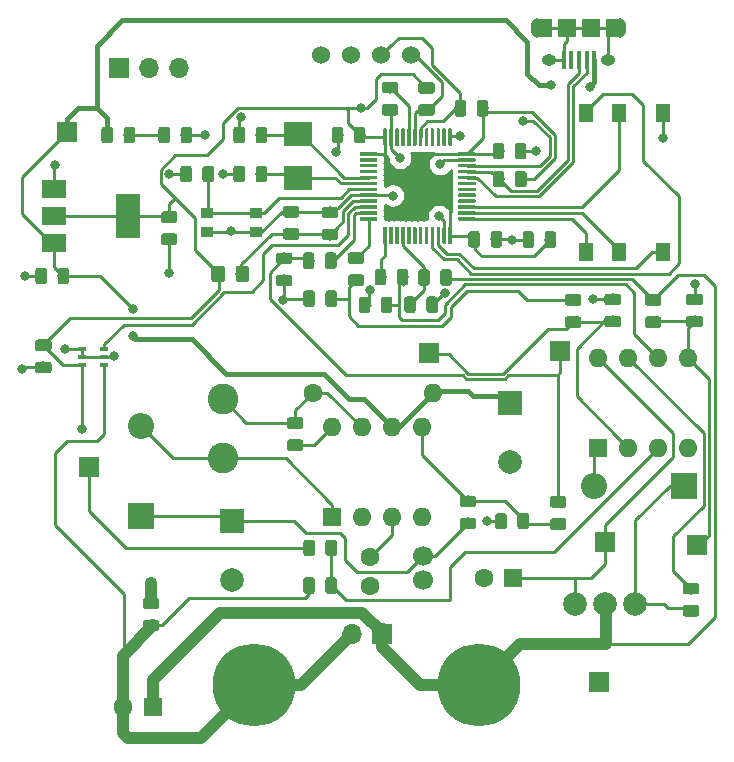
<source format=gbr>
G04 #@! TF.GenerationSoftware,KiCad,Pcbnew,(5.0.1-3-g963ef8bb5)*
G04 #@! TF.CreationDate,2019-10-14T14:00:48-07:00*
G04 #@! TF.ProjectId,powersupply,706F776572737570706C792E6B696361,rev?*
G04 #@! TF.SameCoordinates,Original*
G04 #@! TF.FileFunction,Copper,L1,Top,Signal*
G04 #@! TF.FilePolarity,Positive*
%FSLAX46Y46*%
G04 Gerber Fmt 4.6, Leading zero omitted, Abs format (unit mm)*
G04 Created by KiCad (PCBNEW (5.0.1-3-g963ef8bb5)) date Monday, October 14, 2019 at 02:00:48 PM*
%MOMM*%
%LPD*%
G01*
G04 APERTURE LIST*
G04 #@! TA.AperFunction,ComponentPad*
%ADD10C,1.524000*%
G04 #@! TD*
G04 #@! TA.AperFunction,Conductor*
%ADD11C,0.100000*%
G04 #@! TD*
G04 #@! TA.AperFunction,SMDPad,CuDef*
%ADD12C,1.150000*%
G04 #@! TD*
G04 #@! TA.AperFunction,SMDPad,CuDef*
%ADD13C,0.975000*%
G04 #@! TD*
G04 #@! TA.AperFunction,ComponentPad*
%ADD14O,1.700000X1.700000*%
G04 #@! TD*
G04 #@! TA.AperFunction,ComponentPad*
%ADD15R,1.700000X1.700000*%
G04 #@! TD*
G04 #@! TA.AperFunction,SMDPad,CuDef*
%ADD16R,2.400000X2.000000*%
G04 #@! TD*
G04 #@! TA.AperFunction,SMDPad,CuDef*
%ADD17R,1.000000X0.900000*%
G04 #@! TD*
G04 #@! TA.AperFunction,SMDPad,CuDef*
%ADD18C,0.300000*%
G04 #@! TD*
G04 #@! TA.AperFunction,ComponentPad*
%ADD19C,1.600000*%
G04 #@! TD*
G04 #@! TA.AperFunction,ComponentPad*
%ADD20R,1.600000X1.600000*%
G04 #@! TD*
G04 #@! TA.AperFunction,ComponentPad*
%ADD21C,2.000000*%
G04 #@! TD*
G04 #@! TA.AperFunction,ComponentPad*
%ADD22R,2.000000X2.000000*%
G04 #@! TD*
G04 #@! TA.AperFunction,SMDPad,CuDef*
%ADD23R,1.300000X1.600000*%
G04 #@! TD*
G04 #@! TA.AperFunction,ComponentPad*
%ADD24O,1.600000X1.600000*%
G04 #@! TD*
G04 #@! TA.AperFunction,SMDPad,CuDef*
%ADD25R,0.650000X0.400000*%
G04 #@! TD*
G04 #@! TA.AperFunction,ComponentPad*
%ADD26C,1.700000*%
G04 #@! TD*
G04 #@! TA.AperFunction,ComponentPad*
%ADD27C,2.600000*%
G04 #@! TD*
G04 #@! TA.AperFunction,ComponentPad*
%ADD28C,7.000000*%
G04 #@! TD*
G04 #@! TA.AperFunction,SMDPad,CuDef*
%ADD29R,2.000000X1.500000*%
G04 #@! TD*
G04 #@! TA.AperFunction,SMDPad,CuDef*
%ADD30R,2.000000X3.800000*%
G04 #@! TD*
G04 #@! TA.AperFunction,SMDPad,CuDef*
%ADD31R,1.200000X1.650000*%
G04 #@! TD*
G04 #@! TA.AperFunction,SMDPad,CuDef*
%ADD32R,0.400000X1.650000*%
G04 #@! TD*
G04 #@! TA.AperFunction,ComponentPad*
%ADD33O,1.250000X0.950000*%
G04 #@! TD*
G04 #@! TA.AperFunction,ComponentPad*
%ADD34O,1.000000X1.650000*%
G04 #@! TD*
G04 #@! TA.AperFunction,SMDPad,CuDef*
%ADD35R,1.500000X1.650000*%
G04 #@! TD*
G04 #@! TA.AperFunction,ComponentPad*
%ADD36O,2.200000X2.200000*%
G04 #@! TD*
G04 #@! TA.AperFunction,ComponentPad*
%ADD37R,2.200000X2.200000*%
G04 #@! TD*
G04 #@! TA.AperFunction,ViaPad*
%ADD38C,0.800000*%
G04 #@! TD*
G04 #@! TA.AperFunction,Conductor*
%ADD39C,0.400000*%
G04 #@! TD*
G04 #@! TA.AperFunction,Conductor*
%ADD40C,0.250000*%
G04 #@! TD*
G04 #@! TA.AperFunction,Conductor*
%ADD41C,1.000000*%
G04 #@! TD*
G04 #@! TA.AperFunction,Conductor*
%ADD42C,1.500000*%
G04 #@! TD*
G04 #@! TA.AperFunction,Conductor*
%ADD43C,0.254000*%
G04 #@! TD*
G04 APERTURE END LIST*
D10*
G04 #@! TO.P,MOD1,1*
G04 #@! TO.N,Net-(J104-Pad2)*
X55535000Y-31850000D03*
G04 #@! TO.P,MOD1,2*
G04 #@! TO.N,Net-(J103-Pad2)*
X58075000Y-31850000D03*
G04 #@! TO.P,MOD1,3*
G04 #@! TO.N,/SCK*
X60615000Y-31850000D03*
G04 #@! TO.P,MOD1,4*
G04 #@! TO.N,/SDA*
X63155000Y-31850000D03*
G04 #@! TD*
D11*
G04 #@! TO.N,+3V3*
G04 #@! TO.C,FB101*
G36*
X47164505Y-49651204D02*
X47188773Y-49654804D01*
X47212572Y-49660765D01*
X47235671Y-49669030D01*
X47257850Y-49679520D01*
X47278893Y-49692132D01*
X47298599Y-49706747D01*
X47316777Y-49723223D01*
X47333253Y-49741401D01*
X47347868Y-49761107D01*
X47360480Y-49782150D01*
X47370970Y-49804329D01*
X47379235Y-49827428D01*
X47385196Y-49851227D01*
X47388796Y-49875495D01*
X47390000Y-49899999D01*
X47390000Y-50800001D01*
X47388796Y-50824505D01*
X47385196Y-50848773D01*
X47379235Y-50872572D01*
X47370970Y-50895671D01*
X47360480Y-50917850D01*
X47347868Y-50938893D01*
X47333253Y-50958599D01*
X47316777Y-50976777D01*
X47298599Y-50993253D01*
X47278893Y-51007868D01*
X47257850Y-51020480D01*
X47235671Y-51030970D01*
X47212572Y-51039235D01*
X47188773Y-51045196D01*
X47164505Y-51048796D01*
X47140001Y-51050000D01*
X46489999Y-51050000D01*
X46465495Y-51048796D01*
X46441227Y-51045196D01*
X46417428Y-51039235D01*
X46394329Y-51030970D01*
X46372150Y-51020480D01*
X46351107Y-51007868D01*
X46331401Y-50993253D01*
X46313223Y-50976777D01*
X46296747Y-50958599D01*
X46282132Y-50938893D01*
X46269520Y-50917850D01*
X46259030Y-50895671D01*
X46250765Y-50872572D01*
X46244804Y-50848773D01*
X46241204Y-50824505D01*
X46240000Y-50800001D01*
X46240000Y-49899999D01*
X46241204Y-49875495D01*
X46244804Y-49851227D01*
X46250765Y-49827428D01*
X46259030Y-49804329D01*
X46269520Y-49782150D01*
X46282132Y-49761107D01*
X46296747Y-49741401D01*
X46313223Y-49723223D01*
X46331401Y-49706747D01*
X46351107Y-49692132D01*
X46372150Y-49679520D01*
X46394329Y-49669030D01*
X46417428Y-49660765D01*
X46441227Y-49654804D01*
X46465495Y-49651204D01*
X46489999Y-49650000D01*
X47140001Y-49650000D01*
X47164505Y-49651204D01*
X47164505Y-49651204D01*
G37*
D12*
G04 #@! TD*
G04 #@! TO.P,FB101,2*
G04 #@! TO.N,+3V3*
X46815000Y-50350000D03*
D11*
G04 #@! TO.N,Net-(C113-Pad2)*
G04 #@! TO.C,FB101*
G36*
X49214505Y-49651204D02*
X49238773Y-49654804D01*
X49262572Y-49660765D01*
X49285671Y-49669030D01*
X49307850Y-49679520D01*
X49328893Y-49692132D01*
X49348599Y-49706747D01*
X49366777Y-49723223D01*
X49383253Y-49741401D01*
X49397868Y-49761107D01*
X49410480Y-49782150D01*
X49420970Y-49804329D01*
X49429235Y-49827428D01*
X49435196Y-49851227D01*
X49438796Y-49875495D01*
X49440000Y-49899999D01*
X49440000Y-50800001D01*
X49438796Y-50824505D01*
X49435196Y-50848773D01*
X49429235Y-50872572D01*
X49420970Y-50895671D01*
X49410480Y-50917850D01*
X49397868Y-50938893D01*
X49383253Y-50958599D01*
X49366777Y-50976777D01*
X49348599Y-50993253D01*
X49328893Y-51007868D01*
X49307850Y-51020480D01*
X49285671Y-51030970D01*
X49262572Y-51039235D01*
X49238773Y-51045196D01*
X49214505Y-51048796D01*
X49190001Y-51050000D01*
X48539999Y-51050000D01*
X48515495Y-51048796D01*
X48491227Y-51045196D01*
X48467428Y-51039235D01*
X48444329Y-51030970D01*
X48422150Y-51020480D01*
X48401107Y-51007868D01*
X48381401Y-50993253D01*
X48363223Y-50976777D01*
X48346747Y-50958599D01*
X48332132Y-50938893D01*
X48319520Y-50917850D01*
X48309030Y-50895671D01*
X48300765Y-50872572D01*
X48294804Y-50848773D01*
X48291204Y-50824505D01*
X48290000Y-50800001D01*
X48290000Y-49899999D01*
X48291204Y-49875495D01*
X48294804Y-49851227D01*
X48300765Y-49827428D01*
X48309030Y-49804329D01*
X48319520Y-49782150D01*
X48332132Y-49761107D01*
X48346747Y-49741401D01*
X48363223Y-49723223D01*
X48381401Y-49706747D01*
X48401107Y-49692132D01*
X48422150Y-49679520D01*
X48444329Y-49669030D01*
X48467428Y-49660765D01*
X48491227Y-49654804D01*
X48515495Y-49651204D01*
X48539999Y-49650000D01*
X49190001Y-49650000D01*
X49214505Y-49651204D01*
X49214505Y-49651204D01*
G37*
D12*
G04 #@! TD*
G04 #@! TO.P,FB101,1*
G04 #@! TO.N,Net-(C113-Pad2)*
X48865000Y-50350000D03*
D11*
G04 #@! TO.N,Net-(D101-Pad2)*
G04 #@! TO.C,D101*
G36*
X42510142Y-37909174D02*
X42533803Y-37912684D01*
X42557007Y-37918496D01*
X42579529Y-37926554D01*
X42601153Y-37936782D01*
X42621670Y-37949079D01*
X42640883Y-37963329D01*
X42658607Y-37979393D01*
X42674671Y-37997117D01*
X42688921Y-38016330D01*
X42701218Y-38036847D01*
X42711446Y-38058471D01*
X42719504Y-38080993D01*
X42725316Y-38104197D01*
X42728826Y-38127858D01*
X42730000Y-38151750D01*
X42730000Y-39064250D01*
X42728826Y-39088142D01*
X42725316Y-39111803D01*
X42719504Y-39135007D01*
X42711446Y-39157529D01*
X42701218Y-39179153D01*
X42688921Y-39199670D01*
X42674671Y-39218883D01*
X42658607Y-39236607D01*
X42640883Y-39252671D01*
X42621670Y-39266921D01*
X42601153Y-39279218D01*
X42579529Y-39289446D01*
X42557007Y-39297504D01*
X42533803Y-39303316D01*
X42510142Y-39306826D01*
X42486250Y-39308000D01*
X41998750Y-39308000D01*
X41974858Y-39306826D01*
X41951197Y-39303316D01*
X41927993Y-39297504D01*
X41905471Y-39289446D01*
X41883847Y-39279218D01*
X41863330Y-39266921D01*
X41844117Y-39252671D01*
X41826393Y-39236607D01*
X41810329Y-39218883D01*
X41796079Y-39199670D01*
X41783782Y-39179153D01*
X41773554Y-39157529D01*
X41765496Y-39135007D01*
X41759684Y-39111803D01*
X41756174Y-39088142D01*
X41755000Y-39064250D01*
X41755000Y-38151750D01*
X41756174Y-38127858D01*
X41759684Y-38104197D01*
X41765496Y-38080993D01*
X41773554Y-38058471D01*
X41783782Y-38036847D01*
X41796079Y-38016330D01*
X41810329Y-37997117D01*
X41826393Y-37979393D01*
X41844117Y-37963329D01*
X41863330Y-37949079D01*
X41883847Y-37936782D01*
X41905471Y-37926554D01*
X41927993Y-37918496D01*
X41951197Y-37912684D01*
X41974858Y-37909174D01*
X41998750Y-37908000D01*
X42486250Y-37908000D01*
X42510142Y-37909174D01*
X42510142Y-37909174D01*
G37*
D13*
G04 #@! TD*
G04 #@! TO.P,D101,2*
G04 #@! TO.N,Net-(D101-Pad2)*
X42242500Y-38608000D03*
D11*
G04 #@! TO.N,GND*
G04 #@! TO.C,D101*
G36*
X44385142Y-37909174D02*
X44408803Y-37912684D01*
X44432007Y-37918496D01*
X44454529Y-37926554D01*
X44476153Y-37936782D01*
X44496670Y-37949079D01*
X44515883Y-37963329D01*
X44533607Y-37979393D01*
X44549671Y-37997117D01*
X44563921Y-38016330D01*
X44576218Y-38036847D01*
X44586446Y-38058471D01*
X44594504Y-38080993D01*
X44600316Y-38104197D01*
X44603826Y-38127858D01*
X44605000Y-38151750D01*
X44605000Y-39064250D01*
X44603826Y-39088142D01*
X44600316Y-39111803D01*
X44594504Y-39135007D01*
X44586446Y-39157529D01*
X44576218Y-39179153D01*
X44563921Y-39199670D01*
X44549671Y-39218883D01*
X44533607Y-39236607D01*
X44515883Y-39252671D01*
X44496670Y-39266921D01*
X44476153Y-39279218D01*
X44454529Y-39289446D01*
X44432007Y-39297504D01*
X44408803Y-39303316D01*
X44385142Y-39306826D01*
X44361250Y-39308000D01*
X43873750Y-39308000D01*
X43849858Y-39306826D01*
X43826197Y-39303316D01*
X43802993Y-39297504D01*
X43780471Y-39289446D01*
X43758847Y-39279218D01*
X43738330Y-39266921D01*
X43719117Y-39252671D01*
X43701393Y-39236607D01*
X43685329Y-39218883D01*
X43671079Y-39199670D01*
X43658782Y-39179153D01*
X43648554Y-39157529D01*
X43640496Y-39135007D01*
X43634684Y-39111803D01*
X43631174Y-39088142D01*
X43630000Y-39064250D01*
X43630000Y-38151750D01*
X43631174Y-38127858D01*
X43634684Y-38104197D01*
X43640496Y-38080993D01*
X43648554Y-38058471D01*
X43658782Y-38036847D01*
X43671079Y-38016330D01*
X43685329Y-37997117D01*
X43701393Y-37979393D01*
X43719117Y-37963329D01*
X43738330Y-37949079D01*
X43758847Y-37936782D01*
X43780471Y-37926554D01*
X43802993Y-37918496D01*
X43826197Y-37912684D01*
X43849858Y-37909174D01*
X43873750Y-37908000D01*
X44361250Y-37908000D01*
X44385142Y-37909174D01*
X44385142Y-37909174D01*
G37*
D13*
G04 #@! TD*
G04 #@! TO.P,D101,1*
G04 #@! TO.N,GND*
X44117500Y-38608000D03*
D11*
G04 #@! TO.N,Net-(D101-Pad2)*
G04 #@! TO.C,R123*
G36*
X39559142Y-37909174D02*
X39582803Y-37912684D01*
X39606007Y-37918496D01*
X39628529Y-37926554D01*
X39650153Y-37936782D01*
X39670670Y-37949079D01*
X39689883Y-37963329D01*
X39707607Y-37979393D01*
X39723671Y-37997117D01*
X39737921Y-38016330D01*
X39750218Y-38036847D01*
X39760446Y-38058471D01*
X39768504Y-38080993D01*
X39774316Y-38104197D01*
X39777826Y-38127858D01*
X39779000Y-38151750D01*
X39779000Y-39064250D01*
X39777826Y-39088142D01*
X39774316Y-39111803D01*
X39768504Y-39135007D01*
X39760446Y-39157529D01*
X39750218Y-39179153D01*
X39737921Y-39199670D01*
X39723671Y-39218883D01*
X39707607Y-39236607D01*
X39689883Y-39252671D01*
X39670670Y-39266921D01*
X39650153Y-39279218D01*
X39628529Y-39289446D01*
X39606007Y-39297504D01*
X39582803Y-39303316D01*
X39559142Y-39306826D01*
X39535250Y-39308000D01*
X39047750Y-39308000D01*
X39023858Y-39306826D01*
X39000197Y-39303316D01*
X38976993Y-39297504D01*
X38954471Y-39289446D01*
X38932847Y-39279218D01*
X38912330Y-39266921D01*
X38893117Y-39252671D01*
X38875393Y-39236607D01*
X38859329Y-39218883D01*
X38845079Y-39199670D01*
X38832782Y-39179153D01*
X38822554Y-39157529D01*
X38814496Y-39135007D01*
X38808684Y-39111803D01*
X38805174Y-39088142D01*
X38804000Y-39064250D01*
X38804000Y-38151750D01*
X38805174Y-38127858D01*
X38808684Y-38104197D01*
X38814496Y-38080993D01*
X38822554Y-38058471D01*
X38832782Y-38036847D01*
X38845079Y-38016330D01*
X38859329Y-37997117D01*
X38875393Y-37979393D01*
X38893117Y-37963329D01*
X38912330Y-37949079D01*
X38932847Y-37936782D01*
X38954471Y-37926554D01*
X38976993Y-37918496D01*
X39000197Y-37912684D01*
X39023858Y-37909174D01*
X39047750Y-37908000D01*
X39535250Y-37908000D01*
X39559142Y-37909174D01*
X39559142Y-37909174D01*
G37*
D13*
G04 #@! TD*
G04 #@! TO.P,R123,2*
G04 #@! TO.N,Net-(D101-Pad2)*
X39291500Y-38608000D03*
D11*
G04 #@! TO.N,+5V*
G04 #@! TO.C,R123*
G36*
X37684142Y-37909174D02*
X37707803Y-37912684D01*
X37731007Y-37918496D01*
X37753529Y-37926554D01*
X37775153Y-37936782D01*
X37795670Y-37949079D01*
X37814883Y-37963329D01*
X37832607Y-37979393D01*
X37848671Y-37997117D01*
X37862921Y-38016330D01*
X37875218Y-38036847D01*
X37885446Y-38058471D01*
X37893504Y-38080993D01*
X37899316Y-38104197D01*
X37902826Y-38127858D01*
X37904000Y-38151750D01*
X37904000Y-39064250D01*
X37902826Y-39088142D01*
X37899316Y-39111803D01*
X37893504Y-39135007D01*
X37885446Y-39157529D01*
X37875218Y-39179153D01*
X37862921Y-39199670D01*
X37848671Y-39218883D01*
X37832607Y-39236607D01*
X37814883Y-39252671D01*
X37795670Y-39266921D01*
X37775153Y-39279218D01*
X37753529Y-39289446D01*
X37731007Y-39297504D01*
X37707803Y-39303316D01*
X37684142Y-39306826D01*
X37660250Y-39308000D01*
X37172750Y-39308000D01*
X37148858Y-39306826D01*
X37125197Y-39303316D01*
X37101993Y-39297504D01*
X37079471Y-39289446D01*
X37057847Y-39279218D01*
X37037330Y-39266921D01*
X37018117Y-39252671D01*
X37000393Y-39236607D01*
X36984329Y-39218883D01*
X36970079Y-39199670D01*
X36957782Y-39179153D01*
X36947554Y-39157529D01*
X36939496Y-39135007D01*
X36933684Y-39111803D01*
X36930174Y-39088142D01*
X36929000Y-39064250D01*
X36929000Y-38151750D01*
X36930174Y-38127858D01*
X36933684Y-38104197D01*
X36939496Y-38080993D01*
X36947554Y-38058471D01*
X36957782Y-38036847D01*
X36970079Y-38016330D01*
X36984329Y-37997117D01*
X37000393Y-37979393D01*
X37018117Y-37963329D01*
X37037330Y-37949079D01*
X37057847Y-37936782D01*
X37079471Y-37926554D01*
X37101993Y-37918496D01*
X37125197Y-37912684D01*
X37148858Y-37909174D01*
X37172750Y-37908000D01*
X37660250Y-37908000D01*
X37684142Y-37909174D01*
X37684142Y-37909174D01*
G37*
D13*
G04 #@! TD*
G04 #@! TO.P,R123,1*
G04 #@! TO.N,+5V*
X37416500Y-38608000D03*
D14*
G04 #@! TO.P,J102,3*
G04 #@! TO.N,/SWCLK*
X43530000Y-32900000D03*
G04 #@! TO.P,J102,2*
G04 #@! TO.N,GND*
X40990000Y-32900000D03*
D15*
G04 #@! TO.P,J102,1*
G04 #@! TO.N,/SWDIO*
X38450000Y-32900000D03*
G04 #@! TD*
D11*
G04 #@! TO.N,GND*
G04 #@! TO.C,R122*
G36*
X41610142Y-77766174D02*
X41633803Y-77769684D01*
X41657007Y-77775496D01*
X41679529Y-77783554D01*
X41701153Y-77793782D01*
X41721670Y-77806079D01*
X41740883Y-77820329D01*
X41758607Y-77836393D01*
X41774671Y-77854117D01*
X41788921Y-77873330D01*
X41801218Y-77893847D01*
X41811446Y-77915471D01*
X41819504Y-77937993D01*
X41825316Y-77961197D01*
X41828826Y-77984858D01*
X41830000Y-78008750D01*
X41830000Y-78496250D01*
X41828826Y-78520142D01*
X41825316Y-78543803D01*
X41819504Y-78567007D01*
X41811446Y-78589529D01*
X41801218Y-78611153D01*
X41788921Y-78631670D01*
X41774671Y-78650883D01*
X41758607Y-78668607D01*
X41740883Y-78684671D01*
X41721670Y-78698921D01*
X41701153Y-78711218D01*
X41679529Y-78721446D01*
X41657007Y-78729504D01*
X41633803Y-78735316D01*
X41610142Y-78738826D01*
X41586250Y-78740000D01*
X40673750Y-78740000D01*
X40649858Y-78738826D01*
X40626197Y-78735316D01*
X40602993Y-78729504D01*
X40580471Y-78721446D01*
X40558847Y-78711218D01*
X40538330Y-78698921D01*
X40519117Y-78684671D01*
X40501393Y-78668607D01*
X40485329Y-78650883D01*
X40471079Y-78631670D01*
X40458782Y-78611153D01*
X40448554Y-78589529D01*
X40440496Y-78567007D01*
X40434684Y-78543803D01*
X40431174Y-78520142D01*
X40430000Y-78496250D01*
X40430000Y-78008750D01*
X40431174Y-77984858D01*
X40434684Y-77961197D01*
X40440496Y-77937993D01*
X40448554Y-77915471D01*
X40458782Y-77893847D01*
X40471079Y-77873330D01*
X40485329Y-77854117D01*
X40501393Y-77836393D01*
X40519117Y-77820329D01*
X40538330Y-77806079D01*
X40558847Y-77793782D01*
X40580471Y-77783554D01*
X40602993Y-77775496D01*
X40626197Y-77769684D01*
X40649858Y-77766174D01*
X40673750Y-77765000D01*
X41586250Y-77765000D01*
X41610142Y-77766174D01*
X41610142Y-77766174D01*
G37*
D13*
G04 #@! TD*
G04 #@! TO.P,R122,2*
G04 #@! TO.N,GND*
X41130000Y-78252500D03*
D11*
G04 #@! TO.N,/V_negative_out*
G04 #@! TO.C,R122*
G36*
X41610142Y-79641174D02*
X41633803Y-79644684D01*
X41657007Y-79650496D01*
X41679529Y-79658554D01*
X41701153Y-79668782D01*
X41721670Y-79681079D01*
X41740883Y-79695329D01*
X41758607Y-79711393D01*
X41774671Y-79729117D01*
X41788921Y-79748330D01*
X41801218Y-79768847D01*
X41811446Y-79790471D01*
X41819504Y-79812993D01*
X41825316Y-79836197D01*
X41828826Y-79859858D01*
X41830000Y-79883750D01*
X41830000Y-80371250D01*
X41828826Y-80395142D01*
X41825316Y-80418803D01*
X41819504Y-80442007D01*
X41811446Y-80464529D01*
X41801218Y-80486153D01*
X41788921Y-80506670D01*
X41774671Y-80525883D01*
X41758607Y-80543607D01*
X41740883Y-80559671D01*
X41721670Y-80573921D01*
X41701153Y-80586218D01*
X41679529Y-80596446D01*
X41657007Y-80604504D01*
X41633803Y-80610316D01*
X41610142Y-80613826D01*
X41586250Y-80615000D01*
X40673750Y-80615000D01*
X40649858Y-80613826D01*
X40626197Y-80610316D01*
X40602993Y-80604504D01*
X40580471Y-80596446D01*
X40558847Y-80586218D01*
X40538330Y-80573921D01*
X40519117Y-80559671D01*
X40501393Y-80543607D01*
X40485329Y-80525883D01*
X40471079Y-80506670D01*
X40458782Y-80486153D01*
X40448554Y-80464529D01*
X40440496Y-80442007D01*
X40434684Y-80418803D01*
X40431174Y-80395142D01*
X40430000Y-80371250D01*
X40430000Y-79883750D01*
X40431174Y-79859858D01*
X40434684Y-79836197D01*
X40440496Y-79812993D01*
X40448554Y-79790471D01*
X40458782Y-79768847D01*
X40471079Y-79748330D01*
X40485329Y-79729117D01*
X40501393Y-79711393D01*
X40519117Y-79695329D01*
X40538330Y-79681079D01*
X40558847Y-79668782D01*
X40580471Y-79658554D01*
X40602993Y-79650496D01*
X40626197Y-79644684D01*
X40649858Y-79641174D01*
X40673750Y-79640000D01*
X41586250Y-79640000D01*
X41610142Y-79641174D01*
X41610142Y-79641174D01*
G37*
D13*
G04 #@! TD*
G04 #@! TO.P,R122,1*
G04 #@! TO.N,/V_negative_out*
X41130000Y-80127500D03*
D11*
G04 #@! TO.N,GND*
G04 #@! TO.C,C115*
G36*
X73342642Y-46751174D02*
X73366303Y-46754684D01*
X73389507Y-46760496D01*
X73412029Y-46768554D01*
X73433653Y-46778782D01*
X73454170Y-46791079D01*
X73473383Y-46805329D01*
X73491107Y-46821393D01*
X73507171Y-46839117D01*
X73521421Y-46858330D01*
X73533718Y-46878847D01*
X73543946Y-46900471D01*
X73552004Y-46922993D01*
X73557816Y-46946197D01*
X73561326Y-46969858D01*
X73562500Y-46993750D01*
X73562500Y-47906250D01*
X73561326Y-47930142D01*
X73557816Y-47953803D01*
X73552004Y-47977007D01*
X73543946Y-47999529D01*
X73533718Y-48021153D01*
X73521421Y-48041670D01*
X73507171Y-48060883D01*
X73491107Y-48078607D01*
X73473383Y-48094671D01*
X73454170Y-48108921D01*
X73433653Y-48121218D01*
X73412029Y-48131446D01*
X73389507Y-48139504D01*
X73366303Y-48145316D01*
X73342642Y-48148826D01*
X73318750Y-48150000D01*
X72831250Y-48150000D01*
X72807358Y-48148826D01*
X72783697Y-48145316D01*
X72760493Y-48139504D01*
X72737971Y-48131446D01*
X72716347Y-48121218D01*
X72695830Y-48108921D01*
X72676617Y-48094671D01*
X72658893Y-48078607D01*
X72642829Y-48060883D01*
X72628579Y-48041670D01*
X72616282Y-48021153D01*
X72606054Y-47999529D01*
X72597996Y-47977007D01*
X72592184Y-47953803D01*
X72588674Y-47930142D01*
X72587500Y-47906250D01*
X72587500Y-46993750D01*
X72588674Y-46969858D01*
X72592184Y-46946197D01*
X72597996Y-46922993D01*
X72606054Y-46900471D01*
X72616282Y-46878847D01*
X72628579Y-46858330D01*
X72642829Y-46839117D01*
X72658893Y-46821393D01*
X72676617Y-46805329D01*
X72695830Y-46791079D01*
X72716347Y-46778782D01*
X72737971Y-46768554D01*
X72760493Y-46760496D01*
X72783697Y-46754684D01*
X72807358Y-46751174D01*
X72831250Y-46750000D01*
X73318750Y-46750000D01*
X73342642Y-46751174D01*
X73342642Y-46751174D01*
G37*
D13*
G04 #@! TD*
G04 #@! TO.P,C115,2*
G04 #@! TO.N,GND*
X73075000Y-47450000D03*
D11*
G04 #@! TO.N,+3V3*
G04 #@! TO.C,C115*
G36*
X75217642Y-46751174D02*
X75241303Y-46754684D01*
X75264507Y-46760496D01*
X75287029Y-46768554D01*
X75308653Y-46778782D01*
X75329170Y-46791079D01*
X75348383Y-46805329D01*
X75366107Y-46821393D01*
X75382171Y-46839117D01*
X75396421Y-46858330D01*
X75408718Y-46878847D01*
X75418946Y-46900471D01*
X75427004Y-46922993D01*
X75432816Y-46946197D01*
X75436326Y-46969858D01*
X75437500Y-46993750D01*
X75437500Y-47906250D01*
X75436326Y-47930142D01*
X75432816Y-47953803D01*
X75427004Y-47977007D01*
X75418946Y-47999529D01*
X75408718Y-48021153D01*
X75396421Y-48041670D01*
X75382171Y-48060883D01*
X75366107Y-48078607D01*
X75348383Y-48094671D01*
X75329170Y-48108921D01*
X75308653Y-48121218D01*
X75287029Y-48131446D01*
X75264507Y-48139504D01*
X75241303Y-48145316D01*
X75217642Y-48148826D01*
X75193750Y-48150000D01*
X74706250Y-48150000D01*
X74682358Y-48148826D01*
X74658697Y-48145316D01*
X74635493Y-48139504D01*
X74612971Y-48131446D01*
X74591347Y-48121218D01*
X74570830Y-48108921D01*
X74551617Y-48094671D01*
X74533893Y-48078607D01*
X74517829Y-48060883D01*
X74503579Y-48041670D01*
X74491282Y-48021153D01*
X74481054Y-47999529D01*
X74472996Y-47977007D01*
X74467184Y-47953803D01*
X74463674Y-47930142D01*
X74462500Y-47906250D01*
X74462500Y-46993750D01*
X74463674Y-46969858D01*
X74467184Y-46946197D01*
X74472996Y-46922993D01*
X74481054Y-46900471D01*
X74491282Y-46878847D01*
X74503579Y-46858330D01*
X74517829Y-46839117D01*
X74533893Y-46821393D01*
X74551617Y-46805329D01*
X74570830Y-46791079D01*
X74591347Y-46778782D01*
X74612971Y-46768554D01*
X74635493Y-46760496D01*
X74658697Y-46754684D01*
X74682358Y-46751174D01*
X74706250Y-46750000D01*
X75193750Y-46750000D01*
X75217642Y-46751174D01*
X75217642Y-46751174D01*
G37*
D13*
G04 #@! TD*
G04 #@! TO.P,C115,1*
G04 #@! TO.N,+3V3*
X74950000Y-47450000D03*
D15*
G04 #@! TO.P,TP4,1*
G04 #@! TO.N,/V_boost_ctrl*
X75800000Y-56900000D03*
G04 #@! TD*
D11*
G04 #@! TO.N,GND*
G04 #@! TO.C,R121*
G36*
X61860142Y-35981174D02*
X61883803Y-35984684D01*
X61907007Y-35990496D01*
X61929529Y-35998554D01*
X61951153Y-36008782D01*
X61971670Y-36021079D01*
X61990883Y-36035329D01*
X62008607Y-36051393D01*
X62024671Y-36069117D01*
X62038921Y-36088330D01*
X62051218Y-36108847D01*
X62061446Y-36130471D01*
X62069504Y-36152993D01*
X62075316Y-36176197D01*
X62078826Y-36199858D01*
X62080000Y-36223750D01*
X62080000Y-36711250D01*
X62078826Y-36735142D01*
X62075316Y-36758803D01*
X62069504Y-36782007D01*
X62061446Y-36804529D01*
X62051218Y-36826153D01*
X62038921Y-36846670D01*
X62024671Y-36865883D01*
X62008607Y-36883607D01*
X61990883Y-36899671D01*
X61971670Y-36913921D01*
X61951153Y-36926218D01*
X61929529Y-36936446D01*
X61907007Y-36944504D01*
X61883803Y-36950316D01*
X61860142Y-36953826D01*
X61836250Y-36955000D01*
X60923750Y-36955000D01*
X60899858Y-36953826D01*
X60876197Y-36950316D01*
X60852993Y-36944504D01*
X60830471Y-36936446D01*
X60808847Y-36926218D01*
X60788330Y-36913921D01*
X60769117Y-36899671D01*
X60751393Y-36883607D01*
X60735329Y-36865883D01*
X60721079Y-36846670D01*
X60708782Y-36826153D01*
X60698554Y-36804529D01*
X60690496Y-36782007D01*
X60684684Y-36758803D01*
X60681174Y-36735142D01*
X60680000Y-36711250D01*
X60680000Y-36223750D01*
X60681174Y-36199858D01*
X60684684Y-36176197D01*
X60690496Y-36152993D01*
X60698554Y-36130471D01*
X60708782Y-36108847D01*
X60721079Y-36088330D01*
X60735329Y-36069117D01*
X60751393Y-36051393D01*
X60769117Y-36035329D01*
X60788330Y-36021079D01*
X60808847Y-36008782D01*
X60830471Y-35998554D01*
X60852993Y-35990496D01*
X60876197Y-35984684D01*
X60899858Y-35981174D01*
X60923750Y-35980000D01*
X61836250Y-35980000D01*
X61860142Y-35981174D01*
X61860142Y-35981174D01*
G37*
D13*
G04 #@! TD*
G04 #@! TO.P,R121,2*
G04 #@! TO.N,GND*
X61380000Y-36467500D03*
D11*
G04 #@! TO.N,Net-(R121-Pad1)*
G04 #@! TO.C,R121*
G36*
X61860142Y-34106174D02*
X61883803Y-34109684D01*
X61907007Y-34115496D01*
X61929529Y-34123554D01*
X61951153Y-34133782D01*
X61971670Y-34146079D01*
X61990883Y-34160329D01*
X62008607Y-34176393D01*
X62024671Y-34194117D01*
X62038921Y-34213330D01*
X62051218Y-34233847D01*
X62061446Y-34255471D01*
X62069504Y-34277993D01*
X62075316Y-34301197D01*
X62078826Y-34324858D01*
X62080000Y-34348750D01*
X62080000Y-34836250D01*
X62078826Y-34860142D01*
X62075316Y-34883803D01*
X62069504Y-34907007D01*
X62061446Y-34929529D01*
X62051218Y-34951153D01*
X62038921Y-34971670D01*
X62024671Y-34990883D01*
X62008607Y-35008607D01*
X61990883Y-35024671D01*
X61971670Y-35038921D01*
X61951153Y-35051218D01*
X61929529Y-35061446D01*
X61907007Y-35069504D01*
X61883803Y-35075316D01*
X61860142Y-35078826D01*
X61836250Y-35080000D01*
X60923750Y-35080000D01*
X60899858Y-35078826D01*
X60876197Y-35075316D01*
X60852993Y-35069504D01*
X60830471Y-35061446D01*
X60808847Y-35051218D01*
X60788330Y-35038921D01*
X60769117Y-35024671D01*
X60751393Y-35008607D01*
X60735329Y-34990883D01*
X60721079Y-34971670D01*
X60708782Y-34951153D01*
X60698554Y-34929529D01*
X60690496Y-34907007D01*
X60684684Y-34883803D01*
X60681174Y-34860142D01*
X60680000Y-34836250D01*
X60680000Y-34348750D01*
X60681174Y-34324858D01*
X60684684Y-34301197D01*
X60690496Y-34277993D01*
X60698554Y-34255471D01*
X60708782Y-34233847D01*
X60721079Y-34213330D01*
X60735329Y-34194117D01*
X60751393Y-34176393D01*
X60769117Y-34160329D01*
X60788330Y-34146079D01*
X60808847Y-34133782D01*
X60830471Y-34123554D01*
X60852993Y-34115496D01*
X60876197Y-34109684D01*
X60899858Y-34106174D01*
X60923750Y-34105000D01*
X61836250Y-34105000D01*
X61860142Y-34106174D01*
X61860142Y-34106174D01*
G37*
D13*
G04 #@! TD*
G04 #@! TO.P,R121,1*
G04 #@! TO.N,Net-(R121-Pad1)*
X61380000Y-34592500D03*
D11*
G04 #@! TO.N,Net-(C113-Pad2)*
G04 #@! TO.C,C113*
G36*
X56760142Y-46541174D02*
X56783803Y-46544684D01*
X56807007Y-46550496D01*
X56829529Y-46558554D01*
X56851153Y-46568782D01*
X56871670Y-46581079D01*
X56890883Y-46595329D01*
X56908607Y-46611393D01*
X56924671Y-46629117D01*
X56938921Y-46648330D01*
X56951218Y-46668847D01*
X56961446Y-46690471D01*
X56969504Y-46712993D01*
X56975316Y-46736197D01*
X56978826Y-46759858D01*
X56980000Y-46783750D01*
X56980000Y-47271250D01*
X56978826Y-47295142D01*
X56975316Y-47318803D01*
X56969504Y-47342007D01*
X56961446Y-47364529D01*
X56951218Y-47386153D01*
X56938921Y-47406670D01*
X56924671Y-47425883D01*
X56908607Y-47443607D01*
X56890883Y-47459671D01*
X56871670Y-47473921D01*
X56851153Y-47486218D01*
X56829529Y-47496446D01*
X56807007Y-47504504D01*
X56783803Y-47510316D01*
X56760142Y-47513826D01*
X56736250Y-47515000D01*
X55823750Y-47515000D01*
X55799858Y-47513826D01*
X55776197Y-47510316D01*
X55752993Y-47504504D01*
X55730471Y-47496446D01*
X55708847Y-47486218D01*
X55688330Y-47473921D01*
X55669117Y-47459671D01*
X55651393Y-47443607D01*
X55635329Y-47425883D01*
X55621079Y-47406670D01*
X55608782Y-47386153D01*
X55598554Y-47364529D01*
X55590496Y-47342007D01*
X55584684Y-47318803D01*
X55581174Y-47295142D01*
X55580000Y-47271250D01*
X55580000Y-46783750D01*
X55581174Y-46759858D01*
X55584684Y-46736197D01*
X55590496Y-46712993D01*
X55598554Y-46690471D01*
X55608782Y-46668847D01*
X55621079Y-46648330D01*
X55635329Y-46629117D01*
X55651393Y-46611393D01*
X55669117Y-46595329D01*
X55688330Y-46581079D01*
X55708847Y-46568782D01*
X55730471Y-46558554D01*
X55752993Y-46550496D01*
X55776197Y-46544684D01*
X55799858Y-46541174D01*
X55823750Y-46540000D01*
X56736250Y-46540000D01*
X56760142Y-46541174D01*
X56760142Y-46541174D01*
G37*
D13*
G04 #@! TD*
G04 #@! TO.P,C113,2*
G04 #@! TO.N,Net-(C113-Pad2)*
X56280000Y-47027500D03*
D11*
G04 #@! TO.N,GND*
G04 #@! TO.C,C113*
G36*
X56760142Y-44666174D02*
X56783803Y-44669684D01*
X56807007Y-44675496D01*
X56829529Y-44683554D01*
X56851153Y-44693782D01*
X56871670Y-44706079D01*
X56890883Y-44720329D01*
X56908607Y-44736393D01*
X56924671Y-44754117D01*
X56938921Y-44773330D01*
X56951218Y-44793847D01*
X56961446Y-44815471D01*
X56969504Y-44837993D01*
X56975316Y-44861197D01*
X56978826Y-44884858D01*
X56980000Y-44908750D01*
X56980000Y-45396250D01*
X56978826Y-45420142D01*
X56975316Y-45443803D01*
X56969504Y-45467007D01*
X56961446Y-45489529D01*
X56951218Y-45511153D01*
X56938921Y-45531670D01*
X56924671Y-45550883D01*
X56908607Y-45568607D01*
X56890883Y-45584671D01*
X56871670Y-45598921D01*
X56851153Y-45611218D01*
X56829529Y-45621446D01*
X56807007Y-45629504D01*
X56783803Y-45635316D01*
X56760142Y-45638826D01*
X56736250Y-45640000D01*
X55823750Y-45640000D01*
X55799858Y-45638826D01*
X55776197Y-45635316D01*
X55752993Y-45629504D01*
X55730471Y-45621446D01*
X55708847Y-45611218D01*
X55688330Y-45598921D01*
X55669117Y-45584671D01*
X55651393Y-45568607D01*
X55635329Y-45550883D01*
X55621079Y-45531670D01*
X55608782Y-45511153D01*
X55598554Y-45489529D01*
X55590496Y-45467007D01*
X55584684Y-45443803D01*
X55581174Y-45420142D01*
X55580000Y-45396250D01*
X55580000Y-44908750D01*
X55581174Y-44884858D01*
X55584684Y-44861197D01*
X55590496Y-44837993D01*
X55598554Y-44815471D01*
X55608782Y-44793847D01*
X55621079Y-44773330D01*
X55635329Y-44754117D01*
X55651393Y-44736393D01*
X55669117Y-44720329D01*
X55688330Y-44706079D01*
X55708847Y-44693782D01*
X55730471Y-44683554D01*
X55752993Y-44675496D01*
X55776197Y-44669684D01*
X55799858Y-44666174D01*
X55823750Y-44665000D01*
X56736250Y-44665000D01*
X56760142Y-44666174D01*
X56760142Y-44666174D01*
G37*
D13*
G04 #@! TD*
G04 #@! TO.P,C113,1*
G04 #@! TO.N,GND*
X56280000Y-45152500D03*
D11*
G04 #@! TO.N,Net-(C113-Pad2)*
G04 #@! TO.C,C114*
G36*
X53480142Y-46491174D02*
X53503803Y-46494684D01*
X53527007Y-46500496D01*
X53549529Y-46508554D01*
X53571153Y-46518782D01*
X53591670Y-46531079D01*
X53610883Y-46545329D01*
X53628607Y-46561393D01*
X53644671Y-46579117D01*
X53658921Y-46598330D01*
X53671218Y-46618847D01*
X53681446Y-46640471D01*
X53689504Y-46662993D01*
X53695316Y-46686197D01*
X53698826Y-46709858D01*
X53700000Y-46733750D01*
X53700000Y-47221250D01*
X53698826Y-47245142D01*
X53695316Y-47268803D01*
X53689504Y-47292007D01*
X53681446Y-47314529D01*
X53671218Y-47336153D01*
X53658921Y-47356670D01*
X53644671Y-47375883D01*
X53628607Y-47393607D01*
X53610883Y-47409671D01*
X53591670Y-47423921D01*
X53571153Y-47436218D01*
X53549529Y-47446446D01*
X53527007Y-47454504D01*
X53503803Y-47460316D01*
X53480142Y-47463826D01*
X53456250Y-47465000D01*
X52543750Y-47465000D01*
X52519858Y-47463826D01*
X52496197Y-47460316D01*
X52472993Y-47454504D01*
X52450471Y-47446446D01*
X52428847Y-47436218D01*
X52408330Y-47423921D01*
X52389117Y-47409671D01*
X52371393Y-47393607D01*
X52355329Y-47375883D01*
X52341079Y-47356670D01*
X52328782Y-47336153D01*
X52318554Y-47314529D01*
X52310496Y-47292007D01*
X52304684Y-47268803D01*
X52301174Y-47245142D01*
X52300000Y-47221250D01*
X52300000Y-46733750D01*
X52301174Y-46709858D01*
X52304684Y-46686197D01*
X52310496Y-46662993D01*
X52318554Y-46640471D01*
X52328782Y-46618847D01*
X52341079Y-46598330D01*
X52355329Y-46579117D01*
X52371393Y-46561393D01*
X52389117Y-46545329D01*
X52408330Y-46531079D01*
X52428847Y-46518782D01*
X52450471Y-46508554D01*
X52472993Y-46500496D01*
X52496197Y-46494684D01*
X52519858Y-46491174D01*
X52543750Y-46490000D01*
X53456250Y-46490000D01*
X53480142Y-46491174D01*
X53480142Y-46491174D01*
G37*
D13*
G04 #@! TD*
G04 #@! TO.P,C114,2*
G04 #@! TO.N,Net-(C113-Pad2)*
X53000000Y-46977500D03*
D11*
G04 #@! TO.N,GND*
G04 #@! TO.C,C114*
G36*
X53480142Y-44616174D02*
X53503803Y-44619684D01*
X53527007Y-44625496D01*
X53549529Y-44633554D01*
X53571153Y-44643782D01*
X53591670Y-44656079D01*
X53610883Y-44670329D01*
X53628607Y-44686393D01*
X53644671Y-44704117D01*
X53658921Y-44723330D01*
X53671218Y-44743847D01*
X53681446Y-44765471D01*
X53689504Y-44787993D01*
X53695316Y-44811197D01*
X53698826Y-44834858D01*
X53700000Y-44858750D01*
X53700000Y-45346250D01*
X53698826Y-45370142D01*
X53695316Y-45393803D01*
X53689504Y-45417007D01*
X53681446Y-45439529D01*
X53671218Y-45461153D01*
X53658921Y-45481670D01*
X53644671Y-45500883D01*
X53628607Y-45518607D01*
X53610883Y-45534671D01*
X53591670Y-45548921D01*
X53571153Y-45561218D01*
X53549529Y-45571446D01*
X53527007Y-45579504D01*
X53503803Y-45585316D01*
X53480142Y-45588826D01*
X53456250Y-45590000D01*
X52543750Y-45590000D01*
X52519858Y-45588826D01*
X52496197Y-45585316D01*
X52472993Y-45579504D01*
X52450471Y-45571446D01*
X52428847Y-45561218D01*
X52408330Y-45548921D01*
X52389117Y-45534671D01*
X52371393Y-45518607D01*
X52355329Y-45500883D01*
X52341079Y-45481670D01*
X52328782Y-45461153D01*
X52318554Y-45439529D01*
X52310496Y-45417007D01*
X52304684Y-45393803D01*
X52301174Y-45370142D01*
X52300000Y-45346250D01*
X52300000Y-44858750D01*
X52301174Y-44834858D01*
X52304684Y-44811197D01*
X52310496Y-44787993D01*
X52318554Y-44765471D01*
X52328782Y-44743847D01*
X52341079Y-44723330D01*
X52355329Y-44704117D01*
X52371393Y-44686393D01*
X52389117Y-44670329D01*
X52408330Y-44656079D01*
X52428847Y-44643782D01*
X52450471Y-44633554D01*
X52472993Y-44625496D01*
X52496197Y-44619684D01*
X52519858Y-44616174D01*
X52543750Y-44615000D01*
X53456250Y-44615000D01*
X53480142Y-44616174D01*
X53480142Y-44616174D01*
G37*
D13*
G04 #@! TD*
G04 #@! TO.P,C114,1*
G04 #@! TO.N,GND*
X53000000Y-45102500D03*
D11*
G04 #@! TO.N,+3V3*
G04 #@! TO.C,C112*
G36*
X59067642Y-37901174D02*
X59091303Y-37904684D01*
X59114507Y-37910496D01*
X59137029Y-37918554D01*
X59158653Y-37928782D01*
X59179170Y-37941079D01*
X59198383Y-37955329D01*
X59216107Y-37971393D01*
X59232171Y-37989117D01*
X59246421Y-38008330D01*
X59258718Y-38028847D01*
X59268946Y-38050471D01*
X59277004Y-38072993D01*
X59282816Y-38096197D01*
X59286326Y-38119858D01*
X59287500Y-38143750D01*
X59287500Y-39056250D01*
X59286326Y-39080142D01*
X59282816Y-39103803D01*
X59277004Y-39127007D01*
X59268946Y-39149529D01*
X59258718Y-39171153D01*
X59246421Y-39191670D01*
X59232171Y-39210883D01*
X59216107Y-39228607D01*
X59198383Y-39244671D01*
X59179170Y-39258921D01*
X59158653Y-39271218D01*
X59137029Y-39281446D01*
X59114507Y-39289504D01*
X59091303Y-39295316D01*
X59067642Y-39298826D01*
X59043750Y-39300000D01*
X58556250Y-39300000D01*
X58532358Y-39298826D01*
X58508697Y-39295316D01*
X58485493Y-39289504D01*
X58462971Y-39281446D01*
X58441347Y-39271218D01*
X58420830Y-39258921D01*
X58401617Y-39244671D01*
X58383893Y-39228607D01*
X58367829Y-39210883D01*
X58353579Y-39191670D01*
X58341282Y-39171153D01*
X58331054Y-39149529D01*
X58322996Y-39127007D01*
X58317184Y-39103803D01*
X58313674Y-39080142D01*
X58312500Y-39056250D01*
X58312500Y-38143750D01*
X58313674Y-38119858D01*
X58317184Y-38096197D01*
X58322996Y-38072993D01*
X58331054Y-38050471D01*
X58341282Y-38028847D01*
X58353579Y-38008330D01*
X58367829Y-37989117D01*
X58383893Y-37971393D01*
X58401617Y-37955329D01*
X58420830Y-37941079D01*
X58441347Y-37928782D01*
X58462971Y-37918554D01*
X58485493Y-37910496D01*
X58508697Y-37904684D01*
X58532358Y-37901174D01*
X58556250Y-37900000D01*
X59043750Y-37900000D01*
X59067642Y-37901174D01*
X59067642Y-37901174D01*
G37*
D13*
G04 #@! TD*
G04 #@! TO.P,C112,2*
G04 #@! TO.N,+3V3*
X58800000Y-38600000D03*
D11*
G04 #@! TO.N,GND*
G04 #@! TO.C,C112*
G36*
X57192642Y-37901174D02*
X57216303Y-37904684D01*
X57239507Y-37910496D01*
X57262029Y-37918554D01*
X57283653Y-37928782D01*
X57304170Y-37941079D01*
X57323383Y-37955329D01*
X57341107Y-37971393D01*
X57357171Y-37989117D01*
X57371421Y-38008330D01*
X57383718Y-38028847D01*
X57393946Y-38050471D01*
X57402004Y-38072993D01*
X57407816Y-38096197D01*
X57411326Y-38119858D01*
X57412500Y-38143750D01*
X57412500Y-39056250D01*
X57411326Y-39080142D01*
X57407816Y-39103803D01*
X57402004Y-39127007D01*
X57393946Y-39149529D01*
X57383718Y-39171153D01*
X57371421Y-39191670D01*
X57357171Y-39210883D01*
X57341107Y-39228607D01*
X57323383Y-39244671D01*
X57304170Y-39258921D01*
X57283653Y-39271218D01*
X57262029Y-39281446D01*
X57239507Y-39289504D01*
X57216303Y-39295316D01*
X57192642Y-39298826D01*
X57168750Y-39300000D01*
X56681250Y-39300000D01*
X56657358Y-39298826D01*
X56633697Y-39295316D01*
X56610493Y-39289504D01*
X56587971Y-39281446D01*
X56566347Y-39271218D01*
X56545830Y-39258921D01*
X56526617Y-39244671D01*
X56508893Y-39228607D01*
X56492829Y-39210883D01*
X56478579Y-39191670D01*
X56466282Y-39171153D01*
X56456054Y-39149529D01*
X56447996Y-39127007D01*
X56442184Y-39103803D01*
X56438674Y-39080142D01*
X56437500Y-39056250D01*
X56437500Y-38143750D01*
X56438674Y-38119858D01*
X56442184Y-38096197D01*
X56447996Y-38072993D01*
X56456054Y-38050471D01*
X56466282Y-38028847D01*
X56478579Y-38008330D01*
X56492829Y-37989117D01*
X56508893Y-37971393D01*
X56526617Y-37955329D01*
X56545830Y-37941079D01*
X56566347Y-37928782D01*
X56587971Y-37918554D01*
X56610493Y-37910496D01*
X56633697Y-37904684D01*
X56657358Y-37901174D01*
X56681250Y-37900000D01*
X57168750Y-37900000D01*
X57192642Y-37901174D01*
X57192642Y-37901174D01*
G37*
D13*
G04 #@! TD*
G04 #@! TO.P,C112,1*
G04 #@! TO.N,GND*
X56925000Y-38600000D03*
D11*
G04 #@! TO.N,+3V3*
G04 #@! TO.C,C111*
G36*
X70820142Y-39251174D02*
X70843803Y-39254684D01*
X70867007Y-39260496D01*
X70889529Y-39268554D01*
X70911153Y-39278782D01*
X70931670Y-39291079D01*
X70950883Y-39305329D01*
X70968607Y-39321393D01*
X70984671Y-39339117D01*
X70998921Y-39358330D01*
X71011218Y-39378847D01*
X71021446Y-39400471D01*
X71029504Y-39422993D01*
X71035316Y-39446197D01*
X71038826Y-39469858D01*
X71040000Y-39493750D01*
X71040000Y-40406250D01*
X71038826Y-40430142D01*
X71035316Y-40453803D01*
X71029504Y-40477007D01*
X71021446Y-40499529D01*
X71011218Y-40521153D01*
X70998921Y-40541670D01*
X70984671Y-40560883D01*
X70968607Y-40578607D01*
X70950883Y-40594671D01*
X70931670Y-40608921D01*
X70911153Y-40621218D01*
X70889529Y-40631446D01*
X70867007Y-40639504D01*
X70843803Y-40645316D01*
X70820142Y-40648826D01*
X70796250Y-40650000D01*
X70308750Y-40650000D01*
X70284858Y-40648826D01*
X70261197Y-40645316D01*
X70237993Y-40639504D01*
X70215471Y-40631446D01*
X70193847Y-40621218D01*
X70173330Y-40608921D01*
X70154117Y-40594671D01*
X70136393Y-40578607D01*
X70120329Y-40560883D01*
X70106079Y-40541670D01*
X70093782Y-40521153D01*
X70083554Y-40499529D01*
X70075496Y-40477007D01*
X70069684Y-40453803D01*
X70066174Y-40430142D01*
X70065000Y-40406250D01*
X70065000Y-39493750D01*
X70066174Y-39469858D01*
X70069684Y-39446197D01*
X70075496Y-39422993D01*
X70083554Y-39400471D01*
X70093782Y-39378847D01*
X70106079Y-39358330D01*
X70120329Y-39339117D01*
X70136393Y-39321393D01*
X70154117Y-39305329D01*
X70173330Y-39291079D01*
X70193847Y-39278782D01*
X70215471Y-39268554D01*
X70237993Y-39260496D01*
X70261197Y-39254684D01*
X70284858Y-39251174D01*
X70308750Y-39250000D01*
X70796250Y-39250000D01*
X70820142Y-39251174D01*
X70820142Y-39251174D01*
G37*
D13*
G04 #@! TD*
G04 #@! TO.P,C111,2*
G04 #@! TO.N,+3V3*
X70552500Y-39950000D03*
D11*
G04 #@! TO.N,GND*
G04 #@! TO.C,C111*
G36*
X72695142Y-39251174D02*
X72718803Y-39254684D01*
X72742007Y-39260496D01*
X72764529Y-39268554D01*
X72786153Y-39278782D01*
X72806670Y-39291079D01*
X72825883Y-39305329D01*
X72843607Y-39321393D01*
X72859671Y-39339117D01*
X72873921Y-39358330D01*
X72886218Y-39378847D01*
X72896446Y-39400471D01*
X72904504Y-39422993D01*
X72910316Y-39446197D01*
X72913826Y-39469858D01*
X72915000Y-39493750D01*
X72915000Y-40406250D01*
X72913826Y-40430142D01*
X72910316Y-40453803D01*
X72904504Y-40477007D01*
X72896446Y-40499529D01*
X72886218Y-40521153D01*
X72873921Y-40541670D01*
X72859671Y-40560883D01*
X72843607Y-40578607D01*
X72825883Y-40594671D01*
X72806670Y-40608921D01*
X72786153Y-40621218D01*
X72764529Y-40631446D01*
X72742007Y-40639504D01*
X72718803Y-40645316D01*
X72695142Y-40648826D01*
X72671250Y-40650000D01*
X72183750Y-40650000D01*
X72159858Y-40648826D01*
X72136197Y-40645316D01*
X72112993Y-40639504D01*
X72090471Y-40631446D01*
X72068847Y-40621218D01*
X72048330Y-40608921D01*
X72029117Y-40594671D01*
X72011393Y-40578607D01*
X71995329Y-40560883D01*
X71981079Y-40541670D01*
X71968782Y-40521153D01*
X71958554Y-40499529D01*
X71950496Y-40477007D01*
X71944684Y-40453803D01*
X71941174Y-40430142D01*
X71940000Y-40406250D01*
X71940000Y-39493750D01*
X71941174Y-39469858D01*
X71944684Y-39446197D01*
X71950496Y-39422993D01*
X71958554Y-39400471D01*
X71968782Y-39378847D01*
X71981079Y-39358330D01*
X71995329Y-39339117D01*
X72011393Y-39321393D01*
X72029117Y-39305329D01*
X72048330Y-39291079D01*
X72068847Y-39278782D01*
X72090471Y-39268554D01*
X72112993Y-39260496D01*
X72136197Y-39254684D01*
X72159858Y-39251174D01*
X72183750Y-39250000D01*
X72671250Y-39250000D01*
X72695142Y-39251174D01*
X72695142Y-39251174D01*
G37*
D13*
G04 #@! TD*
G04 #@! TO.P,C111,1*
G04 #@! TO.N,GND*
X72427500Y-39950000D03*
D11*
G04 #@! TO.N,GND*
G04 #@! TO.C,C110*
G36*
X70635142Y-46731174D02*
X70658803Y-46734684D01*
X70682007Y-46740496D01*
X70704529Y-46748554D01*
X70726153Y-46758782D01*
X70746670Y-46771079D01*
X70765883Y-46785329D01*
X70783607Y-46801393D01*
X70799671Y-46819117D01*
X70813921Y-46838330D01*
X70826218Y-46858847D01*
X70836446Y-46880471D01*
X70844504Y-46902993D01*
X70850316Y-46926197D01*
X70853826Y-46949858D01*
X70855000Y-46973750D01*
X70855000Y-47886250D01*
X70853826Y-47910142D01*
X70850316Y-47933803D01*
X70844504Y-47957007D01*
X70836446Y-47979529D01*
X70826218Y-48001153D01*
X70813921Y-48021670D01*
X70799671Y-48040883D01*
X70783607Y-48058607D01*
X70765883Y-48074671D01*
X70746670Y-48088921D01*
X70726153Y-48101218D01*
X70704529Y-48111446D01*
X70682007Y-48119504D01*
X70658803Y-48125316D01*
X70635142Y-48128826D01*
X70611250Y-48130000D01*
X70123750Y-48130000D01*
X70099858Y-48128826D01*
X70076197Y-48125316D01*
X70052993Y-48119504D01*
X70030471Y-48111446D01*
X70008847Y-48101218D01*
X69988330Y-48088921D01*
X69969117Y-48074671D01*
X69951393Y-48058607D01*
X69935329Y-48040883D01*
X69921079Y-48021670D01*
X69908782Y-48001153D01*
X69898554Y-47979529D01*
X69890496Y-47957007D01*
X69884684Y-47933803D01*
X69881174Y-47910142D01*
X69880000Y-47886250D01*
X69880000Y-46973750D01*
X69881174Y-46949858D01*
X69884684Y-46926197D01*
X69890496Y-46902993D01*
X69898554Y-46880471D01*
X69908782Y-46858847D01*
X69921079Y-46838330D01*
X69935329Y-46819117D01*
X69951393Y-46801393D01*
X69969117Y-46785329D01*
X69988330Y-46771079D01*
X70008847Y-46758782D01*
X70030471Y-46748554D01*
X70052993Y-46740496D01*
X70076197Y-46734684D01*
X70099858Y-46731174D01*
X70123750Y-46730000D01*
X70611250Y-46730000D01*
X70635142Y-46731174D01*
X70635142Y-46731174D01*
G37*
D13*
G04 #@! TD*
G04 #@! TO.P,C110,2*
G04 #@! TO.N,GND*
X70367500Y-47430000D03*
D11*
G04 #@! TO.N,+3V3*
G04 #@! TO.C,C110*
G36*
X68760142Y-46731174D02*
X68783803Y-46734684D01*
X68807007Y-46740496D01*
X68829529Y-46748554D01*
X68851153Y-46758782D01*
X68871670Y-46771079D01*
X68890883Y-46785329D01*
X68908607Y-46801393D01*
X68924671Y-46819117D01*
X68938921Y-46838330D01*
X68951218Y-46858847D01*
X68961446Y-46880471D01*
X68969504Y-46902993D01*
X68975316Y-46926197D01*
X68978826Y-46949858D01*
X68980000Y-46973750D01*
X68980000Y-47886250D01*
X68978826Y-47910142D01*
X68975316Y-47933803D01*
X68969504Y-47957007D01*
X68961446Y-47979529D01*
X68951218Y-48001153D01*
X68938921Y-48021670D01*
X68924671Y-48040883D01*
X68908607Y-48058607D01*
X68890883Y-48074671D01*
X68871670Y-48088921D01*
X68851153Y-48101218D01*
X68829529Y-48111446D01*
X68807007Y-48119504D01*
X68783803Y-48125316D01*
X68760142Y-48128826D01*
X68736250Y-48130000D01*
X68248750Y-48130000D01*
X68224858Y-48128826D01*
X68201197Y-48125316D01*
X68177993Y-48119504D01*
X68155471Y-48111446D01*
X68133847Y-48101218D01*
X68113330Y-48088921D01*
X68094117Y-48074671D01*
X68076393Y-48058607D01*
X68060329Y-48040883D01*
X68046079Y-48021670D01*
X68033782Y-48001153D01*
X68023554Y-47979529D01*
X68015496Y-47957007D01*
X68009684Y-47933803D01*
X68006174Y-47910142D01*
X68005000Y-47886250D01*
X68005000Y-46973750D01*
X68006174Y-46949858D01*
X68009684Y-46926197D01*
X68015496Y-46902993D01*
X68023554Y-46880471D01*
X68033782Y-46858847D01*
X68046079Y-46838330D01*
X68060329Y-46819117D01*
X68076393Y-46801393D01*
X68094117Y-46785329D01*
X68113330Y-46771079D01*
X68133847Y-46758782D01*
X68155471Y-46748554D01*
X68177993Y-46740496D01*
X68201197Y-46734684D01*
X68224858Y-46731174D01*
X68248750Y-46730000D01*
X68736250Y-46730000D01*
X68760142Y-46731174D01*
X68760142Y-46731174D01*
G37*
D13*
G04 #@! TD*
G04 #@! TO.P,C110,1*
G04 #@! TO.N,+3V3*
X68492500Y-47430000D03*
D16*
G04 #@! TO.P,Y101,2*
G04 #@! TO.N,Net-(C109-Pad1)*
X53594000Y-42236000D03*
G04 #@! TO.P,Y101,1*
G04 #@! TO.N,Net-(C108-Pad1)*
X53594000Y-38536000D03*
G04 #@! TD*
D17*
G04 #@! TO.P,SW1,2*
G04 #@! TO.N,Net-(C107-Pad1)*
X45880000Y-45210000D03*
G04 #@! TO.P,SW1,1*
G04 #@! TO.N,GND*
X45880000Y-46810000D03*
G04 #@! TO.P,SW1,2*
G04 #@! TO.N,Net-(C107-Pad1)*
X49980000Y-45210000D03*
G04 #@! TO.P,SW1,1*
G04 #@! TO.N,GND*
X49980000Y-46810000D03*
G04 #@! TD*
D11*
G04 #@! TO.N,/D+*
G04 #@! TO.C,R120*
G36*
X70830142Y-41621174D02*
X70853803Y-41624684D01*
X70877007Y-41630496D01*
X70899529Y-41638554D01*
X70921153Y-41648782D01*
X70941670Y-41661079D01*
X70960883Y-41675329D01*
X70978607Y-41691393D01*
X70994671Y-41709117D01*
X71008921Y-41728330D01*
X71021218Y-41748847D01*
X71031446Y-41770471D01*
X71039504Y-41792993D01*
X71045316Y-41816197D01*
X71048826Y-41839858D01*
X71050000Y-41863750D01*
X71050000Y-42776250D01*
X71048826Y-42800142D01*
X71045316Y-42823803D01*
X71039504Y-42847007D01*
X71031446Y-42869529D01*
X71021218Y-42891153D01*
X71008921Y-42911670D01*
X70994671Y-42930883D01*
X70978607Y-42948607D01*
X70960883Y-42964671D01*
X70941670Y-42978921D01*
X70921153Y-42991218D01*
X70899529Y-43001446D01*
X70877007Y-43009504D01*
X70853803Y-43015316D01*
X70830142Y-43018826D01*
X70806250Y-43020000D01*
X70318750Y-43020000D01*
X70294858Y-43018826D01*
X70271197Y-43015316D01*
X70247993Y-43009504D01*
X70225471Y-43001446D01*
X70203847Y-42991218D01*
X70183330Y-42978921D01*
X70164117Y-42964671D01*
X70146393Y-42948607D01*
X70130329Y-42930883D01*
X70116079Y-42911670D01*
X70103782Y-42891153D01*
X70093554Y-42869529D01*
X70085496Y-42847007D01*
X70079684Y-42823803D01*
X70076174Y-42800142D01*
X70075000Y-42776250D01*
X70075000Y-41863750D01*
X70076174Y-41839858D01*
X70079684Y-41816197D01*
X70085496Y-41792993D01*
X70093554Y-41770471D01*
X70103782Y-41748847D01*
X70116079Y-41728330D01*
X70130329Y-41709117D01*
X70146393Y-41691393D01*
X70164117Y-41675329D01*
X70183330Y-41661079D01*
X70203847Y-41648782D01*
X70225471Y-41638554D01*
X70247993Y-41630496D01*
X70271197Y-41624684D01*
X70294858Y-41621174D01*
X70318750Y-41620000D01*
X70806250Y-41620000D01*
X70830142Y-41621174D01*
X70830142Y-41621174D01*
G37*
D13*
G04 #@! TD*
G04 #@! TO.P,R120,2*
G04 #@! TO.N,/D+*
X70562500Y-42320000D03*
D11*
G04 #@! TO.N,+3V3*
G04 #@! TO.C,R120*
G36*
X72705142Y-41621174D02*
X72728803Y-41624684D01*
X72752007Y-41630496D01*
X72774529Y-41638554D01*
X72796153Y-41648782D01*
X72816670Y-41661079D01*
X72835883Y-41675329D01*
X72853607Y-41691393D01*
X72869671Y-41709117D01*
X72883921Y-41728330D01*
X72896218Y-41748847D01*
X72906446Y-41770471D01*
X72914504Y-41792993D01*
X72920316Y-41816197D01*
X72923826Y-41839858D01*
X72925000Y-41863750D01*
X72925000Y-42776250D01*
X72923826Y-42800142D01*
X72920316Y-42823803D01*
X72914504Y-42847007D01*
X72906446Y-42869529D01*
X72896218Y-42891153D01*
X72883921Y-42911670D01*
X72869671Y-42930883D01*
X72853607Y-42948607D01*
X72835883Y-42964671D01*
X72816670Y-42978921D01*
X72796153Y-42991218D01*
X72774529Y-43001446D01*
X72752007Y-43009504D01*
X72728803Y-43015316D01*
X72705142Y-43018826D01*
X72681250Y-43020000D01*
X72193750Y-43020000D01*
X72169858Y-43018826D01*
X72146197Y-43015316D01*
X72122993Y-43009504D01*
X72100471Y-43001446D01*
X72078847Y-42991218D01*
X72058330Y-42978921D01*
X72039117Y-42964671D01*
X72021393Y-42948607D01*
X72005329Y-42930883D01*
X71991079Y-42911670D01*
X71978782Y-42891153D01*
X71968554Y-42869529D01*
X71960496Y-42847007D01*
X71954684Y-42823803D01*
X71951174Y-42800142D01*
X71950000Y-42776250D01*
X71950000Y-41863750D01*
X71951174Y-41839858D01*
X71954684Y-41816197D01*
X71960496Y-41792993D01*
X71968554Y-41770471D01*
X71978782Y-41748847D01*
X71991079Y-41728330D01*
X72005329Y-41709117D01*
X72021393Y-41691393D01*
X72039117Y-41675329D01*
X72058330Y-41661079D01*
X72078847Y-41648782D01*
X72100471Y-41638554D01*
X72122993Y-41630496D01*
X72146197Y-41624684D01*
X72169858Y-41621174D01*
X72193750Y-41620000D01*
X72681250Y-41620000D01*
X72705142Y-41621174D01*
X72705142Y-41621174D01*
G37*
D13*
G04 #@! TD*
G04 #@! TO.P,R120,1*
G04 #@! TO.N,+3V3*
X72437500Y-42320000D03*
D11*
G04 #@! TO.N,Net-(R111-Pad1)*
G04 #@! TO.C,R112*
G36*
X64510142Y-49951174D02*
X64533803Y-49954684D01*
X64557007Y-49960496D01*
X64579529Y-49968554D01*
X64601153Y-49978782D01*
X64621670Y-49991079D01*
X64640883Y-50005329D01*
X64658607Y-50021393D01*
X64674671Y-50039117D01*
X64688921Y-50058330D01*
X64701218Y-50078847D01*
X64711446Y-50100471D01*
X64719504Y-50122993D01*
X64725316Y-50146197D01*
X64728826Y-50169858D01*
X64730000Y-50193750D01*
X64730000Y-51106250D01*
X64728826Y-51130142D01*
X64725316Y-51153803D01*
X64719504Y-51177007D01*
X64711446Y-51199529D01*
X64701218Y-51221153D01*
X64688921Y-51241670D01*
X64674671Y-51260883D01*
X64658607Y-51278607D01*
X64640883Y-51294671D01*
X64621670Y-51308921D01*
X64601153Y-51321218D01*
X64579529Y-51331446D01*
X64557007Y-51339504D01*
X64533803Y-51345316D01*
X64510142Y-51348826D01*
X64486250Y-51350000D01*
X63998750Y-51350000D01*
X63974858Y-51348826D01*
X63951197Y-51345316D01*
X63927993Y-51339504D01*
X63905471Y-51331446D01*
X63883847Y-51321218D01*
X63863330Y-51308921D01*
X63844117Y-51294671D01*
X63826393Y-51278607D01*
X63810329Y-51260883D01*
X63796079Y-51241670D01*
X63783782Y-51221153D01*
X63773554Y-51199529D01*
X63765496Y-51177007D01*
X63759684Y-51153803D01*
X63756174Y-51130142D01*
X63755000Y-51106250D01*
X63755000Y-50193750D01*
X63756174Y-50169858D01*
X63759684Y-50146197D01*
X63765496Y-50122993D01*
X63773554Y-50100471D01*
X63783782Y-50078847D01*
X63796079Y-50058330D01*
X63810329Y-50039117D01*
X63826393Y-50021393D01*
X63844117Y-50005329D01*
X63863330Y-49991079D01*
X63883847Y-49978782D01*
X63905471Y-49968554D01*
X63927993Y-49960496D01*
X63951197Y-49954684D01*
X63974858Y-49951174D01*
X63998750Y-49950000D01*
X64486250Y-49950000D01*
X64510142Y-49951174D01*
X64510142Y-49951174D01*
G37*
D13*
G04 #@! TD*
G04 #@! TO.P,R112,2*
G04 #@! TO.N,Net-(R111-Pad1)*
X64242500Y-50650000D03*
D11*
G04 #@! TO.N,/V_positive_out*
G04 #@! TO.C,R112*
G36*
X66385142Y-49951174D02*
X66408803Y-49954684D01*
X66432007Y-49960496D01*
X66454529Y-49968554D01*
X66476153Y-49978782D01*
X66496670Y-49991079D01*
X66515883Y-50005329D01*
X66533607Y-50021393D01*
X66549671Y-50039117D01*
X66563921Y-50058330D01*
X66576218Y-50078847D01*
X66586446Y-50100471D01*
X66594504Y-50122993D01*
X66600316Y-50146197D01*
X66603826Y-50169858D01*
X66605000Y-50193750D01*
X66605000Y-51106250D01*
X66603826Y-51130142D01*
X66600316Y-51153803D01*
X66594504Y-51177007D01*
X66586446Y-51199529D01*
X66576218Y-51221153D01*
X66563921Y-51241670D01*
X66549671Y-51260883D01*
X66533607Y-51278607D01*
X66515883Y-51294671D01*
X66496670Y-51308921D01*
X66476153Y-51321218D01*
X66454529Y-51331446D01*
X66432007Y-51339504D01*
X66408803Y-51345316D01*
X66385142Y-51348826D01*
X66361250Y-51350000D01*
X65873750Y-51350000D01*
X65849858Y-51348826D01*
X65826197Y-51345316D01*
X65802993Y-51339504D01*
X65780471Y-51331446D01*
X65758847Y-51321218D01*
X65738330Y-51308921D01*
X65719117Y-51294671D01*
X65701393Y-51278607D01*
X65685329Y-51260883D01*
X65671079Y-51241670D01*
X65658782Y-51221153D01*
X65648554Y-51199529D01*
X65640496Y-51177007D01*
X65634684Y-51153803D01*
X65631174Y-51130142D01*
X65630000Y-51106250D01*
X65630000Y-50193750D01*
X65631174Y-50169858D01*
X65634684Y-50146197D01*
X65640496Y-50122993D01*
X65648554Y-50100471D01*
X65658782Y-50078847D01*
X65671079Y-50058330D01*
X65685329Y-50039117D01*
X65701393Y-50021393D01*
X65719117Y-50005329D01*
X65738330Y-49991079D01*
X65758847Y-49978782D01*
X65780471Y-49968554D01*
X65802993Y-49960496D01*
X65826197Y-49954684D01*
X65849858Y-49951174D01*
X65873750Y-49950000D01*
X66361250Y-49950000D01*
X66385142Y-49951174D01*
X66385142Y-49951174D01*
G37*
D13*
G04 #@! TD*
G04 #@! TO.P,R112,1*
G04 #@! TO.N,/V_positive_out*
X66117500Y-50650000D03*
D11*
G04 #@! TO.N,GND*
G04 #@! TO.C,R111*
G36*
X65205142Y-52271174D02*
X65228803Y-52274684D01*
X65252007Y-52280496D01*
X65274529Y-52288554D01*
X65296153Y-52298782D01*
X65316670Y-52311079D01*
X65335883Y-52325329D01*
X65353607Y-52341393D01*
X65369671Y-52359117D01*
X65383921Y-52378330D01*
X65396218Y-52398847D01*
X65406446Y-52420471D01*
X65414504Y-52442993D01*
X65420316Y-52466197D01*
X65423826Y-52489858D01*
X65425000Y-52513750D01*
X65425000Y-53426250D01*
X65423826Y-53450142D01*
X65420316Y-53473803D01*
X65414504Y-53497007D01*
X65406446Y-53519529D01*
X65396218Y-53541153D01*
X65383921Y-53561670D01*
X65369671Y-53580883D01*
X65353607Y-53598607D01*
X65335883Y-53614671D01*
X65316670Y-53628921D01*
X65296153Y-53641218D01*
X65274529Y-53651446D01*
X65252007Y-53659504D01*
X65228803Y-53665316D01*
X65205142Y-53668826D01*
X65181250Y-53670000D01*
X64693750Y-53670000D01*
X64669858Y-53668826D01*
X64646197Y-53665316D01*
X64622993Y-53659504D01*
X64600471Y-53651446D01*
X64578847Y-53641218D01*
X64558330Y-53628921D01*
X64539117Y-53614671D01*
X64521393Y-53598607D01*
X64505329Y-53580883D01*
X64491079Y-53561670D01*
X64478782Y-53541153D01*
X64468554Y-53519529D01*
X64460496Y-53497007D01*
X64454684Y-53473803D01*
X64451174Y-53450142D01*
X64450000Y-53426250D01*
X64450000Y-52513750D01*
X64451174Y-52489858D01*
X64454684Y-52466197D01*
X64460496Y-52442993D01*
X64468554Y-52420471D01*
X64478782Y-52398847D01*
X64491079Y-52378330D01*
X64505329Y-52359117D01*
X64521393Y-52341393D01*
X64539117Y-52325329D01*
X64558330Y-52311079D01*
X64578847Y-52298782D01*
X64600471Y-52288554D01*
X64622993Y-52280496D01*
X64646197Y-52274684D01*
X64669858Y-52271174D01*
X64693750Y-52270000D01*
X65181250Y-52270000D01*
X65205142Y-52271174D01*
X65205142Y-52271174D01*
G37*
D13*
G04 #@! TD*
G04 #@! TO.P,R111,2*
G04 #@! TO.N,GND*
X64937500Y-52970000D03*
D11*
G04 #@! TO.N,Net-(R111-Pad1)*
G04 #@! TO.C,R111*
G36*
X63330142Y-52271174D02*
X63353803Y-52274684D01*
X63377007Y-52280496D01*
X63399529Y-52288554D01*
X63421153Y-52298782D01*
X63441670Y-52311079D01*
X63460883Y-52325329D01*
X63478607Y-52341393D01*
X63494671Y-52359117D01*
X63508921Y-52378330D01*
X63521218Y-52398847D01*
X63531446Y-52420471D01*
X63539504Y-52442993D01*
X63545316Y-52466197D01*
X63548826Y-52489858D01*
X63550000Y-52513750D01*
X63550000Y-53426250D01*
X63548826Y-53450142D01*
X63545316Y-53473803D01*
X63539504Y-53497007D01*
X63531446Y-53519529D01*
X63521218Y-53541153D01*
X63508921Y-53561670D01*
X63494671Y-53580883D01*
X63478607Y-53598607D01*
X63460883Y-53614671D01*
X63441670Y-53628921D01*
X63421153Y-53641218D01*
X63399529Y-53651446D01*
X63377007Y-53659504D01*
X63353803Y-53665316D01*
X63330142Y-53668826D01*
X63306250Y-53670000D01*
X62818750Y-53670000D01*
X62794858Y-53668826D01*
X62771197Y-53665316D01*
X62747993Y-53659504D01*
X62725471Y-53651446D01*
X62703847Y-53641218D01*
X62683330Y-53628921D01*
X62664117Y-53614671D01*
X62646393Y-53598607D01*
X62630329Y-53580883D01*
X62616079Y-53561670D01*
X62603782Y-53541153D01*
X62593554Y-53519529D01*
X62585496Y-53497007D01*
X62579684Y-53473803D01*
X62576174Y-53450142D01*
X62575000Y-53426250D01*
X62575000Y-52513750D01*
X62576174Y-52489858D01*
X62579684Y-52466197D01*
X62585496Y-52442993D01*
X62593554Y-52420471D01*
X62603782Y-52398847D01*
X62616079Y-52378330D01*
X62630329Y-52359117D01*
X62646393Y-52341393D01*
X62664117Y-52325329D01*
X62683330Y-52311079D01*
X62703847Y-52298782D01*
X62725471Y-52288554D01*
X62747993Y-52280496D01*
X62771197Y-52274684D01*
X62794858Y-52271174D01*
X62818750Y-52270000D01*
X63306250Y-52270000D01*
X63330142Y-52271174D01*
X63330142Y-52271174D01*
G37*
D13*
G04 #@! TD*
G04 #@! TO.P,R111,1*
G04 #@! TO.N,Net-(R111-Pad1)*
X63062500Y-52970000D03*
D11*
G04 #@! TO.N,/V_curr_lim*
G04 #@! TO.C,R105*
G36*
X58980142Y-50401174D02*
X59003803Y-50404684D01*
X59027007Y-50410496D01*
X59049529Y-50418554D01*
X59071153Y-50428782D01*
X59091670Y-50441079D01*
X59110883Y-50455329D01*
X59128607Y-50471393D01*
X59144671Y-50489117D01*
X59158921Y-50508330D01*
X59171218Y-50528847D01*
X59181446Y-50550471D01*
X59189504Y-50572993D01*
X59195316Y-50596197D01*
X59198826Y-50619858D01*
X59200000Y-50643750D01*
X59200000Y-51131250D01*
X59198826Y-51155142D01*
X59195316Y-51178803D01*
X59189504Y-51202007D01*
X59181446Y-51224529D01*
X59171218Y-51246153D01*
X59158921Y-51266670D01*
X59144671Y-51285883D01*
X59128607Y-51303607D01*
X59110883Y-51319671D01*
X59091670Y-51333921D01*
X59071153Y-51346218D01*
X59049529Y-51356446D01*
X59027007Y-51364504D01*
X59003803Y-51370316D01*
X58980142Y-51373826D01*
X58956250Y-51375000D01*
X58043750Y-51375000D01*
X58019858Y-51373826D01*
X57996197Y-51370316D01*
X57972993Y-51364504D01*
X57950471Y-51356446D01*
X57928847Y-51346218D01*
X57908330Y-51333921D01*
X57889117Y-51319671D01*
X57871393Y-51303607D01*
X57855329Y-51285883D01*
X57841079Y-51266670D01*
X57828782Y-51246153D01*
X57818554Y-51224529D01*
X57810496Y-51202007D01*
X57804684Y-51178803D01*
X57801174Y-51155142D01*
X57800000Y-51131250D01*
X57800000Y-50643750D01*
X57801174Y-50619858D01*
X57804684Y-50596197D01*
X57810496Y-50572993D01*
X57818554Y-50550471D01*
X57828782Y-50528847D01*
X57841079Y-50508330D01*
X57855329Y-50489117D01*
X57871393Y-50471393D01*
X57889117Y-50455329D01*
X57908330Y-50441079D01*
X57928847Y-50428782D01*
X57950471Y-50418554D01*
X57972993Y-50410496D01*
X57996197Y-50404684D01*
X58019858Y-50401174D01*
X58043750Y-50400000D01*
X58956250Y-50400000D01*
X58980142Y-50401174D01*
X58980142Y-50401174D01*
G37*
D13*
G04 #@! TD*
G04 #@! TO.P,R105,2*
G04 #@! TO.N,/V_curr_lim*
X58500000Y-50887500D03*
D11*
G04 #@! TO.N,Net-(R105-Pad1)*
G04 #@! TO.C,R105*
G36*
X58980142Y-48526174D02*
X59003803Y-48529684D01*
X59027007Y-48535496D01*
X59049529Y-48543554D01*
X59071153Y-48553782D01*
X59091670Y-48566079D01*
X59110883Y-48580329D01*
X59128607Y-48596393D01*
X59144671Y-48614117D01*
X59158921Y-48633330D01*
X59171218Y-48653847D01*
X59181446Y-48675471D01*
X59189504Y-48697993D01*
X59195316Y-48721197D01*
X59198826Y-48744858D01*
X59200000Y-48768750D01*
X59200000Y-49256250D01*
X59198826Y-49280142D01*
X59195316Y-49303803D01*
X59189504Y-49327007D01*
X59181446Y-49349529D01*
X59171218Y-49371153D01*
X59158921Y-49391670D01*
X59144671Y-49410883D01*
X59128607Y-49428607D01*
X59110883Y-49444671D01*
X59091670Y-49458921D01*
X59071153Y-49471218D01*
X59049529Y-49481446D01*
X59027007Y-49489504D01*
X59003803Y-49495316D01*
X58980142Y-49498826D01*
X58956250Y-49500000D01*
X58043750Y-49500000D01*
X58019858Y-49498826D01*
X57996197Y-49495316D01*
X57972993Y-49489504D01*
X57950471Y-49481446D01*
X57928847Y-49471218D01*
X57908330Y-49458921D01*
X57889117Y-49444671D01*
X57871393Y-49428607D01*
X57855329Y-49410883D01*
X57841079Y-49391670D01*
X57828782Y-49371153D01*
X57818554Y-49349529D01*
X57810496Y-49327007D01*
X57804684Y-49303803D01*
X57801174Y-49280142D01*
X57800000Y-49256250D01*
X57800000Y-48768750D01*
X57801174Y-48744858D01*
X57804684Y-48721197D01*
X57810496Y-48697993D01*
X57818554Y-48675471D01*
X57828782Y-48653847D01*
X57841079Y-48633330D01*
X57855329Y-48614117D01*
X57871393Y-48596393D01*
X57889117Y-48580329D01*
X57908330Y-48566079D01*
X57928847Y-48553782D01*
X57950471Y-48543554D01*
X57972993Y-48535496D01*
X57996197Y-48529684D01*
X58019858Y-48526174D01*
X58043750Y-48525000D01*
X58956250Y-48525000D01*
X58980142Y-48526174D01*
X58980142Y-48526174D01*
G37*
D13*
G04 #@! TD*
G04 #@! TO.P,R105,1*
G04 #@! TO.N,Net-(R105-Pad1)*
X58500000Y-49012500D03*
D11*
G04 #@! TO.N,Net-(R104-Pad2)*
G04 #@! TO.C,R104*
G36*
X60830142Y-49941174D02*
X60853803Y-49944684D01*
X60877007Y-49950496D01*
X60899529Y-49958554D01*
X60921153Y-49968782D01*
X60941670Y-49981079D01*
X60960883Y-49995329D01*
X60978607Y-50011393D01*
X60994671Y-50029117D01*
X61008921Y-50048330D01*
X61021218Y-50068847D01*
X61031446Y-50090471D01*
X61039504Y-50112993D01*
X61045316Y-50136197D01*
X61048826Y-50159858D01*
X61050000Y-50183750D01*
X61050000Y-51096250D01*
X61048826Y-51120142D01*
X61045316Y-51143803D01*
X61039504Y-51167007D01*
X61031446Y-51189529D01*
X61021218Y-51211153D01*
X61008921Y-51231670D01*
X60994671Y-51250883D01*
X60978607Y-51268607D01*
X60960883Y-51284671D01*
X60941670Y-51298921D01*
X60921153Y-51311218D01*
X60899529Y-51321446D01*
X60877007Y-51329504D01*
X60853803Y-51335316D01*
X60830142Y-51338826D01*
X60806250Y-51340000D01*
X60318750Y-51340000D01*
X60294858Y-51338826D01*
X60271197Y-51335316D01*
X60247993Y-51329504D01*
X60225471Y-51321446D01*
X60203847Y-51311218D01*
X60183330Y-51298921D01*
X60164117Y-51284671D01*
X60146393Y-51268607D01*
X60130329Y-51250883D01*
X60116079Y-51231670D01*
X60103782Y-51211153D01*
X60093554Y-51189529D01*
X60085496Y-51167007D01*
X60079684Y-51143803D01*
X60076174Y-51120142D01*
X60075000Y-51096250D01*
X60075000Y-50183750D01*
X60076174Y-50159858D01*
X60079684Y-50136197D01*
X60085496Y-50112993D01*
X60093554Y-50090471D01*
X60103782Y-50068847D01*
X60116079Y-50048330D01*
X60130329Y-50029117D01*
X60146393Y-50011393D01*
X60164117Y-49995329D01*
X60183330Y-49981079D01*
X60203847Y-49968782D01*
X60225471Y-49958554D01*
X60247993Y-49950496D01*
X60271197Y-49944684D01*
X60294858Y-49941174D01*
X60318750Y-49940000D01*
X60806250Y-49940000D01*
X60830142Y-49941174D01*
X60830142Y-49941174D01*
G37*
D13*
G04 #@! TD*
G04 #@! TO.P,R104,2*
G04 #@! TO.N,Net-(R104-Pad2)*
X60562500Y-50640000D03*
D11*
G04 #@! TO.N,/V_lin_ctrl*
G04 #@! TO.C,R104*
G36*
X62705142Y-49941174D02*
X62728803Y-49944684D01*
X62752007Y-49950496D01*
X62774529Y-49958554D01*
X62796153Y-49968782D01*
X62816670Y-49981079D01*
X62835883Y-49995329D01*
X62853607Y-50011393D01*
X62869671Y-50029117D01*
X62883921Y-50048330D01*
X62896218Y-50068847D01*
X62906446Y-50090471D01*
X62914504Y-50112993D01*
X62920316Y-50136197D01*
X62923826Y-50159858D01*
X62925000Y-50183750D01*
X62925000Y-51096250D01*
X62923826Y-51120142D01*
X62920316Y-51143803D01*
X62914504Y-51167007D01*
X62906446Y-51189529D01*
X62896218Y-51211153D01*
X62883921Y-51231670D01*
X62869671Y-51250883D01*
X62853607Y-51268607D01*
X62835883Y-51284671D01*
X62816670Y-51298921D01*
X62796153Y-51311218D01*
X62774529Y-51321446D01*
X62752007Y-51329504D01*
X62728803Y-51335316D01*
X62705142Y-51338826D01*
X62681250Y-51340000D01*
X62193750Y-51340000D01*
X62169858Y-51338826D01*
X62146197Y-51335316D01*
X62122993Y-51329504D01*
X62100471Y-51321446D01*
X62078847Y-51311218D01*
X62058330Y-51298921D01*
X62039117Y-51284671D01*
X62021393Y-51268607D01*
X62005329Y-51250883D01*
X61991079Y-51231670D01*
X61978782Y-51211153D01*
X61968554Y-51189529D01*
X61960496Y-51167007D01*
X61954684Y-51143803D01*
X61951174Y-51120142D01*
X61950000Y-51096250D01*
X61950000Y-50183750D01*
X61951174Y-50159858D01*
X61954684Y-50136197D01*
X61960496Y-50112993D01*
X61968554Y-50090471D01*
X61978782Y-50068847D01*
X61991079Y-50048330D01*
X62005329Y-50029117D01*
X62021393Y-50011393D01*
X62039117Y-49995329D01*
X62058330Y-49981079D01*
X62078847Y-49968782D01*
X62100471Y-49958554D01*
X62122993Y-49950496D01*
X62146197Y-49944684D01*
X62169858Y-49941174D01*
X62193750Y-49940000D01*
X62681250Y-49940000D01*
X62705142Y-49941174D01*
X62705142Y-49941174D01*
G37*
D13*
G04 #@! TD*
G04 #@! TO.P,R104,1*
G04 #@! TO.N,/V_lin_ctrl*
X62437500Y-50640000D03*
D11*
G04 #@! TO.N,Net-(R101-Pad2)*
G04 #@! TO.C,R101*
G36*
X56625142Y-48541174D02*
X56648803Y-48544684D01*
X56672007Y-48550496D01*
X56694529Y-48558554D01*
X56716153Y-48568782D01*
X56736670Y-48581079D01*
X56755883Y-48595329D01*
X56773607Y-48611393D01*
X56789671Y-48629117D01*
X56803921Y-48648330D01*
X56816218Y-48668847D01*
X56826446Y-48690471D01*
X56834504Y-48712993D01*
X56840316Y-48736197D01*
X56843826Y-48759858D01*
X56845000Y-48783750D01*
X56845000Y-49696250D01*
X56843826Y-49720142D01*
X56840316Y-49743803D01*
X56834504Y-49767007D01*
X56826446Y-49789529D01*
X56816218Y-49811153D01*
X56803921Y-49831670D01*
X56789671Y-49850883D01*
X56773607Y-49868607D01*
X56755883Y-49884671D01*
X56736670Y-49898921D01*
X56716153Y-49911218D01*
X56694529Y-49921446D01*
X56672007Y-49929504D01*
X56648803Y-49935316D01*
X56625142Y-49938826D01*
X56601250Y-49940000D01*
X56113750Y-49940000D01*
X56089858Y-49938826D01*
X56066197Y-49935316D01*
X56042993Y-49929504D01*
X56020471Y-49921446D01*
X55998847Y-49911218D01*
X55978330Y-49898921D01*
X55959117Y-49884671D01*
X55941393Y-49868607D01*
X55925329Y-49850883D01*
X55911079Y-49831670D01*
X55898782Y-49811153D01*
X55888554Y-49789529D01*
X55880496Y-49767007D01*
X55874684Y-49743803D01*
X55871174Y-49720142D01*
X55870000Y-49696250D01*
X55870000Y-48783750D01*
X55871174Y-48759858D01*
X55874684Y-48736197D01*
X55880496Y-48712993D01*
X55888554Y-48690471D01*
X55898782Y-48668847D01*
X55911079Y-48648330D01*
X55925329Y-48629117D01*
X55941393Y-48611393D01*
X55959117Y-48595329D01*
X55978330Y-48581079D01*
X55998847Y-48568782D01*
X56020471Y-48558554D01*
X56042993Y-48550496D01*
X56066197Y-48544684D01*
X56089858Y-48541174D01*
X56113750Y-48540000D01*
X56601250Y-48540000D01*
X56625142Y-48541174D01*
X56625142Y-48541174D01*
G37*
D13*
G04 #@! TD*
G04 #@! TO.P,R101,2*
G04 #@! TO.N,Net-(R101-Pad2)*
X56357500Y-49240000D03*
D11*
G04 #@! TO.N,/V_boost_ctrl*
G04 #@! TO.C,R101*
G36*
X54750142Y-48541174D02*
X54773803Y-48544684D01*
X54797007Y-48550496D01*
X54819529Y-48558554D01*
X54841153Y-48568782D01*
X54861670Y-48581079D01*
X54880883Y-48595329D01*
X54898607Y-48611393D01*
X54914671Y-48629117D01*
X54928921Y-48648330D01*
X54941218Y-48668847D01*
X54951446Y-48690471D01*
X54959504Y-48712993D01*
X54965316Y-48736197D01*
X54968826Y-48759858D01*
X54970000Y-48783750D01*
X54970000Y-49696250D01*
X54968826Y-49720142D01*
X54965316Y-49743803D01*
X54959504Y-49767007D01*
X54951446Y-49789529D01*
X54941218Y-49811153D01*
X54928921Y-49831670D01*
X54914671Y-49850883D01*
X54898607Y-49868607D01*
X54880883Y-49884671D01*
X54861670Y-49898921D01*
X54841153Y-49911218D01*
X54819529Y-49921446D01*
X54797007Y-49929504D01*
X54773803Y-49935316D01*
X54750142Y-49938826D01*
X54726250Y-49940000D01*
X54238750Y-49940000D01*
X54214858Y-49938826D01*
X54191197Y-49935316D01*
X54167993Y-49929504D01*
X54145471Y-49921446D01*
X54123847Y-49911218D01*
X54103330Y-49898921D01*
X54084117Y-49884671D01*
X54066393Y-49868607D01*
X54050329Y-49850883D01*
X54036079Y-49831670D01*
X54023782Y-49811153D01*
X54013554Y-49789529D01*
X54005496Y-49767007D01*
X53999684Y-49743803D01*
X53996174Y-49720142D01*
X53995000Y-49696250D01*
X53995000Y-48783750D01*
X53996174Y-48759858D01*
X53999684Y-48736197D01*
X54005496Y-48712993D01*
X54013554Y-48690471D01*
X54023782Y-48668847D01*
X54036079Y-48648330D01*
X54050329Y-48629117D01*
X54066393Y-48611393D01*
X54084117Y-48595329D01*
X54103330Y-48581079D01*
X54123847Y-48568782D01*
X54145471Y-48558554D01*
X54167993Y-48550496D01*
X54191197Y-48544684D01*
X54214858Y-48541174D01*
X54238750Y-48540000D01*
X54726250Y-48540000D01*
X54750142Y-48541174D01*
X54750142Y-48541174D01*
G37*
D13*
G04 #@! TD*
G04 #@! TO.P,R101,1*
G04 #@! TO.N,/V_boost_ctrl*
X54482500Y-49240000D03*
D11*
G04 #@! TO.N,GND*
G04 #@! TO.C,C109*
G36*
X48860142Y-41211174D02*
X48883803Y-41214684D01*
X48907007Y-41220496D01*
X48929529Y-41228554D01*
X48951153Y-41238782D01*
X48971670Y-41251079D01*
X48990883Y-41265329D01*
X49008607Y-41281393D01*
X49024671Y-41299117D01*
X49038921Y-41318330D01*
X49051218Y-41338847D01*
X49061446Y-41360471D01*
X49069504Y-41382993D01*
X49075316Y-41406197D01*
X49078826Y-41429858D01*
X49080000Y-41453750D01*
X49080000Y-42366250D01*
X49078826Y-42390142D01*
X49075316Y-42413803D01*
X49069504Y-42437007D01*
X49061446Y-42459529D01*
X49051218Y-42481153D01*
X49038921Y-42501670D01*
X49024671Y-42520883D01*
X49008607Y-42538607D01*
X48990883Y-42554671D01*
X48971670Y-42568921D01*
X48951153Y-42581218D01*
X48929529Y-42591446D01*
X48907007Y-42599504D01*
X48883803Y-42605316D01*
X48860142Y-42608826D01*
X48836250Y-42610000D01*
X48348750Y-42610000D01*
X48324858Y-42608826D01*
X48301197Y-42605316D01*
X48277993Y-42599504D01*
X48255471Y-42591446D01*
X48233847Y-42581218D01*
X48213330Y-42568921D01*
X48194117Y-42554671D01*
X48176393Y-42538607D01*
X48160329Y-42520883D01*
X48146079Y-42501670D01*
X48133782Y-42481153D01*
X48123554Y-42459529D01*
X48115496Y-42437007D01*
X48109684Y-42413803D01*
X48106174Y-42390142D01*
X48105000Y-42366250D01*
X48105000Y-41453750D01*
X48106174Y-41429858D01*
X48109684Y-41406197D01*
X48115496Y-41382993D01*
X48123554Y-41360471D01*
X48133782Y-41338847D01*
X48146079Y-41318330D01*
X48160329Y-41299117D01*
X48176393Y-41281393D01*
X48194117Y-41265329D01*
X48213330Y-41251079D01*
X48233847Y-41238782D01*
X48255471Y-41228554D01*
X48277993Y-41220496D01*
X48301197Y-41214684D01*
X48324858Y-41211174D01*
X48348750Y-41210000D01*
X48836250Y-41210000D01*
X48860142Y-41211174D01*
X48860142Y-41211174D01*
G37*
D13*
G04 #@! TD*
G04 #@! TO.P,C109,2*
G04 #@! TO.N,GND*
X48592500Y-41910000D03*
D11*
G04 #@! TO.N,Net-(C109-Pad1)*
G04 #@! TO.C,C109*
G36*
X50735142Y-41211174D02*
X50758803Y-41214684D01*
X50782007Y-41220496D01*
X50804529Y-41228554D01*
X50826153Y-41238782D01*
X50846670Y-41251079D01*
X50865883Y-41265329D01*
X50883607Y-41281393D01*
X50899671Y-41299117D01*
X50913921Y-41318330D01*
X50926218Y-41338847D01*
X50936446Y-41360471D01*
X50944504Y-41382993D01*
X50950316Y-41406197D01*
X50953826Y-41429858D01*
X50955000Y-41453750D01*
X50955000Y-42366250D01*
X50953826Y-42390142D01*
X50950316Y-42413803D01*
X50944504Y-42437007D01*
X50936446Y-42459529D01*
X50926218Y-42481153D01*
X50913921Y-42501670D01*
X50899671Y-42520883D01*
X50883607Y-42538607D01*
X50865883Y-42554671D01*
X50846670Y-42568921D01*
X50826153Y-42581218D01*
X50804529Y-42591446D01*
X50782007Y-42599504D01*
X50758803Y-42605316D01*
X50735142Y-42608826D01*
X50711250Y-42610000D01*
X50223750Y-42610000D01*
X50199858Y-42608826D01*
X50176197Y-42605316D01*
X50152993Y-42599504D01*
X50130471Y-42591446D01*
X50108847Y-42581218D01*
X50088330Y-42568921D01*
X50069117Y-42554671D01*
X50051393Y-42538607D01*
X50035329Y-42520883D01*
X50021079Y-42501670D01*
X50008782Y-42481153D01*
X49998554Y-42459529D01*
X49990496Y-42437007D01*
X49984684Y-42413803D01*
X49981174Y-42390142D01*
X49980000Y-42366250D01*
X49980000Y-41453750D01*
X49981174Y-41429858D01*
X49984684Y-41406197D01*
X49990496Y-41382993D01*
X49998554Y-41360471D01*
X50008782Y-41338847D01*
X50021079Y-41318330D01*
X50035329Y-41299117D01*
X50051393Y-41281393D01*
X50069117Y-41265329D01*
X50088330Y-41251079D01*
X50108847Y-41238782D01*
X50130471Y-41228554D01*
X50152993Y-41220496D01*
X50176197Y-41214684D01*
X50199858Y-41211174D01*
X50223750Y-41210000D01*
X50711250Y-41210000D01*
X50735142Y-41211174D01*
X50735142Y-41211174D01*
G37*
D13*
G04 #@! TD*
G04 #@! TO.P,C109,1*
G04 #@! TO.N,Net-(C109-Pad1)*
X50467500Y-41910000D03*
D11*
G04 #@! TO.N,GND*
G04 #@! TO.C,C108*
G36*
X48860142Y-37909174D02*
X48883803Y-37912684D01*
X48907007Y-37918496D01*
X48929529Y-37926554D01*
X48951153Y-37936782D01*
X48971670Y-37949079D01*
X48990883Y-37963329D01*
X49008607Y-37979393D01*
X49024671Y-37997117D01*
X49038921Y-38016330D01*
X49051218Y-38036847D01*
X49061446Y-38058471D01*
X49069504Y-38080993D01*
X49075316Y-38104197D01*
X49078826Y-38127858D01*
X49080000Y-38151750D01*
X49080000Y-39064250D01*
X49078826Y-39088142D01*
X49075316Y-39111803D01*
X49069504Y-39135007D01*
X49061446Y-39157529D01*
X49051218Y-39179153D01*
X49038921Y-39199670D01*
X49024671Y-39218883D01*
X49008607Y-39236607D01*
X48990883Y-39252671D01*
X48971670Y-39266921D01*
X48951153Y-39279218D01*
X48929529Y-39289446D01*
X48907007Y-39297504D01*
X48883803Y-39303316D01*
X48860142Y-39306826D01*
X48836250Y-39308000D01*
X48348750Y-39308000D01*
X48324858Y-39306826D01*
X48301197Y-39303316D01*
X48277993Y-39297504D01*
X48255471Y-39289446D01*
X48233847Y-39279218D01*
X48213330Y-39266921D01*
X48194117Y-39252671D01*
X48176393Y-39236607D01*
X48160329Y-39218883D01*
X48146079Y-39199670D01*
X48133782Y-39179153D01*
X48123554Y-39157529D01*
X48115496Y-39135007D01*
X48109684Y-39111803D01*
X48106174Y-39088142D01*
X48105000Y-39064250D01*
X48105000Y-38151750D01*
X48106174Y-38127858D01*
X48109684Y-38104197D01*
X48115496Y-38080993D01*
X48123554Y-38058471D01*
X48133782Y-38036847D01*
X48146079Y-38016330D01*
X48160329Y-37997117D01*
X48176393Y-37979393D01*
X48194117Y-37963329D01*
X48213330Y-37949079D01*
X48233847Y-37936782D01*
X48255471Y-37926554D01*
X48277993Y-37918496D01*
X48301197Y-37912684D01*
X48324858Y-37909174D01*
X48348750Y-37908000D01*
X48836250Y-37908000D01*
X48860142Y-37909174D01*
X48860142Y-37909174D01*
G37*
D13*
G04 #@! TD*
G04 #@! TO.P,C108,2*
G04 #@! TO.N,GND*
X48592500Y-38608000D03*
D11*
G04 #@! TO.N,Net-(C108-Pad1)*
G04 #@! TO.C,C108*
G36*
X50735142Y-37909174D02*
X50758803Y-37912684D01*
X50782007Y-37918496D01*
X50804529Y-37926554D01*
X50826153Y-37936782D01*
X50846670Y-37949079D01*
X50865883Y-37963329D01*
X50883607Y-37979393D01*
X50899671Y-37997117D01*
X50913921Y-38016330D01*
X50926218Y-38036847D01*
X50936446Y-38058471D01*
X50944504Y-38080993D01*
X50950316Y-38104197D01*
X50953826Y-38127858D01*
X50955000Y-38151750D01*
X50955000Y-39064250D01*
X50953826Y-39088142D01*
X50950316Y-39111803D01*
X50944504Y-39135007D01*
X50936446Y-39157529D01*
X50926218Y-39179153D01*
X50913921Y-39199670D01*
X50899671Y-39218883D01*
X50883607Y-39236607D01*
X50865883Y-39252671D01*
X50846670Y-39266921D01*
X50826153Y-39279218D01*
X50804529Y-39289446D01*
X50782007Y-39297504D01*
X50758803Y-39303316D01*
X50735142Y-39306826D01*
X50711250Y-39308000D01*
X50223750Y-39308000D01*
X50199858Y-39306826D01*
X50176197Y-39303316D01*
X50152993Y-39297504D01*
X50130471Y-39289446D01*
X50108847Y-39279218D01*
X50088330Y-39266921D01*
X50069117Y-39252671D01*
X50051393Y-39236607D01*
X50035329Y-39218883D01*
X50021079Y-39199670D01*
X50008782Y-39179153D01*
X49998554Y-39157529D01*
X49990496Y-39135007D01*
X49984684Y-39111803D01*
X49981174Y-39088142D01*
X49980000Y-39064250D01*
X49980000Y-38151750D01*
X49981174Y-38127858D01*
X49984684Y-38104197D01*
X49990496Y-38080993D01*
X49998554Y-38058471D01*
X50008782Y-38036847D01*
X50021079Y-38016330D01*
X50035329Y-37997117D01*
X50051393Y-37979393D01*
X50069117Y-37963329D01*
X50088330Y-37949079D01*
X50108847Y-37936782D01*
X50130471Y-37926554D01*
X50152993Y-37918496D01*
X50176197Y-37912684D01*
X50199858Y-37909174D01*
X50223750Y-37908000D01*
X50711250Y-37908000D01*
X50735142Y-37909174D01*
X50735142Y-37909174D01*
G37*
D13*
G04 #@! TD*
G04 #@! TO.P,C108,1*
G04 #@! TO.N,Net-(C108-Pad1)*
X50467500Y-38608000D03*
D11*
G04 #@! TO.N,GND*
G04 #@! TO.C,C107*
G36*
X44366642Y-41211174D02*
X44390303Y-41214684D01*
X44413507Y-41220496D01*
X44436029Y-41228554D01*
X44457653Y-41238782D01*
X44478170Y-41251079D01*
X44497383Y-41265329D01*
X44515107Y-41281393D01*
X44531171Y-41299117D01*
X44545421Y-41318330D01*
X44557718Y-41338847D01*
X44567946Y-41360471D01*
X44576004Y-41382993D01*
X44581816Y-41406197D01*
X44585326Y-41429858D01*
X44586500Y-41453750D01*
X44586500Y-42366250D01*
X44585326Y-42390142D01*
X44581816Y-42413803D01*
X44576004Y-42437007D01*
X44567946Y-42459529D01*
X44557718Y-42481153D01*
X44545421Y-42501670D01*
X44531171Y-42520883D01*
X44515107Y-42538607D01*
X44497383Y-42554671D01*
X44478170Y-42568921D01*
X44457653Y-42581218D01*
X44436029Y-42591446D01*
X44413507Y-42599504D01*
X44390303Y-42605316D01*
X44366642Y-42608826D01*
X44342750Y-42610000D01*
X43855250Y-42610000D01*
X43831358Y-42608826D01*
X43807697Y-42605316D01*
X43784493Y-42599504D01*
X43761971Y-42591446D01*
X43740347Y-42581218D01*
X43719830Y-42568921D01*
X43700617Y-42554671D01*
X43682893Y-42538607D01*
X43666829Y-42520883D01*
X43652579Y-42501670D01*
X43640282Y-42481153D01*
X43630054Y-42459529D01*
X43621996Y-42437007D01*
X43616184Y-42413803D01*
X43612674Y-42390142D01*
X43611500Y-42366250D01*
X43611500Y-41453750D01*
X43612674Y-41429858D01*
X43616184Y-41406197D01*
X43621996Y-41382993D01*
X43630054Y-41360471D01*
X43640282Y-41338847D01*
X43652579Y-41318330D01*
X43666829Y-41299117D01*
X43682893Y-41281393D01*
X43700617Y-41265329D01*
X43719830Y-41251079D01*
X43740347Y-41238782D01*
X43761971Y-41228554D01*
X43784493Y-41220496D01*
X43807697Y-41214684D01*
X43831358Y-41211174D01*
X43855250Y-41210000D01*
X44342750Y-41210000D01*
X44366642Y-41211174D01*
X44366642Y-41211174D01*
G37*
D13*
G04 #@! TD*
G04 #@! TO.P,C107,2*
G04 #@! TO.N,GND*
X44099000Y-41910000D03*
D11*
G04 #@! TO.N,Net-(C107-Pad1)*
G04 #@! TO.C,C107*
G36*
X46241642Y-41211174D02*
X46265303Y-41214684D01*
X46288507Y-41220496D01*
X46311029Y-41228554D01*
X46332653Y-41238782D01*
X46353170Y-41251079D01*
X46372383Y-41265329D01*
X46390107Y-41281393D01*
X46406171Y-41299117D01*
X46420421Y-41318330D01*
X46432718Y-41338847D01*
X46442946Y-41360471D01*
X46451004Y-41382993D01*
X46456816Y-41406197D01*
X46460326Y-41429858D01*
X46461500Y-41453750D01*
X46461500Y-42366250D01*
X46460326Y-42390142D01*
X46456816Y-42413803D01*
X46451004Y-42437007D01*
X46442946Y-42459529D01*
X46432718Y-42481153D01*
X46420421Y-42501670D01*
X46406171Y-42520883D01*
X46390107Y-42538607D01*
X46372383Y-42554671D01*
X46353170Y-42568921D01*
X46332653Y-42581218D01*
X46311029Y-42591446D01*
X46288507Y-42599504D01*
X46265303Y-42605316D01*
X46241642Y-42608826D01*
X46217750Y-42610000D01*
X45730250Y-42610000D01*
X45706358Y-42608826D01*
X45682697Y-42605316D01*
X45659493Y-42599504D01*
X45636971Y-42591446D01*
X45615347Y-42581218D01*
X45594830Y-42568921D01*
X45575617Y-42554671D01*
X45557893Y-42538607D01*
X45541829Y-42520883D01*
X45527579Y-42501670D01*
X45515282Y-42481153D01*
X45505054Y-42459529D01*
X45496996Y-42437007D01*
X45491184Y-42413803D01*
X45487674Y-42390142D01*
X45486500Y-42366250D01*
X45486500Y-41453750D01*
X45487674Y-41429858D01*
X45491184Y-41406197D01*
X45496996Y-41382993D01*
X45505054Y-41360471D01*
X45515282Y-41338847D01*
X45527579Y-41318330D01*
X45541829Y-41299117D01*
X45557893Y-41281393D01*
X45575617Y-41265329D01*
X45594830Y-41251079D01*
X45615347Y-41238782D01*
X45636971Y-41228554D01*
X45659493Y-41220496D01*
X45682697Y-41214684D01*
X45706358Y-41211174D01*
X45730250Y-41210000D01*
X46217750Y-41210000D01*
X46241642Y-41211174D01*
X46241642Y-41211174D01*
G37*
D13*
G04 #@! TD*
G04 #@! TO.P,C107,1*
G04 #@! TO.N,Net-(C107-Pad1)*
X45974000Y-41910000D03*
D11*
G04 #@! TO.N,GND*
G04 #@! TO.C,C106*
G36*
X52890142Y-50431174D02*
X52913803Y-50434684D01*
X52937007Y-50440496D01*
X52959529Y-50448554D01*
X52981153Y-50458782D01*
X53001670Y-50471079D01*
X53020883Y-50485329D01*
X53038607Y-50501393D01*
X53054671Y-50519117D01*
X53068921Y-50538330D01*
X53081218Y-50558847D01*
X53091446Y-50580471D01*
X53099504Y-50602993D01*
X53105316Y-50626197D01*
X53108826Y-50649858D01*
X53110000Y-50673750D01*
X53110000Y-51161250D01*
X53108826Y-51185142D01*
X53105316Y-51208803D01*
X53099504Y-51232007D01*
X53091446Y-51254529D01*
X53081218Y-51276153D01*
X53068921Y-51296670D01*
X53054671Y-51315883D01*
X53038607Y-51333607D01*
X53020883Y-51349671D01*
X53001670Y-51363921D01*
X52981153Y-51376218D01*
X52959529Y-51386446D01*
X52937007Y-51394504D01*
X52913803Y-51400316D01*
X52890142Y-51403826D01*
X52866250Y-51405000D01*
X51953750Y-51405000D01*
X51929858Y-51403826D01*
X51906197Y-51400316D01*
X51882993Y-51394504D01*
X51860471Y-51386446D01*
X51838847Y-51376218D01*
X51818330Y-51363921D01*
X51799117Y-51349671D01*
X51781393Y-51333607D01*
X51765329Y-51315883D01*
X51751079Y-51296670D01*
X51738782Y-51276153D01*
X51728554Y-51254529D01*
X51720496Y-51232007D01*
X51714684Y-51208803D01*
X51711174Y-51185142D01*
X51710000Y-51161250D01*
X51710000Y-50673750D01*
X51711174Y-50649858D01*
X51714684Y-50626197D01*
X51720496Y-50602993D01*
X51728554Y-50580471D01*
X51738782Y-50558847D01*
X51751079Y-50538330D01*
X51765329Y-50519117D01*
X51781393Y-50501393D01*
X51799117Y-50485329D01*
X51818330Y-50471079D01*
X51838847Y-50458782D01*
X51860471Y-50448554D01*
X51882993Y-50440496D01*
X51906197Y-50434684D01*
X51929858Y-50431174D01*
X51953750Y-50430000D01*
X52866250Y-50430000D01*
X52890142Y-50431174D01*
X52890142Y-50431174D01*
G37*
D13*
G04 #@! TD*
G04 #@! TO.P,C106,2*
G04 #@! TO.N,GND*
X52410000Y-50917500D03*
D11*
G04 #@! TO.N,/V_boost_ctrl*
G04 #@! TO.C,C106*
G36*
X52890142Y-48556174D02*
X52913803Y-48559684D01*
X52937007Y-48565496D01*
X52959529Y-48573554D01*
X52981153Y-48583782D01*
X53001670Y-48596079D01*
X53020883Y-48610329D01*
X53038607Y-48626393D01*
X53054671Y-48644117D01*
X53068921Y-48663330D01*
X53081218Y-48683847D01*
X53091446Y-48705471D01*
X53099504Y-48727993D01*
X53105316Y-48751197D01*
X53108826Y-48774858D01*
X53110000Y-48798750D01*
X53110000Y-49286250D01*
X53108826Y-49310142D01*
X53105316Y-49333803D01*
X53099504Y-49357007D01*
X53091446Y-49379529D01*
X53081218Y-49401153D01*
X53068921Y-49421670D01*
X53054671Y-49440883D01*
X53038607Y-49458607D01*
X53020883Y-49474671D01*
X53001670Y-49488921D01*
X52981153Y-49501218D01*
X52959529Y-49511446D01*
X52937007Y-49519504D01*
X52913803Y-49525316D01*
X52890142Y-49528826D01*
X52866250Y-49530000D01*
X51953750Y-49530000D01*
X51929858Y-49528826D01*
X51906197Y-49525316D01*
X51882993Y-49519504D01*
X51860471Y-49511446D01*
X51838847Y-49501218D01*
X51818330Y-49488921D01*
X51799117Y-49474671D01*
X51781393Y-49458607D01*
X51765329Y-49440883D01*
X51751079Y-49421670D01*
X51738782Y-49401153D01*
X51728554Y-49379529D01*
X51720496Y-49357007D01*
X51714684Y-49333803D01*
X51711174Y-49310142D01*
X51710000Y-49286250D01*
X51710000Y-48798750D01*
X51711174Y-48774858D01*
X51714684Y-48751197D01*
X51720496Y-48727993D01*
X51728554Y-48705471D01*
X51738782Y-48683847D01*
X51751079Y-48663330D01*
X51765329Y-48644117D01*
X51781393Y-48626393D01*
X51799117Y-48610329D01*
X51818330Y-48596079D01*
X51838847Y-48583782D01*
X51860471Y-48573554D01*
X51882993Y-48565496D01*
X51906197Y-48559684D01*
X51929858Y-48556174D01*
X51953750Y-48555000D01*
X52866250Y-48555000D01*
X52890142Y-48556174D01*
X52890142Y-48556174D01*
G37*
D13*
G04 #@! TD*
G04 #@! TO.P,C106,1*
G04 #@! TO.N,/V_boost_ctrl*
X52410000Y-49042500D03*
D11*
G04 #@! TO.N,GND*
G04 #@! TO.C,C104*
G36*
X54780142Y-51761174D02*
X54803803Y-51764684D01*
X54827007Y-51770496D01*
X54849529Y-51778554D01*
X54871153Y-51788782D01*
X54891670Y-51801079D01*
X54910883Y-51815329D01*
X54928607Y-51831393D01*
X54944671Y-51849117D01*
X54958921Y-51868330D01*
X54971218Y-51888847D01*
X54981446Y-51910471D01*
X54989504Y-51932993D01*
X54995316Y-51956197D01*
X54998826Y-51979858D01*
X55000000Y-52003750D01*
X55000000Y-52916250D01*
X54998826Y-52940142D01*
X54995316Y-52963803D01*
X54989504Y-52987007D01*
X54981446Y-53009529D01*
X54971218Y-53031153D01*
X54958921Y-53051670D01*
X54944671Y-53070883D01*
X54928607Y-53088607D01*
X54910883Y-53104671D01*
X54891670Y-53118921D01*
X54871153Y-53131218D01*
X54849529Y-53141446D01*
X54827007Y-53149504D01*
X54803803Y-53155316D01*
X54780142Y-53158826D01*
X54756250Y-53160000D01*
X54268750Y-53160000D01*
X54244858Y-53158826D01*
X54221197Y-53155316D01*
X54197993Y-53149504D01*
X54175471Y-53141446D01*
X54153847Y-53131218D01*
X54133330Y-53118921D01*
X54114117Y-53104671D01*
X54096393Y-53088607D01*
X54080329Y-53070883D01*
X54066079Y-53051670D01*
X54053782Y-53031153D01*
X54043554Y-53009529D01*
X54035496Y-52987007D01*
X54029684Y-52963803D01*
X54026174Y-52940142D01*
X54025000Y-52916250D01*
X54025000Y-52003750D01*
X54026174Y-51979858D01*
X54029684Y-51956197D01*
X54035496Y-51932993D01*
X54043554Y-51910471D01*
X54053782Y-51888847D01*
X54066079Y-51868330D01*
X54080329Y-51849117D01*
X54096393Y-51831393D01*
X54114117Y-51815329D01*
X54133330Y-51801079D01*
X54153847Y-51788782D01*
X54175471Y-51778554D01*
X54197993Y-51770496D01*
X54221197Y-51764684D01*
X54244858Y-51761174D01*
X54268750Y-51760000D01*
X54756250Y-51760000D01*
X54780142Y-51761174D01*
X54780142Y-51761174D01*
G37*
D13*
G04 #@! TD*
G04 #@! TO.P,C104,2*
G04 #@! TO.N,GND*
X54512500Y-52460000D03*
D11*
G04 #@! TO.N,/V_curr_lim*
G04 #@! TO.C,C104*
G36*
X56655142Y-51761174D02*
X56678803Y-51764684D01*
X56702007Y-51770496D01*
X56724529Y-51778554D01*
X56746153Y-51788782D01*
X56766670Y-51801079D01*
X56785883Y-51815329D01*
X56803607Y-51831393D01*
X56819671Y-51849117D01*
X56833921Y-51868330D01*
X56846218Y-51888847D01*
X56856446Y-51910471D01*
X56864504Y-51932993D01*
X56870316Y-51956197D01*
X56873826Y-51979858D01*
X56875000Y-52003750D01*
X56875000Y-52916250D01*
X56873826Y-52940142D01*
X56870316Y-52963803D01*
X56864504Y-52987007D01*
X56856446Y-53009529D01*
X56846218Y-53031153D01*
X56833921Y-53051670D01*
X56819671Y-53070883D01*
X56803607Y-53088607D01*
X56785883Y-53104671D01*
X56766670Y-53118921D01*
X56746153Y-53131218D01*
X56724529Y-53141446D01*
X56702007Y-53149504D01*
X56678803Y-53155316D01*
X56655142Y-53158826D01*
X56631250Y-53160000D01*
X56143750Y-53160000D01*
X56119858Y-53158826D01*
X56096197Y-53155316D01*
X56072993Y-53149504D01*
X56050471Y-53141446D01*
X56028847Y-53131218D01*
X56008330Y-53118921D01*
X55989117Y-53104671D01*
X55971393Y-53088607D01*
X55955329Y-53070883D01*
X55941079Y-53051670D01*
X55928782Y-53031153D01*
X55918554Y-53009529D01*
X55910496Y-52987007D01*
X55904684Y-52963803D01*
X55901174Y-52940142D01*
X55900000Y-52916250D01*
X55900000Y-52003750D01*
X55901174Y-51979858D01*
X55904684Y-51956197D01*
X55910496Y-51932993D01*
X55918554Y-51910471D01*
X55928782Y-51888847D01*
X55941079Y-51868330D01*
X55955329Y-51849117D01*
X55971393Y-51831393D01*
X55989117Y-51815329D01*
X56008330Y-51801079D01*
X56028847Y-51788782D01*
X56050471Y-51778554D01*
X56072993Y-51770496D01*
X56096197Y-51764684D01*
X56119858Y-51761174D01*
X56143750Y-51760000D01*
X56631250Y-51760000D01*
X56655142Y-51761174D01*
X56655142Y-51761174D01*
G37*
D13*
G04 #@! TD*
G04 #@! TO.P,C104,1*
G04 #@! TO.N,/V_curr_lim*
X56387500Y-52460000D03*
D11*
G04 #@! TO.N,GND*
G04 #@! TO.C,C103*
G36*
X59480142Y-52281174D02*
X59503803Y-52284684D01*
X59527007Y-52290496D01*
X59549529Y-52298554D01*
X59571153Y-52308782D01*
X59591670Y-52321079D01*
X59610883Y-52335329D01*
X59628607Y-52351393D01*
X59644671Y-52369117D01*
X59658921Y-52388330D01*
X59671218Y-52408847D01*
X59681446Y-52430471D01*
X59689504Y-52452993D01*
X59695316Y-52476197D01*
X59698826Y-52499858D01*
X59700000Y-52523750D01*
X59700000Y-53436250D01*
X59698826Y-53460142D01*
X59695316Y-53483803D01*
X59689504Y-53507007D01*
X59681446Y-53529529D01*
X59671218Y-53551153D01*
X59658921Y-53571670D01*
X59644671Y-53590883D01*
X59628607Y-53608607D01*
X59610883Y-53624671D01*
X59591670Y-53638921D01*
X59571153Y-53651218D01*
X59549529Y-53661446D01*
X59527007Y-53669504D01*
X59503803Y-53675316D01*
X59480142Y-53678826D01*
X59456250Y-53680000D01*
X58968750Y-53680000D01*
X58944858Y-53678826D01*
X58921197Y-53675316D01*
X58897993Y-53669504D01*
X58875471Y-53661446D01*
X58853847Y-53651218D01*
X58833330Y-53638921D01*
X58814117Y-53624671D01*
X58796393Y-53608607D01*
X58780329Y-53590883D01*
X58766079Y-53571670D01*
X58753782Y-53551153D01*
X58743554Y-53529529D01*
X58735496Y-53507007D01*
X58729684Y-53483803D01*
X58726174Y-53460142D01*
X58725000Y-53436250D01*
X58725000Y-52523750D01*
X58726174Y-52499858D01*
X58729684Y-52476197D01*
X58735496Y-52452993D01*
X58743554Y-52430471D01*
X58753782Y-52408847D01*
X58766079Y-52388330D01*
X58780329Y-52369117D01*
X58796393Y-52351393D01*
X58814117Y-52335329D01*
X58833330Y-52321079D01*
X58853847Y-52308782D01*
X58875471Y-52298554D01*
X58897993Y-52290496D01*
X58921197Y-52284684D01*
X58944858Y-52281174D01*
X58968750Y-52280000D01*
X59456250Y-52280000D01*
X59480142Y-52281174D01*
X59480142Y-52281174D01*
G37*
D13*
G04 #@! TD*
G04 #@! TO.P,C103,2*
G04 #@! TO.N,GND*
X59212500Y-52980000D03*
D11*
G04 #@! TO.N,/V_lin_ctrl*
G04 #@! TO.C,C103*
G36*
X61355142Y-52281174D02*
X61378803Y-52284684D01*
X61402007Y-52290496D01*
X61424529Y-52298554D01*
X61446153Y-52308782D01*
X61466670Y-52321079D01*
X61485883Y-52335329D01*
X61503607Y-52351393D01*
X61519671Y-52369117D01*
X61533921Y-52388330D01*
X61546218Y-52408847D01*
X61556446Y-52430471D01*
X61564504Y-52452993D01*
X61570316Y-52476197D01*
X61573826Y-52499858D01*
X61575000Y-52523750D01*
X61575000Y-53436250D01*
X61573826Y-53460142D01*
X61570316Y-53483803D01*
X61564504Y-53507007D01*
X61556446Y-53529529D01*
X61546218Y-53551153D01*
X61533921Y-53571670D01*
X61519671Y-53590883D01*
X61503607Y-53608607D01*
X61485883Y-53624671D01*
X61466670Y-53638921D01*
X61446153Y-53651218D01*
X61424529Y-53661446D01*
X61402007Y-53669504D01*
X61378803Y-53675316D01*
X61355142Y-53678826D01*
X61331250Y-53680000D01*
X60843750Y-53680000D01*
X60819858Y-53678826D01*
X60796197Y-53675316D01*
X60772993Y-53669504D01*
X60750471Y-53661446D01*
X60728847Y-53651218D01*
X60708330Y-53638921D01*
X60689117Y-53624671D01*
X60671393Y-53608607D01*
X60655329Y-53590883D01*
X60641079Y-53571670D01*
X60628782Y-53551153D01*
X60618554Y-53529529D01*
X60610496Y-53507007D01*
X60604684Y-53483803D01*
X60601174Y-53460142D01*
X60600000Y-53436250D01*
X60600000Y-52523750D01*
X60601174Y-52499858D01*
X60604684Y-52476197D01*
X60610496Y-52452993D01*
X60618554Y-52430471D01*
X60628782Y-52408847D01*
X60641079Y-52388330D01*
X60655329Y-52369117D01*
X60671393Y-52351393D01*
X60689117Y-52335329D01*
X60708330Y-52321079D01*
X60728847Y-52308782D01*
X60750471Y-52298554D01*
X60772993Y-52290496D01*
X60796197Y-52284684D01*
X60819858Y-52281174D01*
X60843750Y-52280000D01*
X61331250Y-52280000D01*
X61355142Y-52281174D01*
X61355142Y-52281174D01*
G37*
D13*
G04 #@! TD*
G04 #@! TO.P,C103,1*
G04 #@! TO.N,/V_lin_ctrl*
X61087500Y-52980000D03*
D11*
G04 #@! TO.N,+3V3*
G04 #@! TO.C,U103*
G36*
X61042351Y-38050361D02*
X61049632Y-38051441D01*
X61056771Y-38053229D01*
X61063701Y-38055709D01*
X61070355Y-38058856D01*
X61076668Y-38062640D01*
X61082579Y-38067024D01*
X61088033Y-38071967D01*
X61092976Y-38077421D01*
X61097360Y-38083332D01*
X61101144Y-38089645D01*
X61104291Y-38096299D01*
X61106771Y-38103229D01*
X61108559Y-38110368D01*
X61109639Y-38117649D01*
X61110000Y-38125000D01*
X61110000Y-39450000D01*
X61109639Y-39457351D01*
X61108559Y-39464632D01*
X61106771Y-39471771D01*
X61104291Y-39478701D01*
X61101144Y-39485355D01*
X61097360Y-39491668D01*
X61092976Y-39497579D01*
X61088033Y-39503033D01*
X61082579Y-39507976D01*
X61076668Y-39512360D01*
X61070355Y-39516144D01*
X61063701Y-39519291D01*
X61056771Y-39521771D01*
X61049632Y-39523559D01*
X61042351Y-39524639D01*
X61035000Y-39525000D01*
X60885000Y-39525000D01*
X60877649Y-39524639D01*
X60870368Y-39523559D01*
X60863229Y-39521771D01*
X60856299Y-39519291D01*
X60849645Y-39516144D01*
X60843332Y-39512360D01*
X60837421Y-39507976D01*
X60831967Y-39503033D01*
X60827024Y-39497579D01*
X60822640Y-39491668D01*
X60818856Y-39485355D01*
X60815709Y-39478701D01*
X60813229Y-39471771D01*
X60811441Y-39464632D01*
X60810361Y-39457351D01*
X60810000Y-39450000D01*
X60810000Y-38125000D01*
X60810361Y-38117649D01*
X60811441Y-38110368D01*
X60813229Y-38103229D01*
X60815709Y-38096299D01*
X60818856Y-38089645D01*
X60822640Y-38083332D01*
X60827024Y-38077421D01*
X60831967Y-38071967D01*
X60837421Y-38067024D01*
X60843332Y-38062640D01*
X60849645Y-38058856D01*
X60856299Y-38055709D01*
X60863229Y-38053229D01*
X60870368Y-38051441D01*
X60877649Y-38050361D01*
X60885000Y-38050000D01*
X61035000Y-38050000D01*
X61042351Y-38050361D01*
X61042351Y-38050361D01*
G37*
D18*
G04 #@! TD*
G04 #@! TO.P,U103,48*
G04 #@! TO.N,+3V3*
X60960000Y-38787500D03*
D11*
G04 #@! TO.N,GND*
G04 #@! TO.C,U103*
G36*
X61542351Y-38050361D02*
X61549632Y-38051441D01*
X61556771Y-38053229D01*
X61563701Y-38055709D01*
X61570355Y-38058856D01*
X61576668Y-38062640D01*
X61582579Y-38067024D01*
X61588033Y-38071967D01*
X61592976Y-38077421D01*
X61597360Y-38083332D01*
X61601144Y-38089645D01*
X61604291Y-38096299D01*
X61606771Y-38103229D01*
X61608559Y-38110368D01*
X61609639Y-38117649D01*
X61610000Y-38125000D01*
X61610000Y-39450000D01*
X61609639Y-39457351D01*
X61608559Y-39464632D01*
X61606771Y-39471771D01*
X61604291Y-39478701D01*
X61601144Y-39485355D01*
X61597360Y-39491668D01*
X61592976Y-39497579D01*
X61588033Y-39503033D01*
X61582579Y-39507976D01*
X61576668Y-39512360D01*
X61570355Y-39516144D01*
X61563701Y-39519291D01*
X61556771Y-39521771D01*
X61549632Y-39523559D01*
X61542351Y-39524639D01*
X61535000Y-39525000D01*
X61385000Y-39525000D01*
X61377649Y-39524639D01*
X61370368Y-39523559D01*
X61363229Y-39521771D01*
X61356299Y-39519291D01*
X61349645Y-39516144D01*
X61343332Y-39512360D01*
X61337421Y-39507976D01*
X61331967Y-39503033D01*
X61327024Y-39497579D01*
X61322640Y-39491668D01*
X61318856Y-39485355D01*
X61315709Y-39478701D01*
X61313229Y-39471771D01*
X61311441Y-39464632D01*
X61310361Y-39457351D01*
X61310000Y-39450000D01*
X61310000Y-38125000D01*
X61310361Y-38117649D01*
X61311441Y-38110368D01*
X61313229Y-38103229D01*
X61315709Y-38096299D01*
X61318856Y-38089645D01*
X61322640Y-38083332D01*
X61327024Y-38077421D01*
X61331967Y-38071967D01*
X61337421Y-38067024D01*
X61343332Y-38062640D01*
X61349645Y-38058856D01*
X61356299Y-38055709D01*
X61363229Y-38053229D01*
X61370368Y-38051441D01*
X61377649Y-38050361D01*
X61385000Y-38050000D01*
X61535000Y-38050000D01*
X61542351Y-38050361D01*
X61542351Y-38050361D01*
G37*
D18*
G04 #@! TD*
G04 #@! TO.P,U103,47*
G04 #@! TO.N,GND*
X61460000Y-38787500D03*
D11*
G04 #@! TO.N,Net-(U103-Pad46)*
G04 #@! TO.C,U103*
G36*
X62042351Y-38050361D02*
X62049632Y-38051441D01*
X62056771Y-38053229D01*
X62063701Y-38055709D01*
X62070355Y-38058856D01*
X62076668Y-38062640D01*
X62082579Y-38067024D01*
X62088033Y-38071967D01*
X62092976Y-38077421D01*
X62097360Y-38083332D01*
X62101144Y-38089645D01*
X62104291Y-38096299D01*
X62106771Y-38103229D01*
X62108559Y-38110368D01*
X62109639Y-38117649D01*
X62110000Y-38125000D01*
X62110000Y-39450000D01*
X62109639Y-39457351D01*
X62108559Y-39464632D01*
X62106771Y-39471771D01*
X62104291Y-39478701D01*
X62101144Y-39485355D01*
X62097360Y-39491668D01*
X62092976Y-39497579D01*
X62088033Y-39503033D01*
X62082579Y-39507976D01*
X62076668Y-39512360D01*
X62070355Y-39516144D01*
X62063701Y-39519291D01*
X62056771Y-39521771D01*
X62049632Y-39523559D01*
X62042351Y-39524639D01*
X62035000Y-39525000D01*
X61885000Y-39525000D01*
X61877649Y-39524639D01*
X61870368Y-39523559D01*
X61863229Y-39521771D01*
X61856299Y-39519291D01*
X61849645Y-39516144D01*
X61843332Y-39512360D01*
X61837421Y-39507976D01*
X61831967Y-39503033D01*
X61827024Y-39497579D01*
X61822640Y-39491668D01*
X61818856Y-39485355D01*
X61815709Y-39478701D01*
X61813229Y-39471771D01*
X61811441Y-39464632D01*
X61810361Y-39457351D01*
X61810000Y-39450000D01*
X61810000Y-38125000D01*
X61810361Y-38117649D01*
X61811441Y-38110368D01*
X61813229Y-38103229D01*
X61815709Y-38096299D01*
X61818856Y-38089645D01*
X61822640Y-38083332D01*
X61827024Y-38077421D01*
X61831967Y-38071967D01*
X61837421Y-38067024D01*
X61843332Y-38062640D01*
X61849645Y-38058856D01*
X61856299Y-38055709D01*
X61863229Y-38053229D01*
X61870368Y-38051441D01*
X61877649Y-38050361D01*
X61885000Y-38050000D01*
X62035000Y-38050000D01*
X62042351Y-38050361D01*
X62042351Y-38050361D01*
G37*
D18*
G04 #@! TD*
G04 #@! TO.P,U103,46*
G04 #@! TO.N,Net-(U103-Pad46)*
X61960000Y-38787500D03*
D11*
G04 #@! TO.N,Net-(U103-Pad45)*
G04 #@! TO.C,U103*
G36*
X62542351Y-38050361D02*
X62549632Y-38051441D01*
X62556771Y-38053229D01*
X62563701Y-38055709D01*
X62570355Y-38058856D01*
X62576668Y-38062640D01*
X62582579Y-38067024D01*
X62588033Y-38071967D01*
X62592976Y-38077421D01*
X62597360Y-38083332D01*
X62601144Y-38089645D01*
X62604291Y-38096299D01*
X62606771Y-38103229D01*
X62608559Y-38110368D01*
X62609639Y-38117649D01*
X62610000Y-38125000D01*
X62610000Y-39450000D01*
X62609639Y-39457351D01*
X62608559Y-39464632D01*
X62606771Y-39471771D01*
X62604291Y-39478701D01*
X62601144Y-39485355D01*
X62597360Y-39491668D01*
X62592976Y-39497579D01*
X62588033Y-39503033D01*
X62582579Y-39507976D01*
X62576668Y-39512360D01*
X62570355Y-39516144D01*
X62563701Y-39519291D01*
X62556771Y-39521771D01*
X62549632Y-39523559D01*
X62542351Y-39524639D01*
X62535000Y-39525000D01*
X62385000Y-39525000D01*
X62377649Y-39524639D01*
X62370368Y-39523559D01*
X62363229Y-39521771D01*
X62356299Y-39519291D01*
X62349645Y-39516144D01*
X62343332Y-39512360D01*
X62337421Y-39507976D01*
X62331967Y-39503033D01*
X62327024Y-39497579D01*
X62322640Y-39491668D01*
X62318856Y-39485355D01*
X62315709Y-39478701D01*
X62313229Y-39471771D01*
X62311441Y-39464632D01*
X62310361Y-39457351D01*
X62310000Y-39450000D01*
X62310000Y-38125000D01*
X62310361Y-38117649D01*
X62311441Y-38110368D01*
X62313229Y-38103229D01*
X62315709Y-38096299D01*
X62318856Y-38089645D01*
X62322640Y-38083332D01*
X62327024Y-38077421D01*
X62331967Y-38071967D01*
X62337421Y-38067024D01*
X62343332Y-38062640D01*
X62349645Y-38058856D01*
X62356299Y-38055709D01*
X62363229Y-38053229D01*
X62370368Y-38051441D01*
X62377649Y-38050361D01*
X62385000Y-38050000D01*
X62535000Y-38050000D01*
X62542351Y-38050361D01*
X62542351Y-38050361D01*
G37*
D18*
G04 #@! TD*
G04 #@! TO.P,U103,45*
G04 #@! TO.N,Net-(U103-Pad45)*
X62460000Y-38787500D03*
D11*
G04 #@! TO.N,Net-(R121-Pad1)*
G04 #@! TO.C,U103*
G36*
X63042351Y-38050361D02*
X63049632Y-38051441D01*
X63056771Y-38053229D01*
X63063701Y-38055709D01*
X63070355Y-38058856D01*
X63076668Y-38062640D01*
X63082579Y-38067024D01*
X63088033Y-38071967D01*
X63092976Y-38077421D01*
X63097360Y-38083332D01*
X63101144Y-38089645D01*
X63104291Y-38096299D01*
X63106771Y-38103229D01*
X63108559Y-38110368D01*
X63109639Y-38117649D01*
X63110000Y-38125000D01*
X63110000Y-39450000D01*
X63109639Y-39457351D01*
X63108559Y-39464632D01*
X63106771Y-39471771D01*
X63104291Y-39478701D01*
X63101144Y-39485355D01*
X63097360Y-39491668D01*
X63092976Y-39497579D01*
X63088033Y-39503033D01*
X63082579Y-39507976D01*
X63076668Y-39512360D01*
X63070355Y-39516144D01*
X63063701Y-39519291D01*
X63056771Y-39521771D01*
X63049632Y-39523559D01*
X63042351Y-39524639D01*
X63035000Y-39525000D01*
X62885000Y-39525000D01*
X62877649Y-39524639D01*
X62870368Y-39523559D01*
X62863229Y-39521771D01*
X62856299Y-39519291D01*
X62849645Y-39516144D01*
X62843332Y-39512360D01*
X62837421Y-39507976D01*
X62831967Y-39503033D01*
X62827024Y-39497579D01*
X62822640Y-39491668D01*
X62818856Y-39485355D01*
X62815709Y-39478701D01*
X62813229Y-39471771D01*
X62811441Y-39464632D01*
X62810361Y-39457351D01*
X62810000Y-39450000D01*
X62810000Y-38125000D01*
X62810361Y-38117649D01*
X62811441Y-38110368D01*
X62813229Y-38103229D01*
X62815709Y-38096299D01*
X62818856Y-38089645D01*
X62822640Y-38083332D01*
X62827024Y-38077421D01*
X62831967Y-38071967D01*
X62837421Y-38067024D01*
X62843332Y-38062640D01*
X62849645Y-38058856D01*
X62856299Y-38055709D01*
X62863229Y-38053229D01*
X62870368Y-38051441D01*
X62877649Y-38050361D01*
X62885000Y-38050000D01*
X63035000Y-38050000D01*
X63042351Y-38050361D01*
X63042351Y-38050361D01*
G37*
D18*
G04 #@! TD*
G04 #@! TO.P,U103,44*
G04 #@! TO.N,Net-(R121-Pad1)*
X62960000Y-38787500D03*
D11*
G04 #@! TO.N,/SDA*
G04 #@! TO.C,U103*
G36*
X63542351Y-38050361D02*
X63549632Y-38051441D01*
X63556771Y-38053229D01*
X63563701Y-38055709D01*
X63570355Y-38058856D01*
X63576668Y-38062640D01*
X63582579Y-38067024D01*
X63588033Y-38071967D01*
X63592976Y-38077421D01*
X63597360Y-38083332D01*
X63601144Y-38089645D01*
X63604291Y-38096299D01*
X63606771Y-38103229D01*
X63608559Y-38110368D01*
X63609639Y-38117649D01*
X63610000Y-38125000D01*
X63610000Y-39450000D01*
X63609639Y-39457351D01*
X63608559Y-39464632D01*
X63606771Y-39471771D01*
X63604291Y-39478701D01*
X63601144Y-39485355D01*
X63597360Y-39491668D01*
X63592976Y-39497579D01*
X63588033Y-39503033D01*
X63582579Y-39507976D01*
X63576668Y-39512360D01*
X63570355Y-39516144D01*
X63563701Y-39519291D01*
X63556771Y-39521771D01*
X63549632Y-39523559D01*
X63542351Y-39524639D01*
X63535000Y-39525000D01*
X63385000Y-39525000D01*
X63377649Y-39524639D01*
X63370368Y-39523559D01*
X63363229Y-39521771D01*
X63356299Y-39519291D01*
X63349645Y-39516144D01*
X63343332Y-39512360D01*
X63337421Y-39507976D01*
X63331967Y-39503033D01*
X63327024Y-39497579D01*
X63322640Y-39491668D01*
X63318856Y-39485355D01*
X63315709Y-39478701D01*
X63313229Y-39471771D01*
X63311441Y-39464632D01*
X63310361Y-39457351D01*
X63310000Y-39450000D01*
X63310000Y-38125000D01*
X63310361Y-38117649D01*
X63311441Y-38110368D01*
X63313229Y-38103229D01*
X63315709Y-38096299D01*
X63318856Y-38089645D01*
X63322640Y-38083332D01*
X63327024Y-38077421D01*
X63331967Y-38071967D01*
X63337421Y-38067024D01*
X63343332Y-38062640D01*
X63349645Y-38058856D01*
X63356299Y-38055709D01*
X63363229Y-38053229D01*
X63370368Y-38051441D01*
X63377649Y-38050361D01*
X63385000Y-38050000D01*
X63535000Y-38050000D01*
X63542351Y-38050361D01*
X63542351Y-38050361D01*
G37*
D18*
G04 #@! TD*
G04 #@! TO.P,U103,43*
G04 #@! TO.N,/SDA*
X63460000Y-38787500D03*
D11*
G04 #@! TO.N,/SCK*
G04 #@! TO.C,U103*
G36*
X64042351Y-38050361D02*
X64049632Y-38051441D01*
X64056771Y-38053229D01*
X64063701Y-38055709D01*
X64070355Y-38058856D01*
X64076668Y-38062640D01*
X64082579Y-38067024D01*
X64088033Y-38071967D01*
X64092976Y-38077421D01*
X64097360Y-38083332D01*
X64101144Y-38089645D01*
X64104291Y-38096299D01*
X64106771Y-38103229D01*
X64108559Y-38110368D01*
X64109639Y-38117649D01*
X64110000Y-38125000D01*
X64110000Y-39450000D01*
X64109639Y-39457351D01*
X64108559Y-39464632D01*
X64106771Y-39471771D01*
X64104291Y-39478701D01*
X64101144Y-39485355D01*
X64097360Y-39491668D01*
X64092976Y-39497579D01*
X64088033Y-39503033D01*
X64082579Y-39507976D01*
X64076668Y-39512360D01*
X64070355Y-39516144D01*
X64063701Y-39519291D01*
X64056771Y-39521771D01*
X64049632Y-39523559D01*
X64042351Y-39524639D01*
X64035000Y-39525000D01*
X63885000Y-39525000D01*
X63877649Y-39524639D01*
X63870368Y-39523559D01*
X63863229Y-39521771D01*
X63856299Y-39519291D01*
X63849645Y-39516144D01*
X63843332Y-39512360D01*
X63837421Y-39507976D01*
X63831967Y-39503033D01*
X63827024Y-39497579D01*
X63822640Y-39491668D01*
X63818856Y-39485355D01*
X63815709Y-39478701D01*
X63813229Y-39471771D01*
X63811441Y-39464632D01*
X63810361Y-39457351D01*
X63810000Y-39450000D01*
X63810000Y-38125000D01*
X63810361Y-38117649D01*
X63811441Y-38110368D01*
X63813229Y-38103229D01*
X63815709Y-38096299D01*
X63818856Y-38089645D01*
X63822640Y-38083332D01*
X63827024Y-38077421D01*
X63831967Y-38071967D01*
X63837421Y-38067024D01*
X63843332Y-38062640D01*
X63849645Y-38058856D01*
X63856299Y-38055709D01*
X63863229Y-38053229D01*
X63870368Y-38051441D01*
X63877649Y-38050361D01*
X63885000Y-38050000D01*
X64035000Y-38050000D01*
X64042351Y-38050361D01*
X64042351Y-38050361D01*
G37*
D18*
G04 #@! TD*
G04 #@! TO.P,U103,42*
G04 #@! TO.N,/SCK*
X63960000Y-38787500D03*
D11*
G04 #@! TO.N,Net-(U103-Pad41)*
G04 #@! TO.C,U103*
G36*
X64542351Y-38050361D02*
X64549632Y-38051441D01*
X64556771Y-38053229D01*
X64563701Y-38055709D01*
X64570355Y-38058856D01*
X64576668Y-38062640D01*
X64582579Y-38067024D01*
X64588033Y-38071967D01*
X64592976Y-38077421D01*
X64597360Y-38083332D01*
X64601144Y-38089645D01*
X64604291Y-38096299D01*
X64606771Y-38103229D01*
X64608559Y-38110368D01*
X64609639Y-38117649D01*
X64610000Y-38125000D01*
X64610000Y-39450000D01*
X64609639Y-39457351D01*
X64608559Y-39464632D01*
X64606771Y-39471771D01*
X64604291Y-39478701D01*
X64601144Y-39485355D01*
X64597360Y-39491668D01*
X64592976Y-39497579D01*
X64588033Y-39503033D01*
X64582579Y-39507976D01*
X64576668Y-39512360D01*
X64570355Y-39516144D01*
X64563701Y-39519291D01*
X64556771Y-39521771D01*
X64549632Y-39523559D01*
X64542351Y-39524639D01*
X64535000Y-39525000D01*
X64385000Y-39525000D01*
X64377649Y-39524639D01*
X64370368Y-39523559D01*
X64363229Y-39521771D01*
X64356299Y-39519291D01*
X64349645Y-39516144D01*
X64343332Y-39512360D01*
X64337421Y-39507976D01*
X64331967Y-39503033D01*
X64327024Y-39497579D01*
X64322640Y-39491668D01*
X64318856Y-39485355D01*
X64315709Y-39478701D01*
X64313229Y-39471771D01*
X64311441Y-39464632D01*
X64310361Y-39457351D01*
X64310000Y-39450000D01*
X64310000Y-38125000D01*
X64310361Y-38117649D01*
X64311441Y-38110368D01*
X64313229Y-38103229D01*
X64315709Y-38096299D01*
X64318856Y-38089645D01*
X64322640Y-38083332D01*
X64327024Y-38077421D01*
X64331967Y-38071967D01*
X64337421Y-38067024D01*
X64343332Y-38062640D01*
X64349645Y-38058856D01*
X64356299Y-38055709D01*
X64363229Y-38053229D01*
X64370368Y-38051441D01*
X64377649Y-38050361D01*
X64385000Y-38050000D01*
X64535000Y-38050000D01*
X64542351Y-38050361D01*
X64542351Y-38050361D01*
G37*
D18*
G04 #@! TD*
G04 #@! TO.P,U103,41*
G04 #@! TO.N,Net-(U103-Pad41)*
X64460000Y-38787500D03*
D11*
G04 #@! TO.N,Net-(U103-Pad40)*
G04 #@! TO.C,U103*
G36*
X65042351Y-38050361D02*
X65049632Y-38051441D01*
X65056771Y-38053229D01*
X65063701Y-38055709D01*
X65070355Y-38058856D01*
X65076668Y-38062640D01*
X65082579Y-38067024D01*
X65088033Y-38071967D01*
X65092976Y-38077421D01*
X65097360Y-38083332D01*
X65101144Y-38089645D01*
X65104291Y-38096299D01*
X65106771Y-38103229D01*
X65108559Y-38110368D01*
X65109639Y-38117649D01*
X65110000Y-38125000D01*
X65110000Y-39450000D01*
X65109639Y-39457351D01*
X65108559Y-39464632D01*
X65106771Y-39471771D01*
X65104291Y-39478701D01*
X65101144Y-39485355D01*
X65097360Y-39491668D01*
X65092976Y-39497579D01*
X65088033Y-39503033D01*
X65082579Y-39507976D01*
X65076668Y-39512360D01*
X65070355Y-39516144D01*
X65063701Y-39519291D01*
X65056771Y-39521771D01*
X65049632Y-39523559D01*
X65042351Y-39524639D01*
X65035000Y-39525000D01*
X64885000Y-39525000D01*
X64877649Y-39524639D01*
X64870368Y-39523559D01*
X64863229Y-39521771D01*
X64856299Y-39519291D01*
X64849645Y-39516144D01*
X64843332Y-39512360D01*
X64837421Y-39507976D01*
X64831967Y-39503033D01*
X64827024Y-39497579D01*
X64822640Y-39491668D01*
X64818856Y-39485355D01*
X64815709Y-39478701D01*
X64813229Y-39471771D01*
X64811441Y-39464632D01*
X64810361Y-39457351D01*
X64810000Y-39450000D01*
X64810000Y-38125000D01*
X64810361Y-38117649D01*
X64811441Y-38110368D01*
X64813229Y-38103229D01*
X64815709Y-38096299D01*
X64818856Y-38089645D01*
X64822640Y-38083332D01*
X64827024Y-38077421D01*
X64831967Y-38071967D01*
X64837421Y-38067024D01*
X64843332Y-38062640D01*
X64849645Y-38058856D01*
X64856299Y-38055709D01*
X64863229Y-38053229D01*
X64870368Y-38051441D01*
X64877649Y-38050361D01*
X64885000Y-38050000D01*
X65035000Y-38050000D01*
X65042351Y-38050361D01*
X65042351Y-38050361D01*
G37*
D18*
G04 #@! TD*
G04 #@! TO.P,U103,40*
G04 #@! TO.N,Net-(U103-Pad40)*
X64960000Y-38787500D03*
D11*
G04 #@! TO.N,Net-(U103-Pad39)*
G04 #@! TO.C,U103*
G36*
X65542351Y-38050361D02*
X65549632Y-38051441D01*
X65556771Y-38053229D01*
X65563701Y-38055709D01*
X65570355Y-38058856D01*
X65576668Y-38062640D01*
X65582579Y-38067024D01*
X65588033Y-38071967D01*
X65592976Y-38077421D01*
X65597360Y-38083332D01*
X65601144Y-38089645D01*
X65604291Y-38096299D01*
X65606771Y-38103229D01*
X65608559Y-38110368D01*
X65609639Y-38117649D01*
X65610000Y-38125000D01*
X65610000Y-39450000D01*
X65609639Y-39457351D01*
X65608559Y-39464632D01*
X65606771Y-39471771D01*
X65604291Y-39478701D01*
X65601144Y-39485355D01*
X65597360Y-39491668D01*
X65592976Y-39497579D01*
X65588033Y-39503033D01*
X65582579Y-39507976D01*
X65576668Y-39512360D01*
X65570355Y-39516144D01*
X65563701Y-39519291D01*
X65556771Y-39521771D01*
X65549632Y-39523559D01*
X65542351Y-39524639D01*
X65535000Y-39525000D01*
X65385000Y-39525000D01*
X65377649Y-39524639D01*
X65370368Y-39523559D01*
X65363229Y-39521771D01*
X65356299Y-39519291D01*
X65349645Y-39516144D01*
X65343332Y-39512360D01*
X65337421Y-39507976D01*
X65331967Y-39503033D01*
X65327024Y-39497579D01*
X65322640Y-39491668D01*
X65318856Y-39485355D01*
X65315709Y-39478701D01*
X65313229Y-39471771D01*
X65311441Y-39464632D01*
X65310361Y-39457351D01*
X65310000Y-39450000D01*
X65310000Y-38125000D01*
X65310361Y-38117649D01*
X65311441Y-38110368D01*
X65313229Y-38103229D01*
X65315709Y-38096299D01*
X65318856Y-38089645D01*
X65322640Y-38083332D01*
X65327024Y-38077421D01*
X65331967Y-38071967D01*
X65337421Y-38067024D01*
X65343332Y-38062640D01*
X65349645Y-38058856D01*
X65356299Y-38055709D01*
X65363229Y-38053229D01*
X65370368Y-38051441D01*
X65377649Y-38050361D01*
X65385000Y-38050000D01*
X65535000Y-38050000D01*
X65542351Y-38050361D01*
X65542351Y-38050361D01*
G37*
D18*
G04 #@! TD*
G04 #@! TO.P,U103,39*
G04 #@! TO.N,Net-(U103-Pad39)*
X65460000Y-38787500D03*
D11*
G04 #@! TO.N,Net-(U103-Pad38)*
G04 #@! TO.C,U103*
G36*
X66042351Y-38050361D02*
X66049632Y-38051441D01*
X66056771Y-38053229D01*
X66063701Y-38055709D01*
X66070355Y-38058856D01*
X66076668Y-38062640D01*
X66082579Y-38067024D01*
X66088033Y-38071967D01*
X66092976Y-38077421D01*
X66097360Y-38083332D01*
X66101144Y-38089645D01*
X66104291Y-38096299D01*
X66106771Y-38103229D01*
X66108559Y-38110368D01*
X66109639Y-38117649D01*
X66110000Y-38125000D01*
X66110000Y-39450000D01*
X66109639Y-39457351D01*
X66108559Y-39464632D01*
X66106771Y-39471771D01*
X66104291Y-39478701D01*
X66101144Y-39485355D01*
X66097360Y-39491668D01*
X66092976Y-39497579D01*
X66088033Y-39503033D01*
X66082579Y-39507976D01*
X66076668Y-39512360D01*
X66070355Y-39516144D01*
X66063701Y-39519291D01*
X66056771Y-39521771D01*
X66049632Y-39523559D01*
X66042351Y-39524639D01*
X66035000Y-39525000D01*
X65885000Y-39525000D01*
X65877649Y-39524639D01*
X65870368Y-39523559D01*
X65863229Y-39521771D01*
X65856299Y-39519291D01*
X65849645Y-39516144D01*
X65843332Y-39512360D01*
X65837421Y-39507976D01*
X65831967Y-39503033D01*
X65827024Y-39497579D01*
X65822640Y-39491668D01*
X65818856Y-39485355D01*
X65815709Y-39478701D01*
X65813229Y-39471771D01*
X65811441Y-39464632D01*
X65810361Y-39457351D01*
X65810000Y-39450000D01*
X65810000Y-38125000D01*
X65810361Y-38117649D01*
X65811441Y-38110368D01*
X65813229Y-38103229D01*
X65815709Y-38096299D01*
X65818856Y-38089645D01*
X65822640Y-38083332D01*
X65827024Y-38077421D01*
X65831967Y-38071967D01*
X65837421Y-38067024D01*
X65843332Y-38062640D01*
X65849645Y-38058856D01*
X65856299Y-38055709D01*
X65863229Y-38053229D01*
X65870368Y-38051441D01*
X65877649Y-38050361D01*
X65885000Y-38050000D01*
X66035000Y-38050000D01*
X66042351Y-38050361D01*
X66042351Y-38050361D01*
G37*
D18*
G04 #@! TD*
G04 #@! TO.P,U103,38*
G04 #@! TO.N,Net-(U103-Pad38)*
X65960000Y-38787500D03*
D11*
G04 #@! TO.N,/SWCLK*
G04 #@! TO.C,U103*
G36*
X66542351Y-38050361D02*
X66549632Y-38051441D01*
X66556771Y-38053229D01*
X66563701Y-38055709D01*
X66570355Y-38058856D01*
X66576668Y-38062640D01*
X66582579Y-38067024D01*
X66588033Y-38071967D01*
X66592976Y-38077421D01*
X66597360Y-38083332D01*
X66601144Y-38089645D01*
X66604291Y-38096299D01*
X66606771Y-38103229D01*
X66608559Y-38110368D01*
X66609639Y-38117649D01*
X66610000Y-38125000D01*
X66610000Y-39450000D01*
X66609639Y-39457351D01*
X66608559Y-39464632D01*
X66606771Y-39471771D01*
X66604291Y-39478701D01*
X66601144Y-39485355D01*
X66597360Y-39491668D01*
X66592976Y-39497579D01*
X66588033Y-39503033D01*
X66582579Y-39507976D01*
X66576668Y-39512360D01*
X66570355Y-39516144D01*
X66563701Y-39519291D01*
X66556771Y-39521771D01*
X66549632Y-39523559D01*
X66542351Y-39524639D01*
X66535000Y-39525000D01*
X66385000Y-39525000D01*
X66377649Y-39524639D01*
X66370368Y-39523559D01*
X66363229Y-39521771D01*
X66356299Y-39519291D01*
X66349645Y-39516144D01*
X66343332Y-39512360D01*
X66337421Y-39507976D01*
X66331967Y-39503033D01*
X66327024Y-39497579D01*
X66322640Y-39491668D01*
X66318856Y-39485355D01*
X66315709Y-39478701D01*
X66313229Y-39471771D01*
X66311441Y-39464632D01*
X66310361Y-39457351D01*
X66310000Y-39450000D01*
X66310000Y-38125000D01*
X66310361Y-38117649D01*
X66311441Y-38110368D01*
X66313229Y-38103229D01*
X66315709Y-38096299D01*
X66318856Y-38089645D01*
X66322640Y-38083332D01*
X66327024Y-38077421D01*
X66331967Y-38071967D01*
X66337421Y-38067024D01*
X66343332Y-38062640D01*
X66349645Y-38058856D01*
X66356299Y-38055709D01*
X66363229Y-38053229D01*
X66370368Y-38051441D01*
X66377649Y-38050361D01*
X66385000Y-38050000D01*
X66535000Y-38050000D01*
X66542351Y-38050361D01*
X66542351Y-38050361D01*
G37*
D18*
G04 #@! TD*
G04 #@! TO.P,U103,37*
G04 #@! TO.N,/SWCLK*
X66460000Y-38787500D03*
D11*
G04 #@! TO.N,+3V3*
G04 #@! TO.C,U103*
G36*
X68542351Y-40050361D02*
X68549632Y-40051441D01*
X68556771Y-40053229D01*
X68563701Y-40055709D01*
X68570355Y-40058856D01*
X68576668Y-40062640D01*
X68582579Y-40067024D01*
X68588033Y-40071967D01*
X68592976Y-40077421D01*
X68597360Y-40083332D01*
X68601144Y-40089645D01*
X68604291Y-40096299D01*
X68606771Y-40103229D01*
X68608559Y-40110368D01*
X68609639Y-40117649D01*
X68610000Y-40125000D01*
X68610000Y-40275000D01*
X68609639Y-40282351D01*
X68608559Y-40289632D01*
X68606771Y-40296771D01*
X68604291Y-40303701D01*
X68601144Y-40310355D01*
X68597360Y-40316668D01*
X68592976Y-40322579D01*
X68588033Y-40328033D01*
X68582579Y-40332976D01*
X68576668Y-40337360D01*
X68570355Y-40341144D01*
X68563701Y-40344291D01*
X68556771Y-40346771D01*
X68549632Y-40348559D01*
X68542351Y-40349639D01*
X68535000Y-40350000D01*
X67210000Y-40350000D01*
X67202649Y-40349639D01*
X67195368Y-40348559D01*
X67188229Y-40346771D01*
X67181299Y-40344291D01*
X67174645Y-40341144D01*
X67168332Y-40337360D01*
X67162421Y-40332976D01*
X67156967Y-40328033D01*
X67152024Y-40322579D01*
X67147640Y-40316668D01*
X67143856Y-40310355D01*
X67140709Y-40303701D01*
X67138229Y-40296771D01*
X67136441Y-40289632D01*
X67135361Y-40282351D01*
X67135000Y-40275000D01*
X67135000Y-40125000D01*
X67135361Y-40117649D01*
X67136441Y-40110368D01*
X67138229Y-40103229D01*
X67140709Y-40096299D01*
X67143856Y-40089645D01*
X67147640Y-40083332D01*
X67152024Y-40077421D01*
X67156967Y-40071967D01*
X67162421Y-40067024D01*
X67168332Y-40062640D01*
X67174645Y-40058856D01*
X67181299Y-40055709D01*
X67188229Y-40053229D01*
X67195368Y-40051441D01*
X67202649Y-40050361D01*
X67210000Y-40050000D01*
X68535000Y-40050000D01*
X68542351Y-40050361D01*
X68542351Y-40050361D01*
G37*
D18*
G04 #@! TD*
G04 #@! TO.P,U103,36*
G04 #@! TO.N,+3V3*
X67872500Y-40200000D03*
D11*
G04 #@! TO.N,GND*
G04 #@! TO.C,U103*
G36*
X68542351Y-40550361D02*
X68549632Y-40551441D01*
X68556771Y-40553229D01*
X68563701Y-40555709D01*
X68570355Y-40558856D01*
X68576668Y-40562640D01*
X68582579Y-40567024D01*
X68588033Y-40571967D01*
X68592976Y-40577421D01*
X68597360Y-40583332D01*
X68601144Y-40589645D01*
X68604291Y-40596299D01*
X68606771Y-40603229D01*
X68608559Y-40610368D01*
X68609639Y-40617649D01*
X68610000Y-40625000D01*
X68610000Y-40775000D01*
X68609639Y-40782351D01*
X68608559Y-40789632D01*
X68606771Y-40796771D01*
X68604291Y-40803701D01*
X68601144Y-40810355D01*
X68597360Y-40816668D01*
X68592976Y-40822579D01*
X68588033Y-40828033D01*
X68582579Y-40832976D01*
X68576668Y-40837360D01*
X68570355Y-40841144D01*
X68563701Y-40844291D01*
X68556771Y-40846771D01*
X68549632Y-40848559D01*
X68542351Y-40849639D01*
X68535000Y-40850000D01*
X67210000Y-40850000D01*
X67202649Y-40849639D01*
X67195368Y-40848559D01*
X67188229Y-40846771D01*
X67181299Y-40844291D01*
X67174645Y-40841144D01*
X67168332Y-40837360D01*
X67162421Y-40832976D01*
X67156967Y-40828033D01*
X67152024Y-40822579D01*
X67147640Y-40816668D01*
X67143856Y-40810355D01*
X67140709Y-40803701D01*
X67138229Y-40796771D01*
X67136441Y-40789632D01*
X67135361Y-40782351D01*
X67135000Y-40775000D01*
X67135000Y-40625000D01*
X67135361Y-40617649D01*
X67136441Y-40610368D01*
X67138229Y-40603229D01*
X67140709Y-40596299D01*
X67143856Y-40589645D01*
X67147640Y-40583332D01*
X67152024Y-40577421D01*
X67156967Y-40571967D01*
X67162421Y-40567024D01*
X67168332Y-40562640D01*
X67174645Y-40558856D01*
X67181299Y-40555709D01*
X67188229Y-40553229D01*
X67195368Y-40551441D01*
X67202649Y-40550361D01*
X67210000Y-40550000D01*
X68535000Y-40550000D01*
X68542351Y-40550361D01*
X68542351Y-40550361D01*
G37*
D18*
G04 #@! TD*
G04 #@! TO.P,U103,35*
G04 #@! TO.N,GND*
X67872500Y-40700000D03*
D11*
G04 #@! TO.N,/SWDIO*
G04 #@! TO.C,U103*
G36*
X68542351Y-41050361D02*
X68549632Y-41051441D01*
X68556771Y-41053229D01*
X68563701Y-41055709D01*
X68570355Y-41058856D01*
X68576668Y-41062640D01*
X68582579Y-41067024D01*
X68588033Y-41071967D01*
X68592976Y-41077421D01*
X68597360Y-41083332D01*
X68601144Y-41089645D01*
X68604291Y-41096299D01*
X68606771Y-41103229D01*
X68608559Y-41110368D01*
X68609639Y-41117649D01*
X68610000Y-41125000D01*
X68610000Y-41275000D01*
X68609639Y-41282351D01*
X68608559Y-41289632D01*
X68606771Y-41296771D01*
X68604291Y-41303701D01*
X68601144Y-41310355D01*
X68597360Y-41316668D01*
X68592976Y-41322579D01*
X68588033Y-41328033D01*
X68582579Y-41332976D01*
X68576668Y-41337360D01*
X68570355Y-41341144D01*
X68563701Y-41344291D01*
X68556771Y-41346771D01*
X68549632Y-41348559D01*
X68542351Y-41349639D01*
X68535000Y-41350000D01*
X67210000Y-41350000D01*
X67202649Y-41349639D01*
X67195368Y-41348559D01*
X67188229Y-41346771D01*
X67181299Y-41344291D01*
X67174645Y-41341144D01*
X67168332Y-41337360D01*
X67162421Y-41332976D01*
X67156967Y-41328033D01*
X67152024Y-41322579D01*
X67147640Y-41316668D01*
X67143856Y-41310355D01*
X67140709Y-41303701D01*
X67138229Y-41296771D01*
X67136441Y-41289632D01*
X67135361Y-41282351D01*
X67135000Y-41275000D01*
X67135000Y-41125000D01*
X67135361Y-41117649D01*
X67136441Y-41110368D01*
X67138229Y-41103229D01*
X67140709Y-41096299D01*
X67143856Y-41089645D01*
X67147640Y-41083332D01*
X67152024Y-41077421D01*
X67156967Y-41071967D01*
X67162421Y-41067024D01*
X67168332Y-41062640D01*
X67174645Y-41058856D01*
X67181299Y-41055709D01*
X67188229Y-41053229D01*
X67195368Y-41051441D01*
X67202649Y-41050361D01*
X67210000Y-41050000D01*
X68535000Y-41050000D01*
X68542351Y-41050361D01*
X68542351Y-41050361D01*
G37*
D18*
G04 #@! TD*
G04 #@! TO.P,U103,34*
G04 #@! TO.N,/SWDIO*
X67872500Y-41200000D03*
D11*
G04 #@! TO.N,/D+*
G04 #@! TO.C,U103*
G36*
X68542351Y-41550361D02*
X68549632Y-41551441D01*
X68556771Y-41553229D01*
X68563701Y-41555709D01*
X68570355Y-41558856D01*
X68576668Y-41562640D01*
X68582579Y-41567024D01*
X68588033Y-41571967D01*
X68592976Y-41577421D01*
X68597360Y-41583332D01*
X68601144Y-41589645D01*
X68604291Y-41596299D01*
X68606771Y-41603229D01*
X68608559Y-41610368D01*
X68609639Y-41617649D01*
X68610000Y-41625000D01*
X68610000Y-41775000D01*
X68609639Y-41782351D01*
X68608559Y-41789632D01*
X68606771Y-41796771D01*
X68604291Y-41803701D01*
X68601144Y-41810355D01*
X68597360Y-41816668D01*
X68592976Y-41822579D01*
X68588033Y-41828033D01*
X68582579Y-41832976D01*
X68576668Y-41837360D01*
X68570355Y-41841144D01*
X68563701Y-41844291D01*
X68556771Y-41846771D01*
X68549632Y-41848559D01*
X68542351Y-41849639D01*
X68535000Y-41850000D01*
X67210000Y-41850000D01*
X67202649Y-41849639D01*
X67195368Y-41848559D01*
X67188229Y-41846771D01*
X67181299Y-41844291D01*
X67174645Y-41841144D01*
X67168332Y-41837360D01*
X67162421Y-41832976D01*
X67156967Y-41828033D01*
X67152024Y-41822579D01*
X67147640Y-41816668D01*
X67143856Y-41810355D01*
X67140709Y-41803701D01*
X67138229Y-41796771D01*
X67136441Y-41789632D01*
X67135361Y-41782351D01*
X67135000Y-41775000D01*
X67135000Y-41625000D01*
X67135361Y-41617649D01*
X67136441Y-41610368D01*
X67138229Y-41603229D01*
X67140709Y-41596299D01*
X67143856Y-41589645D01*
X67147640Y-41583332D01*
X67152024Y-41577421D01*
X67156967Y-41571967D01*
X67162421Y-41567024D01*
X67168332Y-41562640D01*
X67174645Y-41558856D01*
X67181299Y-41555709D01*
X67188229Y-41553229D01*
X67195368Y-41551441D01*
X67202649Y-41550361D01*
X67210000Y-41550000D01*
X68535000Y-41550000D01*
X68542351Y-41550361D01*
X68542351Y-41550361D01*
G37*
D18*
G04 #@! TD*
G04 #@! TO.P,U103,33*
G04 #@! TO.N,/D+*
X67872500Y-41700000D03*
D11*
G04 #@! TO.N,/D-*
G04 #@! TO.C,U103*
G36*
X68542351Y-42050361D02*
X68549632Y-42051441D01*
X68556771Y-42053229D01*
X68563701Y-42055709D01*
X68570355Y-42058856D01*
X68576668Y-42062640D01*
X68582579Y-42067024D01*
X68588033Y-42071967D01*
X68592976Y-42077421D01*
X68597360Y-42083332D01*
X68601144Y-42089645D01*
X68604291Y-42096299D01*
X68606771Y-42103229D01*
X68608559Y-42110368D01*
X68609639Y-42117649D01*
X68610000Y-42125000D01*
X68610000Y-42275000D01*
X68609639Y-42282351D01*
X68608559Y-42289632D01*
X68606771Y-42296771D01*
X68604291Y-42303701D01*
X68601144Y-42310355D01*
X68597360Y-42316668D01*
X68592976Y-42322579D01*
X68588033Y-42328033D01*
X68582579Y-42332976D01*
X68576668Y-42337360D01*
X68570355Y-42341144D01*
X68563701Y-42344291D01*
X68556771Y-42346771D01*
X68549632Y-42348559D01*
X68542351Y-42349639D01*
X68535000Y-42350000D01*
X67210000Y-42350000D01*
X67202649Y-42349639D01*
X67195368Y-42348559D01*
X67188229Y-42346771D01*
X67181299Y-42344291D01*
X67174645Y-42341144D01*
X67168332Y-42337360D01*
X67162421Y-42332976D01*
X67156967Y-42328033D01*
X67152024Y-42322579D01*
X67147640Y-42316668D01*
X67143856Y-42310355D01*
X67140709Y-42303701D01*
X67138229Y-42296771D01*
X67136441Y-42289632D01*
X67135361Y-42282351D01*
X67135000Y-42275000D01*
X67135000Y-42125000D01*
X67135361Y-42117649D01*
X67136441Y-42110368D01*
X67138229Y-42103229D01*
X67140709Y-42096299D01*
X67143856Y-42089645D01*
X67147640Y-42083332D01*
X67152024Y-42077421D01*
X67156967Y-42071967D01*
X67162421Y-42067024D01*
X67168332Y-42062640D01*
X67174645Y-42058856D01*
X67181299Y-42055709D01*
X67188229Y-42053229D01*
X67195368Y-42051441D01*
X67202649Y-42050361D01*
X67210000Y-42050000D01*
X68535000Y-42050000D01*
X68542351Y-42050361D01*
X68542351Y-42050361D01*
G37*
D18*
G04 #@! TD*
G04 #@! TO.P,U103,32*
G04 #@! TO.N,/D-*
X67872500Y-42200000D03*
D11*
G04 #@! TO.N,Net-(U103-Pad31)*
G04 #@! TO.C,U103*
G36*
X68542351Y-42550361D02*
X68549632Y-42551441D01*
X68556771Y-42553229D01*
X68563701Y-42555709D01*
X68570355Y-42558856D01*
X68576668Y-42562640D01*
X68582579Y-42567024D01*
X68588033Y-42571967D01*
X68592976Y-42577421D01*
X68597360Y-42583332D01*
X68601144Y-42589645D01*
X68604291Y-42596299D01*
X68606771Y-42603229D01*
X68608559Y-42610368D01*
X68609639Y-42617649D01*
X68610000Y-42625000D01*
X68610000Y-42775000D01*
X68609639Y-42782351D01*
X68608559Y-42789632D01*
X68606771Y-42796771D01*
X68604291Y-42803701D01*
X68601144Y-42810355D01*
X68597360Y-42816668D01*
X68592976Y-42822579D01*
X68588033Y-42828033D01*
X68582579Y-42832976D01*
X68576668Y-42837360D01*
X68570355Y-42841144D01*
X68563701Y-42844291D01*
X68556771Y-42846771D01*
X68549632Y-42848559D01*
X68542351Y-42849639D01*
X68535000Y-42850000D01*
X67210000Y-42850000D01*
X67202649Y-42849639D01*
X67195368Y-42848559D01*
X67188229Y-42846771D01*
X67181299Y-42844291D01*
X67174645Y-42841144D01*
X67168332Y-42837360D01*
X67162421Y-42832976D01*
X67156967Y-42828033D01*
X67152024Y-42822579D01*
X67147640Y-42816668D01*
X67143856Y-42810355D01*
X67140709Y-42803701D01*
X67138229Y-42796771D01*
X67136441Y-42789632D01*
X67135361Y-42782351D01*
X67135000Y-42775000D01*
X67135000Y-42625000D01*
X67135361Y-42617649D01*
X67136441Y-42610368D01*
X67138229Y-42603229D01*
X67140709Y-42596299D01*
X67143856Y-42589645D01*
X67147640Y-42583332D01*
X67152024Y-42577421D01*
X67156967Y-42571967D01*
X67162421Y-42567024D01*
X67168332Y-42562640D01*
X67174645Y-42558856D01*
X67181299Y-42555709D01*
X67188229Y-42553229D01*
X67195368Y-42551441D01*
X67202649Y-42550361D01*
X67210000Y-42550000D01*
X68535000Y-42550000D01*
X68542351Y-42550361D01*
X68542351Y-42550361D01*
G37*
D18*
G04 #@! TD*
G04 #@! TO.P,U103,31*
G04 #@! TO.N,Net-(U103-Pad31)*
X67872500Y-42700000D03*
D11*
G04 #@! TO.N,Net-(U103-Pad30)*
G04 #@! TO.C,U103*
G36*
X68542351Y-43050361D02*
X68549632Y-43051441D01*
X68556771Y-43053229D01*
X68563701Y-43055709D01*
X68570355Y-43058856D01*
X68576668Y-43062640D01*
X68582579Y-43067024D01*
X68588033Y-43071967D01*
X68592976Y-43077421D01*
X68597360Y-43083332D01*
X68601144Y-43089645D01*
X68604291Y-43096299D01*
X68606771Y-43103229D01*
X68608559Y-43110368D01*
X68609639Y-43117649D01*
X68610000Y-43125000D01*
X68610000Y-43275000D01*
X68609639Y-43282351D01*
X68608559Y-43289632D01*
X68606771Y-43296771D01*
X68604291Y-43303701D01*
X68601144Y-43310355D01*
X68597360Y-43316668D01*
X68592976Y-43322579D01*
X68588033Y-43328033D01*
X68582579Y-43332976D01*
X68576668Y-43337360D01*
X68570355Y-43341144D01*
X68563701Y-43344291D01*
X68556771Y-43346771D01*
X68549632Y-43348559D01*
X68542351Y-43349639D01*
X68535000Y-43350000D01*
X67210000Y-43350000D01*
X67202649Y-43349639D01*
X67195368Y-43348559D01*
X67188229Y-43346771D01*
X67181299Y-43344291D01*
X67174645Y-43341144D01*
X67168332Y-43337360D01*
X67162421Y-43332976D01*
X67156967Y-43328033D01*
X67152024Y-43322579D01*
X67147640Y-43316668D01*
X67143856Y-43310355D01*
X67140709Y-43303701D01*
X67138229Y-43296771D01*
X67136441Y-43289632D01*
X67135361Y-43282351D01*
X67135000Y-43275000D01*
X67135000Y-43125000D01*
X67135361Y-43117649D01*
X67136441Y-43110368D01*
X67138229Y-43103229D01*
X67140709Y-43096299D01*
X67143856Y-43089645D01*
X67147640Y-43083332D01*
X67152024Y-43077421D01*
X67156967Y-43071967D01*
X67162421Y-43067024D01*
X67168332Y-43062640D01*
X67174645Y-43058856D01*
X67181299Y-43055709D01*
X67188229Y-43053229D01*
X67195368Y-43051441D01*
X67202649Y-43050361D01*
X67210000Y-43050000D01*
X68535000Y-43050000D01*
X68542351Y-43050361D01*
X68542351Y-43050361D01*
G37*
D18*
G04 #@! TD*
G04 #@! TO.P,U103,30*
G04 #@! TO.N,Net-(U103-Pad30)*
X67872500Y-43200000D03*
D11*
G04 #@! TO.N,Net-(U103-Pad29)*
G04 #@! TO.C,U103*
G36*
X68542351Y-43550361D02*
X68549632Y-43551441D01*
X68556771Y-43553229D01*
X68563701Y-43555709D01*
X68570355Y-43558856D01*
X68576668Y-43562640D01*
X68582579Y-43567024D01*
X68588033Y-43571967D01*
X68592976Y-43577421D01*
X68597360Y-43583332D01*
X68601144Y-43589645D01*
X68604291Y-43596299D01*
X68606771Y-43603229D01*
X68608559Y-43610368D01*
X68609639Y-43617649D01*
X68610000Y-43625000D01*
X68610000Y-43775000D01*
X68609639Y-43782351D01*
X68608559Y-43789632D01*
X68606771Y-43796771D01*
X68604291Y-43803701D01*
X68601144Y-43810355D01*
X68597360Y-43816668D01*
X68592976Y-43822579D01*
X68588033Y-43828033D01*
X68582579Y-43832976D01*
X68576668Y-43837360D01*
X68570355Y-43841144D01*
X68563701Y-43844291D01*
X68556771Y-43846771D01*
X68549632Y-43848559D01*
X68542351Y-43849639D01*
X68535000Y-43850000D01*
X67210000Y-43850000D01*
X67202649Y-43849639D01*
X67195368Y-43848559D01*
X67188229Y-43846771D01*
X67181299Y-43844291D01*
X67174645Y-43841144D01*
X67168332Y-43837360D01*
X67162421Y-43832976D01*
X67156967Y-43828033D01*
X67152024Y-43822579D01*
X67147640Y-43816668D01*
X67143856Y-43810355D01*
X67140709Y-43803701D01*
X67138229Y-43796771D01*
X67136441Y-43789632D01*
X67135361Y-43782351D01*
X67135000Y-43775000D01*
X67135000Y-43625000D01*
X67135361Y-43617649D01*
X67136441Y-43610368D01*
X67138229Y-43603229D01*
X67140709Y-43596299D01*
X67143856Y-43589645D01*
X67147640Y-43583332D01*
X67152024Y-43577421D01*
X67156967Y-43571967D01*
X67162421Y-43567024D01*
X67168332Y-43562640D01*
X67174645Y-43558856D01*
X67181299Y-43555709D01*
X67188229Y-43553229D01*
X67195368Y-43551441D01*
X67202649Y-43550361D01*
X67210000Y-43550000D01*
X68535000Y-43550000D01*
X68542351Y-43550361D01*
X68542351Y-43550361D01*
G37*
D18*
G04 #@! TD*
G04 #@! TO.P,U103,29*
G04 #@! TO.N,Net-(U103-Pad29)*
X67872500Y-43700000D03*
D11*
G04 #@! TO.N,Net-(U103-Pad28)*
G04 #@! TO.C,U103*
G36*
X68542351Y-44050361D02*
X68549632Y-44051441D01*
X68556771Y-44053229D01*
X68563701Y-44055709D01*
X68570355Y-44058856D01*
X68576668Y-44062640D01*
X68582579Y-44067024D01*
X68588033Y-44071967D01*
X68592976Y-44077421D01*
X68597360Y-44083332D01*
X68601144Y-44089645D01*
X68604291Y-44096299D01*
X68606771Y-44103229D01*
X68608559Y-44110368D01*
X68609639Y-44117649D01*
X68610000Y-44125000D01*
X68610000Y-44275000D01*
X68609639Y-44282351D01*
X68608559Y-44289632D01*
X68606771Y-44296771D01*
X68604291Y-44303701D01*
X68601144Y-44310355D01*
X68597360Y-44316668D01*
X68592976Y-44322579D01*
X68588033Y-44328033D01*
X68582579Y-44332976D01*
X68576668Y-44337360D01*
X68570355Y-44341144D01*
X68563701Y-44344291D01*
X68556771Y-44346771D01*
X68549632Y-44348559D01*
X68542351Y-44349639D01*
X68535000Y-44350000D01*
X67210000Y-44350000D01*
X67202649Y-44349639D01*
X67195368Y-44348559D01*
X67188229Y-44346771D01*
X67181299Y-44344291D01*
X67174645Y-44341144D01*
X67168332Y-44337360D01*
X67162421Y-44332976D01*
X67156967Y-44328033D01*
X67152024Y-44322579D01*
X67147640Y-44316668D01*
X67143856Y-44310355D01*
X67140709Y-44303701D01*
X67138229Y-44296771D01*
X67136441Y-44289632D01*
X67135361Y-44282351D01*
X67135000Y-44275000D01*
X67135000Y-44125000D01*
X67135361Y-44117649D01*
X67136441Y-44110368D01*
X67138229Y-44103229D01*
X67140709Y-44096299D01*
X67143856Y-44089645D01*
X67147640Y-44083332D01*
X67152024Y-44077421D01*
X67156967Y-44071967D01*
X67162421Y-44067024D01*
X67168332Y-44062640D01*
X67174645Y-44058856D01*
X67181299Y-44055709D01*
X67188229Y-44053229D01*
X67195368Y-44051441D01*
X67202649Y-44050361D01*
X67210000Y-44050000D01*
X68535000Y-44050000D01*
X68542351Y-44050361D01*
X68542351Y-44050361D01*
G37*
D18*
G04 #@! TD*
G04 #@! TO.P,U103,28*
G04 #@! TO.N,Net-(U103-Pad28)*
X67872500Y-44200000D03*
D11*
G04 #@! TO.N,/right*
G04 #@! TO.C,U103*
G36*
X68542351Y-44550361D02*
X68549632Y-44551441D01*
X68556771Y-44553229D01*
X68563701Y-44555709D01*
X68570355Y-44558856D01*
X68576668Y-44562640D01*
X68582579Y-44567024D01*
X68588033Y-44571967D01*
X68592976Y-44577421D01*
X68597360Y-44583332D01*
X68601144Y-44589645D01*
X68604291Y-44596299D01*
X68606771Y-44603229D01*
X68608559Y-44610368D01*
X68609639Y-44617649D01*
X68610000Y-44625000D01*
X68610000Y-44775000D01*
X68609639Y-44782351D01*
X68608559Y-44789632D01*
X68606771Y-44796771D01*
X68604291Y-44803701D01*
X68601144Y-44810355D01*
X68597360Y-44816668D01*
X68592976Y-44822579D01*
X68588033Y-44828033D01*
X68582579Y-44832976D01*
X68576668Y-44837360D01*
X68570355Y-44841144D01*
X68563701Y-44844291D01*
X68556771Y-44846771D01*
X68549632Y-44848559D01*
X68542351Y-44849639D01*
X68535000Y-44850000D01*
X67210000Y-44850000D01*
X67202649Y-44849639D01*
X67195368Y-44848559D01*
X67188229Y-44846771D01*
X67181299Y-44844291D01*
X67174645Y-44841144D01*
X67168332Y-44837360D01*
X67162421Y-44832976D01*
X67156967Y-44828033D01*
X67152024Y-44822579D01*
X67147640Y-44816668D01*
X67143856Y-44810355D01*
X67140709Y-44803701D01*
X67138229Y-44796771D01*
X67136441Y-44789632D01*
X67135361Y-44782351D01*
X67135000Y-44775000D01*
X67135000Y-44625000D01*
X67135361Y-44617649D01*
X67136441Y-44610368D01*
X67138229Y-44603229D01*
X67140709Y-44596299D01*
X67143856Y-44589645D01*
X67147640Y-44583332D01*
X67152024Y-44577421D01*
X67156967Y-44571967D01*
X67162421Y-44567024D01*
X67168332Y-44562640D01*
X67174645Y-44558856D01*
X67181299Y-44555709D01*
X67188229Y-44553229D01*
X67195368Y-44551441D01*
X67202649Y-44550361D01*
X67210000Y-44550000D01*
X68535000Y-44550000D01*
X68542351Y-44550361D01*
X68542351Y-44550361D01*
G37*
D18*
G04 #@! TD*
G04 #@! TO.P,U103,27*
G04 #@! TO.N,/right*
X67872500Y-44700000D03*
D11*
G04 #@! TO.N,/left*
G04 #@! TO.C,U103*
G36*
X68542351Y-45050361D02*
X68549632Y-45051441D01*
X68556771Y-45053229D01*
X68563701Y-45055709D01*
X68570355Y-45058856D01*
X68576668Y-45062640D01*
X68582579Y-45067024D01*
X68588033Y-45071967D01*
X68592976Y-45077421D01*
X68597360Y-45083332D01*
X68601144Y-45089645D01*
X68604291Y-45096299D01*
X68606771Y-45103229D01*
X68608559Y-45110368D01*
X68609639Y-45117649D01*
X68610000Y-45125000D01*
X68610000Y-45275000D01*
X68609639Y-45282351D01*
X68608559Y-45289632D01*
X68606771Y-45296771D01*
X68604291Y-45303701D01*
X68601144Y-45310355D01*
X68597360Y-45316668D01*
X68592976Y-45322579D01*
X68588033Y-45328033D01*
X68582579Y-45332976D01*
X68576668Y-45337360D01*
X68570355Y-45341144D01*
X68563701Y-45344291D01*
X68556771Y-45346771D01*
X68549632Y-45348559D01*
X68542351Y-45349639D01*
X68535000Y-45350000D01*
X67210000Y-45350000D01*
X67202649Y-45349639D01*
X67195368Y-45348559D01*
X67188229Y-45346771D01*
X67181299Y-45344291D01*
X67174645Y-45341144D01*
X67168332Y-45337360D01*
X67162421Y-45332976D01*
X67156967Y-45328033D01*
X67152024Y-45322579D01*
X67147640Y-45316668D01*
X67143856Y-45310355D01*
X67140709Y-45303701D01*
X67138229Y-45296771D01*
X67136441Y-45289632D01*
X67135361Y-45282351D01*
X67135000Y-45275000D01*
X67135000Y-45125000D01*
X67135361Y-45117649D01*
X67136441Y-45110368D01*
X67138229Y-45103229D01*
X67140709Y-45096299D01*
X67143856Y-45089645D01*
X67147640Y-45083332D01*
X67152024Y-45077421D01*
X67156967Y-45071967D01*
X67162421Y-45067024D01*
X67168332Y-45062640D01*
X67174645Y-45058856D01*
X67181299Y-45055709D01*
X67188229Y-45053229D01*
X67195368Y-45051441D01*
X67202649Y-45050361D01*
X67210000Y-45050000D01*
X68535000Y-45050000D01*
X68542351Y-45050361D01*
X68542351Y-45050361D01*
G37*
D18*
G04 #@! TD*
G04 #@! TO.P,U103,26*
G04 #@! TO.N,/left*
X67872500Y-45200000D03*
D11*
G04 #@! TO.N,/up*
G04 #@! TO.C,U103*
G36*
X68542351Y-45550361D02*
X68549632Y-45551441D01*
X68556771Y-45553229D01*
X68563701Y-45555709D01*
X68570355Y-45558856D01*
X68576668Y-45562640D01*
X68582579Y-45567024D01*
X68588033Y-45571967D01*
X68592976Y-45577421D01*
X68597360Y-45583332D01*
X68601144Y-45589645D01*
X68604291Y-45596299D01*
X68606771Y-45603229D01*
X68608559Y-45610368D01*
X68609639Y-45617649D01*
X68610000Y-45625000D01*
X68610000Y-45775000D01*
X68609639Y-45782351D01*
X68608559Y-45789632D01*
X68606771Y-45796771D01*
X68604291Y-45803701D01*
X68601144Y-45810355D01*
X68597360Y-45816668D01*
X68592976Y-45822579D01*
X68588033Y-45828033D01*
X68582579Y-45832976D01*
X68576668Y-45837360D01*
X68570355Y-45841144D01*
X68563701Y-45844291D01*
X68556771Y-45846771D01*
X68549632Y-45848559D01*
X68542351Y-45849639D01*
X68535000Y-45850000D01*
X67210000Y-45850000D01*
X67202649Y-45849639D01*
X67195368Y-45848559D01*
X67188229Y-45846771D01*
X67181299Y-45844291D01*
X67174645Y-45841144D01*
X67168332Y-45837360D01*
X67162421Y-45832976D01*
X67156967Y-45828033D01*
X67152024Y-45822579D01*
X67147640Y-45816668D01*
X67143856Y-45810355D01*
X67140709Y-45803701D01*
X67138229Y-45796771D01*
X67136441Y-45789632D01*
X67135361Y-45782351D01*
X67135000Y-45775000D01*
X67135000Y-45625000D01*
X67135361Y-45617649D01*
X67136441Y-45610368D01*
X67138229Y-45603229D01*
X67140709Y-45596299D01*
X67143856Y-45589645D01*
X67147640Y-45583332D01*
X67152024Y-45577421D01*
X67156967Y-45571967D01*
X67162421Y-45567024D01*
X67168332Y-45562640D01*
X67174645Y-45558856D01*
X67181299Y-45555709D01*
X67188229Y-45553229D01*
X67195368Y-45551441D01*
X67202649Y-45550361D01*
X67210000Y-45550000D01*
X68535000Y-45550000D01*
X68542351Y-45550361D01*
X68542351Y-45550361D01*
G37*
D18*
G04 #@! TD*
G04 #@! TO.P,U103,25*
G04 #@! TO.N,/up*
X67872500Y-45700000D03*
D11*
G04 #@! TO.N,+3V3*
G04 #@! TO.C,U103*
G36*
X66542351Y-46375361D02*
X66549632Y-46376441D01*
X66556771Y-46378229D01*
X66563701Y-46380709D01*
X66570355Y-46383856D01*
X66576668Y-46387640D01*
X66582579Y-46392024D01*
X66588033Y-46396967D01*
X66592976Y-46402421D01*
X66597360Y-46408332D01*
X66601144Y-46414645D01*
X66604291Y-46421299D01*
X66606771Y-46428229D01*
X66608559Y-46435368D01*
X66609639Y-46442649D01*
X66610000Y-46450000D01*
X66610000Y-47775000D01*
X66609639Y-47782351D01*
X66608559Y-47789632D01*
X66606771Y-47796771D01*
X66604291Y-47803701D01*
X66601144Y-47810355D01*
X66597360Y-47816668D01*
X66592976Y-47822579D01*
X66588033Y-47828033D01*
X66582579Y-47832976D01*
X66576668Y-47837360D01*
X66570355Y-47841144D01*
X66563701Y-47844291D01*
X66556771Y-47846771D01*
X66549632Y-47848559D01*
X66542351Y-47849639D01*
X66535000Y-47850000D01*
X66385000Y-47850000D01*
X66377649Y-47849639D01*
X66370368Y-47848559D01*
X66363229Y-47846771D01*
X66356299Y-47844291D01*
X66349645Y-47841144D01*
X66343332Y-47837360D01*
X66337421Y-47832976D01*
X66331967Y-47828033D01*
X66327024Y-47822579D01*
X66322640Y-47816668D01*
X66318856Y-47810355D01*
X66315709Y-47803701D01*
X66313229Y-47796771D01*
X66311441Y-47789632D01*
X66310361Y-47782351D01*
X66310000Y-47775000D01*
X66310000Y-46450000D01*
X66310361Y-46442649D01*
X66311441Y-46435368D01*
X66313229Y-46428229D01*
X66315709Y-46421299D01*
X66318856Y-46414645D01*
X66322640Y-46408332D01*
X66327024Y-46402421D01*
X66331967Y-46396967D01*
X66337421Y-46392024D01*
X66343332Y-46387640D01*
X66349645Y-46383856D01*
X66356299Y-46380709D01*
X66363229Y-46378229D01*
X66370368Y-46376441D01*
X66377649Y-46375361D01*
X66385000Y-46375000D01*
X66535000Y-46375000D01*
X66542351Y-46375361D01*
X66542351Y-46375361D01*
G37*
D18*
G04 #@! TD*
G04 #@! TO.P,U103,24*
G04 #@! TO.N,+3V3*
X66460000Y-47112500D03*
D11*
G04 #@! TO.N,GND*
G04 #@! TO.C,U103*
G36*
X66042351Y-46375361D02*
X66049632Y-46376441D01*
X66056771Y-46378229D01*
X66063701Y-46380709D01*
X66070355Y-46383856D01*
X66076668Y-46387640D01*
X66082579Y-46392024D01*
X66088033Y-46396967D01*
X66092976Y-46402421D01*
X66097360Y-46408332D01*
X66101144Y-46414645D01*
X66104291Y-46421299D01*
X66106771Y-46428229D01*
X66108559Y-46435368D01*
X66109639Y-46442649D01*
X66110000Y-46450000D01*
X66110000Y-47775000D01*
X66109639Y-47782351D01*
X66108559Y-47789632D01*
X66106771Y-47796771D01*
X66104291Y-47803701D01*
X66101144Y-47810355D01*
X66097360Y-47816668D01*
X66092976Y-47822579D01*
X66088033Y-47828033D01*
X66082579Y-47832976D01*
X66076668Y-47837360D01*
X66070355Y-47841144D01*
X66063701Y-47844291D01*
X66056771Y-47846771D01*
X66049632Y-47848559D01*
X66042351Y-47849639D01*
X66035000Y-47850000D01*
X65885000Y-47850000D01*
X65877649Y-47849639D01*
X65870368Y-47848559D01*
X65863229Y-47846771D01*
X65856299Y-47844291D01*
X65849645Y-47841144D01*
X65843332Y-47837360D01*
X65837421Y-47832976D01*
X65831967Y-47828033D01*
X65827024Y-47822579D01*
X65822640Y-47816668D01*
X65818856Y-47810355D01*
X65815709Y-47803701D01*
X65813229Y-47796771D01*
X65811441Y-47789632D01*
X65810361Y-47782351D01*
X65810000Y-47775000D01*
X65810000Y-46450000D01*
X65810361Y-46442649D01*
X65811441Y-46435368D01*
X65813229Y-46428229D01*
X65815709Y-46421299D01*
X65818856Y-46414645D01*
X65822640Y-46408332D01*
X65827024Y-46402421D01*
X65831967Y-46396967D01*
X65837421Y-46392024D01*
X65843332Y-46387640D01*
X65849645Y-46383856D01*
X65856299Y-46380709D01*
X65863229Y-46378229D01*
X65870368Y-46376441D01*
X65877649Y-46375361D01*
X65885000Y-46375000D01*
X66035000Y-46375000D01*
X66042351Y-46375361D01*
X66042351Y-46375361D01*
G37*
D18*
G04 #@! TD*
G04 #@! TO.P,U103,23*
G04 #@! TO.N,GND*
X65960000Y-47112500D03*
D11*
G04 #@! TO.N,/down*
G04 #@! TO.C,U103*
G36*
X65542351Y-46375361D02*
X65549632Y-46376441D01*
X65556771Y-46378229D01*
X65563701Y-46380709D01*
X65570355Y-46383856D01*
X65576668Y-46387640D01*
X65582579Y-46392024D01*
X65588033Y-46396967D01*
X65592976Y-46402421D01*
X65597360Y-46408332D01*
X65601144Y-46414645D01*
X65604291Y-46421299D01*
X65606771Y-46428229D01*
X65608559Y-46435368D01*
X65609639Y-46442649D01*
X65610000Y-46450000D01*
X65610000Y-47775000D01*
X65609639Y-47782351D01*
X65608559Y-47789632D01*
X65606771Y-47796771D01*
X65604291Y-47803701D01*
X65601144Y-47810355D01*
X65597360Y-47816668D01*
X65592976Y-47822579D01*
X65588033Y-47828033D01*
X65582579Y-47832976D01*
X65576668Y-47837360D01*
X65570355Y-47841144D01*
X65563701Y-47844291D01*
X65556771Y-47846771D01*
X65549632Y-47848559D01*
X65542351Y-47849639D01*
X65535000Y-47850000D01*
X65385000Y-47850000D01*
X65377649Y-47849639D01*
X65370368Y-47848559D01*
X65363229Y-47846771D01*
X65356299Y-47844291D01*
X65349645Y-47841144D01*
X65343332Y-47837360D01*
X65337421Y-47832976D01*
X65331967Y-47828033D01*
X65327024Y-47822579D01*
X65322640Y-47816668D01*
X65318856Y-47810355D01*
X65315709Y-47803701D01*
X65313229Y-47796771D01*
X65311441Y-47789632D01*
X65310361Y-47782351D01*
X65310000Y-47775000D01*
X65310000Y-46450000D01*
X65310361Y-46442649D01*
X65311441Y-46435368D01*
X65313229Y-46428229D01*
X65315709Y-46421299D01*
X65318856Y-46414645D01*
X65322640Y-46408332D01*
X65327024Y-46402421D01*
X65331967Y-46396967D01*
X65337421Y-46392024D01*
X65343332Y-46387640D01*
X65349645Y-46383856D01*
X65356299Y-46380709D01*
X65363229Y-46378229D01*
X65370368Y-46376441D01*
X65377649Y-46375361D01*
X65385000Y-46375000D01*
X65535000Y-46375000D01*
X65542351Y-46375361D01*
X65542351Y-46375361D01*
G37*
D18*
G04 #@! TD*
G04 #@! TO.P,U103,22*
G04 #@! TO.N,/down*
X65460000Y-47112500D03*
D11*
G04 #@! TO.N,/center*
G04 #@! TO.C,U103*
G36*
X65042351Y-46375361D02*
X65049632Y-46376441D01*
X65056771Y-46378229D01*
X65063701Y-46380709D01*
X65070355Y-46383856D01*
X65076668Y-46387640D01*
X65082579Y-46392024D01*
X65088033Y-46396967D01*
X65092976Y-46402421D01*
X65097360Y-46408332D01*
X65101144Y-46414645D01*
X65104291Y-46421299D01*
X65106771Y-46428229D01*
X65108559Y-46435368D01*
X65109639Y-46442649D01*
X65110000Y-46450000D01*
X65110000Y-47775000D01*
X65109639Y-47782351D01*
X65108559Y-47789632D01*
X65106771Y-47796771D01*
X65104291Y-47803701D01*
X65101144Y-47810355D01*
X65097360Y-47816668D01*
X65092976Y-47822579D01*
X65088033Y-47828033D01*
X65082579Y-47832976D01*
X65076668Y-47837360D01*
X65070355Y-47841144D01*
X65063701Y-47844291D01*
X65056771Y-47846771D01*
X65049632Y-47848559D01*
X65042351Y-47849639D01*
X65035000Y-47850000D01*
X64885000Y-47850000D01*
X64877649Y-47849639D01*
X64870368Y-47848559D01*
X64863229Y-47846771D01*
X64856299Y-47844291D01*
X64849645Y-47841144D01*
X64843332Y-47837360D01*
X64837421Y-47832976D01*
X64831967Y-47828033D01*
X64827024Y-47822579D01*
X64822640Y-47816668D01*
X64818856Y-47810355D01*
X64815709Y-47803701D01*
X64813229Y-47796771D01*
X64811441Y-47789632D01*
X64810361Y-47782351D01*
X64810000Y-47775000D01*
X64810000Y-46450000D01*
X64810361Y-46442649D01*
X64811441Y-46435368D01*
X64813229Y-46428229D01*
X64815709Y-46421299D01*
X64818856Y-46414645D01*
X64822640Y-46408332D01*
X64827024Y-46402421D01*
X64831967Y-46396967D01*
X64837421Y-46392024D01*
X64843332Y-46387640D01*
X64849645Y-46383856D01*
X64856299Y-46380709D01*
X64863229Y-46378229D01*
X64870368Y-46376441D01*
X64877649Y-46375361D01*
X64885000Y-46375000D01*
X65035000Y-46375000D01*
X65042351Y-46375361D01*
X65042351Y-46375361D01*
G37*
D18*
G04 #@! TD*
G04 #@! TO.P,U103,21*
G04 #@! TO.N,/center*
X64960000Y-47112500D03*
D11*
G04 #@! TO.N,Net-(U103-Pad20)*
G04 #@! TO.C,U103*
G36*
X64542351Y-46375361D02*
X64549632Y-46376441D01*
X64556771Y-46378229D01*
X64563701Y-46380709D01*
X64570355Y-46383856D01*
X64576668Y-46387640D01*
X64582579Y-46392024D01*
X64588033Y-46396967D01*
X64592976Y-46402421D01*
X64597360Y-46408332D01*
X64601144Y-46414645D01*
X64604291Y-46421299D01*
X64606771Y-46428229D01*
X64608559Y-46435368D01*
X64609639Y-46442649D01*
X64610000Y-46450000D01*
X64610000Y-47775000D01*
X64609639Y-47782351D01*
X64608559Y-47789632D01*
X64606771Y-47796771D01*
X64604291Y-47803701D01*
X64601144Y-47810355D01*
X64597360Y-47816668D01*
X64592976Y-47822579D01*
X64588033Y-47828033D01*
X64582579Y-47832976D01*
X64576668Y-47837360D01*
X64570355Y-47841144D01*
X64563701Y-47844291D01*
X64556771Y-47846771D01*
X64549632Y-47848559D01*
X64542351Y-47849639D01*
X64535000Y-47850000D01*
X64385000Y-47850000D01*
X64377649Y-47849639D01*
X64370368Y-47848559D01*
X64363229Y-47846771D01*
X64356299Y-47844291D01*
X64349645Y-47841144D01*
X64343332Y-47837360D01*
X64337421Y-47832976D01*
X64331967Y-47828033D01*
X64327024Y-47822579D01*
X64322640Y-47816668D01*
X64318856Y-47810355D01*
X64315709Y-47803701D01*
X64313229Y-47796771D01*
X64311441Y-47789632D01*
X64310361Y-47782351D01*
X64310000Y-47775000D01*
X64310000Y-46450000D01*
X64310361Y-46442649D01*
X64311441Y-46435368D01*
X64313229Y-46428229D01*
X64315709Y-46421299D01*
X64318856Y-46414645D01*
X64322640Y-46408332D01*
X64327024Y-46402421D01*
X64331967Y-46396967D01*
X64337421Y-46392024D01*
X64343332Y-46387640D01*
X64349645Y-46383856D01*
X64356299Y-46380709D01*
X64363229Y-46378229D01*
X64370368Y-46376441D01*
X64377649Y-46375361D01*
X64385000Y-46375000D01*
X64535000Y-46375000D01*
X64542351Y-46375361D01*
X64542351Y-46375361D01*
G37*
D18*
G04 #@! TD*
G04 #@! TO.P,U103,20*
G04 #@! TO.N,Net-(U103-Pad20)*
X64460000Y-47112500D03*
D11*
G04 #@! TO.N,Net-(U103-Pad19)*
G04 #@! TO.C,U103*
G36*
X64042351Y-46375361D02*
X64049632Y-46376441D01*
X64056771Y-46378229D01*
X64063701Y-46380709D01*
X64070355Y-46383856D01*
X64076668Y-46387640D01*
X64082579Y-46392024D01*
X64088033Y-46396967D01*
X64092976Y-46402421D01*
X64097360Y-46408332D01*
X64101144Y-46414645D01*
X64104291Y-46421299D01*
X64106771Y-46428229D01*
X64108559Y-46435368D01*
X64109639Y-46442649D01*
X64110000Y-46450000D01*
X64110000Y-47775000D01*
X64109639Y-47782351D01*
X64108559Y-47789632D01*
X64106771Y-47796771D01*
X64104291Y-47803701D01*
X64101144Y-47810355D01*
X64097360Y-47816668D01*
X64092976Y-47822579D01*
X64088033Y-47828033D01*
X64082579Y-47832976D01*
X64076668Y-47837360D01*
X64070355Y-47841144D01*
X64063701Y-47844291D01*
X64056771Y-47846771D01*
X64049632Y-47848559D01*
X64042351Y-47849639D01*
X64035000Y-47850000D01*
X63885000Y-47850000D01*
X63877649Y-47849639D01*
X63870368Y-47848559D01*
X63863229Y-47846771D01*
X63856299Y-47844291D01*
X63849645Y-47841144D01*
X63843332Y-47837360D01*
X63837421Y-47832976D01*
X63831967Y-47828033D01*
X63827024Y-47822579D01*
X63822640Y-47816668D01*
X63818856Y-47810355D01*
X63815709Y-47803701D01*
X63813229Y-47796771D01*
X63811441Y-47789632D01*
X63810361Y-47782351D01*
X63810000Y-47775000D01*
X63810000Y-46450000D01*
X63810361Y-46442649D01*
X63811441Y-46435368D01*
X63813229Y-46428229D01*
X63815709Y-46421299D01*
X63818856Y-46414645D01*
X63822640Y-46408332D01*
X63827024Y-46402421D01*
X63831967Y-46396967D01*
X63837421Y-46392024D01*
X63843332Y-46387640D01*
X63849645Y-46383856D01*
X63856299Y-46380709D01*
X63863229Y-46378229D01*
X63870368Y-46376441D01*
X63877649Y-46375361D01*
X63885000Y-46375000D01*
X64035000Y-46375000D01*
X64042351Y-46375361D01*
X64042351Y-46375361D01*
G37*
D18*
G04 #@! TD*
G04 #@! TO.P,U103,19*
G04 #@! TO.N,Net-(U103-Pad19)*
X63960000Y-47112500D03*
D11*
G04 #@! TO.N,Net-(U103-Pad18)*
G04 #@! TO.C,U103*
G36*
X63542351Y-46375361D02*
X63549632Y-46376441D01*
X63556771Y-46378229D01*
X63563701Y-46380709D01*
X63570355Y-46383856D01*
X63576668Y-46387640D01*
X63582579Y-46392024D01*
X63588033Y-46396967D01*
X63592976Y-46402421D01*
X63597360Y-46408332D01*
X63601144Y-46414645D01*
X63604291Y-46421299D01*
X63606771Y-46428229D01*
X63608559Y-46435368D01*
X63609639Y-46442649D01*
X63610000Y-46450000D01*
X63610000Y-47775000D01*
X63609639Y-47782351D01*
X63608559Y-47789632D01*
X63606771Y-47796771D01*
X63604291Y-47803701D01*
X63601144Y-47810355D01*
X63597360Y-47816668D01*
X63592976Y-47822579D01*
X63588033Y-47828033D01*
X63582579Y-47832976D01*
X63576668Y-47837360D01*
X63570355Y-47841144D01*
X63563701Y-47844291D01*
X63556771Y-47846771D01*
X63549632Y-47848559D01*
X63542351Y-47849639D01*
X63535000Y-47850000D01*
X63385000Y-47850000D01*
X63377649Y-47849639D01*
X63370368Y-47848559D01*
X63363229Y-47846771D01*
X63356299Y-47844291D01*
X63349645Y-47841144D01*
X63343332Y-47837360D01*
X63337421Y-47832976D01*
X63331967Y-47828033D01*
X63327024Y-47822579D01*
X63322640Y-47816668D01*
X63318856Y-47810355D01*
X63315709Y-47803701D01*
X63313229Y-47796771D01*
X63311441Y-47789632D01*
X63310361Y-47782351D01*
X63310000Y-47775000D01*
X63310000Y-46450000D01*
X63310361Y-46442649D01*
X63311441Y-46435368D01*
X63313229Y-46428229D01*
X63315709Y-46421299D01*
X63318856Y-46414645D01*
X63322640Y-46408332D01*
X63327024Y-46402421D01*
X63331967Y-46396967D01*
X63337421Y-46392024D01*
X63343332Y-46387640D01*
X63349645Y-46383856D01*
X63356299Y-46380709D01*
X63363229Y-46378229D01*
X63370368Y-46376441D01*
X63377649Y-46375361D01*
X63385000Y-46375000D01*
X63535000Y-46375000D01*
X63542351Y-46375361D01*
X63542351Y-46375361D01*
G37*
D18*
G04 #@! TD*
G04 #@! TO.P,U103,18*
G04 #@! TO.N,Net-(U103-Pad18)*
X63460000Y-47112500D03*
D11*
G04 #@! TO.N,Net-(U103-Pad17)*
G04 #@! TO.C,U103*
G36*
X63042351Y-46375361D02*
X63049632Y-46376441D01*
X63056771Y-46378229D01*
X63063701Y-46380709D01*
X63070355Y-46383856D01*
X63076668Y-46387640D01*
X63082579Y-46392024D01*
X63088033Y-46396967D01*
X63092976Y-46402421D01*
X63097360Y-46408332D01*
X63101144Y-46414645D01*
X63104291Y-46421299D01*
X63106771Y-46428229D01*
X63108559Y-46435368D01*
X63109639Y-46442649D01*
X63110000Y-46450000D01*
X63110000Y-47775000D01*
X63109639Y-47782351D01*
X63108559Y-47789632D01*
X63106771Y-47796771D01*
X63104291Y-47803701D01*
X63101144Y-47810355D01*
X63097360Y-47816668D01*
X63092976Y-47822579D01*
X63088033Y-47828033D01*
X63082579Y-47832976D01*
X63076668Y-47837360D01*
X63070355Y-47841144D01*
X63063701Y-47844291D01*
X63056771Y-47846771D01*
X63049632Y-47848559D01*
X63042351Y-47849639D01*
X63035000Y-47850000D01*
X62885000Y-47850000D01*
X62877649Y-47849639D01*
X62870368Y-47848559D01*
X62863229Y-47846771D01*
X62856299Y-47844291D01*
X62849645Y-47841144D01*
X62843332Y-47837360D01*
X62837421Y-47832976D01*
X62831967Y-47828033D01*
X62827024Y-47822579D01*
X62822640Y-47816668D01*
X62818856Y-47810355D01*
X62815709Y-47803701D01*
X62813229Y-47796771D01*
X62811441Y-47789632D01*
X62810361Y-47782351D01*
X62810000Y-47775000D01*
X62810000Y-46450000D01*
X62810361Y-46442649D01*
X62811441Y-46435368D01*
X62813229Y-46428229D01*
X62815709Y-46421299D01*
X62818856Y-46414645D01*
X62822640Y-46408332D01*
X62827024Y-46402421D01*
X62831967Y-46396967D01*
X62837421Y-46392024D01*
X62843332Y-46387640D01*
X62849645Y-46383856D01*
X62856299Y-46380709D01*
X62863229Y-46378229D01*
X62870368Y-46376441D01*
X62877649Y-46375361D01*
X62885000Y-46375000D01*
X63035000Y-46375000D01*
X63042351Y-46375361D01*
X63042351Y-46375361D01*
G37*
D18*
G04 #@! TD*
G04 #@! TO.P,U103,17*
G04 #@! TO.N,Net-(U103-Pad17)*
X62960000Y-47112500D03*
D11*
G04 #@! TO.N,Net-(R111-Pad1)*
G04 #@! TO.C,U103*
G36*
X62542351Y-46375361D02*
X62549632Y-46376441D01*
X62556771Y-46378229D01*
X62563701Y-46380709D01*
X62570355Y-46383856D01*
X62576668Y-46387640D01*
X62582579Y-46392024D01*
X62588033Y-46396967D01*
X62592976Y-46402421D01*
X62597360Y-46408332D01*
X62601144Y-46414645D01*
X62604291Y-46421299D01*
X62606771Y-46428229D01*
X62608559Y-46435368D01*
X62609639Y-46442649D01*
X62610000Y-46450000D01*
X62610000Y-47775000D01*
X62609639Y-47782351D01*
X62608559Y-47789632D01*
X62606771Y-47796771D01*
X62604291Y-47803701D01*
X62601144Y-47810355D01*
X62597360Y-47816668D01*
X62592976Y-47822579D01*
X62588033Y-47828033D01*
X62582579Y-47832976D01*
X62576668Y-47837360D01*
X62570355Y-47841144D01*
X62563701Y-47844291D01*
X62556771Y-47846771D01*
X62549632Y-47848559D01*
X62542351Y-47849639D01*
X62535000Y-47850000D01*
X62385000Y-47850000D01*
X62377649Y-47849639D01*
X62370368Y-47848559D01*
X62363229Y-47846771D01*
X62356299Y-47844291D01*
X62349645Y-47841144D01*
X62343332Y-47837360D01*
X62337421Y-47832976D01*
X62331967Y-47828033D01*
X62327024Y-47822579D01*
X62322640Y-47816668D01*
X62318856Y-47810355D01*
X62315709Y-47803701D01*
X62313229Y-47796771D01*
X62311441Y-47789632D01*
X62310361Y-47782351D01*
X62310000Y-47775000D01*
X62310000Y-46450000D01*
X62310361Y-46442649D01*
X62311441Y-46435368D01*
X62313229Y-46428229D01*
X62315709Y-46421299D01*
X62318856Y-46414645D01*
X62322640Y-46408332D01*
X62327024Y-46402421D01*
X62331967Y-46396967D01*
X62337421Y-46392024D01*
X62343332Y-46387640D01*
X62349645Y-46383856D01*
X62356299Y-46380709D01*
X62363229Y-46378229D01*
X62370368Y-46376441D01*
X62377649Y-46375361D01*
X62385000Y-46375000D01*
X62535000Y-46375000D01*
X62542351Y-46375361D01*
X62542351Y-46375361D01*
G37*
D18*
G04 #@! TD*
G04 #@! TO.P,U103,16*
G04 #@! TO.N,Net-(R111-Pad1)*
X62460000Y-47112500D03*
D11*
G04 #@! TO.N,Net-(U103-Pad15)*
G04 #@! TO.C,U103*
G36*
X62042351Y-46375361D02*
X62049632Y-46376441D01*
X62056771Y-46378229D01*
X62063701Y-46380709D01*
X62070355Y-46383856D01*
X62076668Y-46387640D01*
X62082579Y-46392024D01*
X62088033Y-46396967D01*
X62092976Y-46402421D01*
X62097360Y-46408332D01*
X62101144Y-46414645D01*
X62104291Y-46421299D01*
X62106771Y-46428229D01*
X62108559Y-46435368D01*
X62109639Y-46442649D01*
X62110000Y-46450000D01*
X62110000Y-47775000D01*
X62109639Y-47782351D01*
X62108559Y-47789632D01*
X62106771Y-47796771D01*
X62104291Y-47803701D01*
X62101144Y-47810355D01*
X62097360Y-47816668D01*
X62092976Y-47822579D01*
X62088033Y-47828033D01*
X62082579Y-47832976D01*
X62076668Y-47837360D01*
X62070355Y-47841144D01*
X62063701Y-47844291D01*
X62056771Y-47846771D01*
X62049632Y-47848559D01*
X62042351Y-47849639D01*
X62035000Y-47850000D01*
X61885000Y-47850000D01*
X61877649Y-47849639D01*
X61870368Y-47848559D01*
X61863229Y-47846771D01*
X61856299Y-47844291D01*
X61849645Y-47841144D01*
X61843332Y-47837360D01*
X61837421Y-47832976D01*
X61831967Y-47828033D01*
X61827024Y-47822579D01*
X61822640Y-47816668D01*
X61818856Y-47810355D01*
X61815709Y-47803701D01*
X61813229Y-47796771D01*
X61811441Y-47789632D01*
X61810361Y-47782351D01*
X61810000Y-47775000D01*
X61810000Y-46450000D01*
X61810361Y-46442649D01*
X61811441Y-46435368D01*
X61813229Y-46428229D01*
X61815709Y-46421299D01*
X61818856Y-46414645D01*
X61822640Y-46408332D01*
X61827024Y-46402421D01*
X61831967Y-46396967D01*
X61837421Y-46392024D01*
X61843332Y-46387640D01*
X61849645Y-46383856D01*
X61856299Y-46380709D01*
X61863229Y-46378229D01*
X61870368Y-46376441D01*
X61877649Y-46375361D01*
X61885000Y-46375000D01*
X62035000Y-46375000D01*
X62042351Y-46375361D01*
X62042351Y-46375361D01*
G37*
D18*
G04 #@! TD*
G04 #@! TO.P,U103,15*
G04 #@! TO.N,Net-(U103-Pad15)*
X61960000Y-47112500D03*
D11*
G04 #@! TO.N,Net-(U103-Pad14)*
G04 #@! TO.C,U103*
G36*
X61542351Y-46375361D02*
X61549632Y-46376441D01*
X61556771Y-46378229D01*
X61563701Y-46380709D01*
X61570355Y-46383856D01*
X61576668Y-46387640D01*
X61582579Y-46392024D01*
X61588033Y-46396967D01*
X61592976Y-46402421D01*
X61597360Y-46408332D01*
X61601144Y-46414645D01*
X61604291Y-46421299D01*
X61606771Y-46428229D01*
X61608559Y-46435368D01*
X61609639Y-46442649D01*
X61610000Y-46450000D01*
X61610000Y-47775000D01*
X61609639Y-47782351D01*
X61608559Y-47789632D01*
X61606771Y-47796771D01*
X61604291Y-47803701D01*
X61601144Y-47810355D01*
X61597360Y-47816668D01*
X61592976Y-47822579D01*
X61588033Y-47828033D01*
X61582579Y-47832976D01*
X61576668Y-47837360D01*
X61570355Y-47841144D01*
X61563701Y-47844291D01*
X61556771Y-47846771D01*
X61549632Y-47848559D01*
X61542351Y-47849639D01*
X61535000Y-47850000D01*
X61385000Y-47850000D01*
X61377649Y-47849639D01*
X61370368Y-47848559D01*
X61363229Y-47846771D01*
X61356299Y-47844291D01*
X61349645Y-47841144D01*
X61343332Y-47837360D01*
X61337421Y-47832976D01*
X61331967Y-47828033D01*
X61327024Y-47822579D01*
X61322640Y-47816668D01*
X61318856Y-47810355D01*
X61315709Y-47803701D01*
X61313229Y-47796771D01*
X61311441Y-47789632D01*
X61310361Y-47782351D01*
X61310000Y-47775000D01*
X61310000Y-46450000D01*
X61310361Y-46442649D01*
X61311441Y-46435368D01*
X61313229Y-46428229D01*
X61315709Y-46421299D01*
X61318856Y-46414645D01*
X61322640Y-46408332D01*
X61327024Y-46402421D01*
X61331967Y-46396967D01*
X61337421Y-46392024D01*
X61343332Y-46387640D01*
X61349645Y-46383856D01*
X61356299Y-46380709D01*
X61363229Y-46378229D01*
X61370368Y-46376441D01*
X61377649Y-46375361D01*
X61385000Y-46375000D01*
X61535000Y-46375000D01*
X61542351Y-46375361D01*
X61542351Y-46375361D01*
G37*
D18*
G04 #@! TD*
G04 #@! TO.P,U103,14*
G04 #@! TO.N,Net-(U103-Pad14)*
X61460000Y-47112500D03*
D11*
G04 #@! TO.N,Net-(R104-Pad2)*
G04 #@! TO.C,U103*
G36*
X61042351Y-46375361D02*
X61049632Y-46376441D01*
X61056771Y-46378229D01*
X61063701Y-46380709D01*
X61070355Y-46383856D01*
X61076668Y-46387640D01*
X61082579Y-46392024D01*
X61088033Y-46396967D01*
X61092976Y-46402421D01*
X61097360Y-46408332D01*
X61101144Y-46414645D01*
X61104291Y-46421299D01*
X61106771Y-46428229D01*
X61108559Y-46435368D01*
X61109639Y-46442649D01*
X61110000Y-46450000D01*
X61110000Y-47775000D01*
X61109639Y-47782351D01*
X61108559Y-47789632D01*
X61106771Y-47796771D01*
X61104291Y-47803701D01*
X61101144Y-47810355D01*
X61097360Y-47816668D01*
X61092976Y-47822579D01*
X61088033Y-47828033D01*
X61082579Y-47832976D01*
X61076668Y-47837360D01*
X61070355Y-47841144D01*
X61063701Y-47844291D01*
X61056771Y-47846771D01*
X61049632Y-47848559D01*
X61042351Y-47849639D01*
X61035000Y-47850000D01*
X60885000Y-47850000D01*
X60877649Y-47849639D01*
X60870368Y-47848559D01*
X60863229Y-47846771D01*
X60856299Y-47844291D01*
X60849645Y-47841144D01*
X60843332Y-47837360D01*
X60837421Y-47832976D01*
X60831967Y-47828033D01*
X60827024Y-47822579D01*
X60822640Y-47816668D01*
X60818856Y-47810355D01*
X60815709Y-47803701D01*
X60813229Y-47796771D01*
X60811441Y-47789632D01*
X60810361Y-47782351D01*
X60810000Y-47775000D01*
X60810000Y-46450000D01*
X60810361Y-46442649D01*
X60811441Y-46435368D01*
X60813229Y-46428229D01*
X60815709Y-46421299D01*
X60818856Y-46414645D01*
X60822640Y-46408332D01*
X60827024Y-46402421D01*
X60831967Y-46396967D01*
X60837421Y-46392024D01*
X60843332Y-46387640D01*
X60849645Y-46383856D01*
X60856299Y-46380709D01*
X60863229Y-46378229D01*
X60870368Y-46376441D01*
X60877649Y-46375361D01*
X60885000Y-46375000D01*
X61035000Y-46375000D01*
X61042351Y-46375361D01*
X61042351Y-46375361D01*
G37*
D18*
G04 #@! TD*
G04 #@! TO.P,U103,13*
G04 #@! TO.N,Net-(R104-Pad2)*
X60960000Y-47112500D03*
D11*
G04 #@! TO.N,Net-(R105-Pad1)*
G04 #@! TO.C,U103*
G36*
X60217351Y-45550361D02*
X60224632Y-45551441D01*
X60231771Y-45553229D01*
X60238701Y-45555709D01*
X60245355Y-45558856D01*
X60251668Y-45562640D01*
X60257579Y-45567024D01*
X60263033Y-45571967D01*
X60267976Y-45577421D01*
X60272360Y-45583332D01*
X60276144Y-45589645D01*
X60279291Y-45596299D01*
X60281771Y-45603229D01*
X60283559Y-45610368D01*
X60284639Y-45617649D01*
X60285000Y-45625000D01*
X60285000Y-45775000D01*
X60284639Y-45782351D01*
X60283559Y-45789632D01*
X60281771Y-45796771D01*
X60279291Y-45803701D01*
X60276144Y-45810355D01*
X60272360Y-45816668D01*
X60267976Y-45822579D01*
X60263033Y-45828033D01*
X60257579Y-45832976D01*
X60251668Y-45837360D01*
X60245355Y-45841144D01*
X60238701Y-45844291D01*
X60231771Y-45846771D01*
X60224632Y-45848559D01*
X60217351Y-45849639D01*
X60210000Y-45850000D01*
X58885000Y-45850000D01*
X58877649Y-45849639D01*
X58870368Y-45848559D01*
X58863229Y-45846771D01*
X58856299Y-45844291D01*
X58849645Y-45841144D01*
X58843332Y-45837360D01*
X58837421Y-45832976D01*
X58831967Y-45828033D01*
X58827024Y-45822579D01*
X58822640Y-45816668D01*
X58818856Y-45810355D01*
X58815709Y-45803701D01*
X58813229Y-45796771D01*
X58811441Y-45789632D01*
X58810361Y-45782351D01*
X58810000Y-45775000D01*
X58810000Y-45625000D01*
X58810361Y-45617649D01*
X58811441Y-45610368D01*
X58813229Y-45603229D01*
X58815709Y-45596299D01*
X58818856Y-45589645D01*
X58822640Y-45583332D01*
X58827024Y-45577421D01*
X58831967Y-45571967D01*
X58837421Y-45567024D01*
X58843332Y-45562640D01*
X58849645Y-45558856D01*
X58856299Y-45555709D01*
X58863229Y-45553229D01*
X58870368Y-45551441D01*
X58877649Y-45550361D01*
X58885000Y-45550000D01*
X60210000Y-45550000D01*
X60217351Y-45550361D01*
X60217351Y-45550361D01*
G37*
D18*
G04 #@! TD*
G04 #@! TO.P,U103,12*
G04 #@! TO.N,Net-(R105-Pad1)*
X59547500Y-45700000D03*
D11*
G04 #@! TO.N,Net-(R101-Pad2)*
G04 #@! TO.C,U103*
G36*
X60217351Y-45050361D02*
X60224632Y-45051441D01*
X60231771Y-45053229D01*
X60238701Y-45055709D01*
X60245355Y-45058856D01*
X60251668Y-45062640D01*
X60257579Y-45067024D01*
X60263033Y-45071967D01*
X60267976Y-45077421D01*
X60272360Y-45083332D01*
X60276144Y-45089645D01*
X60279291Y-45096299D01*
X60281771Y-45103229D01*
X60283559Y-45110368D01*
X60284639Y-45117649D01*
X60285000Y-45125000D01*
X60285000Y-45275000D01*
X60284639Y-45282351D01*
X60283559Y-45289632D01*
X60281771Y-45296771D01*
X60279291Y-45303701D01*
X60276144Y-45310355D01*
X60272360Y-45316668D01*
X60267976Y-45322579D01*
X60263033Y-45328033D01*
X60257579Y-45332976D01*
X60251668Y-45337360D01*
X60245355Y-45341144D01*
X60238701Y-45344291D01*
X60231771Y-45346771D01*
X60224632Y-45348559D01*
X60217351Y-45349639D01*
X60210000Y-45350000D01*
X58885000Y-45350000D01*
X58877649Y-45349639D01*
X58870368Y-45348559D01*
X58863229Y-45346771D01*
X58856299Y-45344291D01*
X58849645Y-45341144D01*
X58843332Y-45337360D01*
X58837421Y-45332976D01*
X58831967Y-45328033D01*
X58827024Y-45322579D01*
X58822640Y-45316668D01*
X58818856Y-45310355D01*
X58815709Y-45303701D01*
X58813229Y-45296771D01*
X58811441Y-45289632D01*
X58810361Y-45282351D01*
X58810000Y-45275000D01*
X58810000Y-45125000D01*
X58810361Y-45117649D01*
X58811441Y-45110368D01*
X58813229Y-45103229D01*
X58815709Y-45096299D01*
X58818856Y-45089645D01*
X58822640Y-45083332D01*
X58827024Y-45077421D01*
X58831967Y-45071967D01*
X58837421Y-45067024D01*
X58843332Y-45062640D01*
X58849645Y-45058856D01*
X58856299Y-45055709D01*
X58863229Y-45053229D01*
X58870368Y-45051441D01*
X58877649Y-45050361D01*
X58885000Y-45050000D01*
X60210000Y-45050000D01*
X60217351Y-45050361D01*
X60217351Y-45050361D01*
G37*
D18*
G04 #@! TD*
G04 #@! TO.P,U103,11*
G04 #@! TO.N,Net-(R101-Pad2)*
X59547500Y-45200000D03*
D11*
G04 #@! TO.N,/V_current_amplified*
G04 #@! TO.C,U103*
G36*
X60217351Y-44550361D02*
X60224632Y-44551441D01*
X60231771Y-44553229D01*
X60238701Y-44555709D01*
X60245355Y-44558856D01*
X60251668Y-44562640D01*
X60257579Y-44567024D01*
X60263033Y-44571967D01*
X60267976Y-44577421D01*
X60272360Y-44583332D01*
X60276144Y-44589645D01*
X60279291Y-44596299D01*
X60281771Y-44603229D01*
X60283559Y-44610368D01*
X60284639Y-44617649D01*
X60285000Y-44625000D01*
X60285000Y-44775000D01*
X60284639Y-44782351D01*
X60283559Y-44789632D01*
X60281771Y-44796771D01*
X60279291Y-44803701D01*
X60276144Y-44810355D01*
X60272360Y-44816668D01*
X60267976Y-44822579D01*
X60263033Y-44828033D01*
X60257579Y-44832976D01*
X60251668Y-44837360D01*
X60245355Y-44841144D01*
X60238701Y-44844291D01*
X60231771Y-44846771D01*
X60224632Y-44848559D01*
X60217351Y-44849639D01*
X60210000Y-44850000D01*
X58885000Y-44850000D01*
X58877649Y-44849639D01*
X58870368Y-44848559D01*
X58863229Y-44846771D01*
X58856299Y-44844291D01*
X58849645Y-44841144D01*
X58843332Y-44837360D01*
X58837421Y-44832976D01*
X58831967Y-44828033D01*
X58827024Y-44822579D01*
X58822640Y-44816668D01*
X58818856Y-44810355D01*
X58815709Y-44803701D01*
X58813229Y-44796771D01*
X58811441Y-44789632D01*
X58810361Y-44782351D01*
X58810000Y-44775000D01*
X58810000Y-44625000D01*
X58810361Y-44617649D01*
X58811441Y-44610368D01*
X58813229Y-44603229D01*
X58815709Y-44596299D01*
X58818856Y-44589645D01*
X58822640Y-44583332D01*
X58827024Y-44577421D01*
X58831967Y-44571967D01*
X58837421Y-44567024D01*
X58843332Y-44562640D01*
X58849645Y-44558856D01*
X58856299Y-44555709D01*
X58863229Y-44553229D01*
X58870368Y-44551441D01*
X58877649Y-44550361D01*
X58885000Y-44550000D01*
X60210000Y-44550000D01*
X60217351Y-44550361D01*
X60217351Y-44550361D01*
G37*
D18*
G04 #@! TD*
G04 #@! TO.P,U103,10*
G04 #@! TO.N,/V_current_amplified*
X59547500Y-44700000D03*
D11*
G04 #@! TO.N,Net-(C113-Pad2)*
G04 #@! TO.C,U103*
G36*
X60217351Y-44050361D02*
X60224632Y-44051441D01*
X60231771Y-44053229D01*
X60238701Y-44055709D01*
X60245355Y-44058856D01*
X60251668Y-44062640D01*
X60257579Y-44067024D01*
X60263033Y-44071967D01*
X60267976Y-44077421D01*
X60272360Y-44083332D01*
X60276144Y-44089645D01*
X60279291Y-44096299D01*
X60281771Y-44103229D01*
X60283559Y-44110368D01*
X60284639Y-44117649D01*
X60285000Y-44125000D01*
X60285000Y-44275000D01*
X60284639Y-44282351D01*
X60283559Y-44289632D01*
X60281771Y-44296771D01*
X60279291Y-44303701D01*
X60276144Y-44310355D01*
X60272360Y-44316668D01*
X60267976Y-44322579D01*
X60263033Y-44328033D01*
X60257579Y-44332976D01*
X60251668Y-44337360D01*
X60245355Y-44341144D01*
X60238701Y-44344291D01*
X60231771Y-44346771D01*
X60224632Y-44348559D01*
X60217351Y-44349639D01*
X60210000Y-44350000D01*
X58885000Y-44350000D01*
X58877649Y-44349639D01*
X58870368Y-44348559D01*
X58863229Y-44346771D01*
X58856299Y-44344291D01*
X58849645Y-44341144D01*
X58843332Y-44337360D01*
X58837421Y-44332976D01*
X58831967Y-44328033D01*
X58827024Y-44322579D01*
X58822640Y-44316668D01*
X58818856Y-44310355D01*
X58815709Y-44303701D01*
X58813229Y-44296771D01*
X58811441Y-44289632D01*
X58810361Y-44282351D01*
X58810000Y-44275000D01*
X58810000Y-44125000D01*
X58810361Y-44117649D01*
X58811441Y-44110368D01*
X58813229Y-44103229D01*
X58815709Y-44096299D01*
X58818856Y-44089645D01*
X58822640Y-44083332D01*
X58827024Y-44077421D01*
X58831967Y-44071967D01*
X58837421Y-44067024D01*
X58843332Y-44062640D01*
X58849645Y-44058856D01*
X58856299Y-44055709D01*
X58863229Y-44053229D01*
X58870368Y-44051441D01*
X58877649Y-44050361D01*
X58885000Y-44050000D01*
X60210000Y-44050000D01*
X60217351Y-44050361D01*
X60217351Y-44050361D01*
G37*
D18*
G04 #@! TD*
G04 #@! TO.P,U103,9*
G04 #@! TO.N,Net-(C113-Pad2)*
X59547500Y-44200000D03*
D11*
G04 #@! TO.N,GND*
G04 #@! TO.C,U103*
G36*
X60217351Y-43550361D02*
X60224632Y-43551441D01*
X60231771Y-43553229D01*
X60238701Y-43555709D01*
X60245355Y-43558856D01*
X60251668Y-43562640D01*
X60257579Y-43567024D01*
X60263033Y-43571967D01*
X60267976Y-43577421D01*
X60272360Y-43583332D01*
X60276144Y-43589645D01*
X60279291Y-43596299D01*
X60281771Y-43603229D01*
X60283559Y-43610368D01*
X60284639Y-43617649D01*
X60285000Y-43625000D01*
X60285000Y-43775000D01*
X60284639Y-43782351D01*
X60283559Y-43789632D01*
X60281771Y-43796771D01*
X60279291Y-43803701D01*
X60276144Y-43810355D01*
X60272360Y-43816668D01*
X60267976Y-43822579D01*
X60263033Y-43828033D01*
X60257579Y-43832976D01*
X60251668Y-43837360D01*
X60245355Y-43841144D01*
X60238701Y-43844291D01*
X60231771Y-43846771D01*
X60224632Y-43848559D01*
X60217351Y-43849639D01*
X60210000Y-43850000D01*
X58885000Y-43850000D01*
X58877649Y-43849639D01*
X58870368Y-43848559D01*
X58863229Y-43846771D01*
X58856299Y-43844291D01*
X58849645Y-43841144D01*
X58843332Y-43837360D01*
X58837421Y-43832976D01*
X58831967Y-43828033D01*
X58827024Y-43822579D01*
X58822640Y-43816668D01*
X58818856Y-43810355D01*
X58815709Y-43803701D01*
X58813229Y-43796771D01*
X58811441Y-43789632D01*
X58810361Y-43782351D01*
X58810000Y-43775000D01*
X58810000Y-43625000D01*
X58810361Y-43617649D01*
X58811441Y-43610368D01*
X58813229Y-43603229D01*
X58815709Y-43596299D01*
X58818856Y-43589645D01*
X58822640Y-43583332D01*
X58827024Y-43577421D01*
X58831967Y-43571967D01*
X58837421Y-43567024D01*
X58843332Y-43562640D01*
X58849645Y-43558856D01*
X58856299Y-43555709D01*
X58863229Y-43553229D01*
X58870368Y-43551441D01*
X58877649Y-43550361D01*
X58885000Y-43550000D01*
X60210000Y-43550000D01*
X60217351Y-43550361D01*
X60217351Y-43550361D01*
G37*
D18*
G04 #@! TD*
G04 #@! TO.P,U103,8*
G04 #@! TO.N,GND*
X59547500Y-43700000D03*
D11*
G04 #@! TO.N,Net-(C107-Pad1)*
G04 #@! TO.C,U103*
G36*
X60217351Y-43050361D02*
X60224632Y-43051441D01*
X60231771Y-43053229D01*
X60238701Y-43055709D01*
X60245355Y-43058856D01*
X60251668Y-43062640D01*
X60257579Y-43067024D01*
X60263033Y-43071967D01*
X60267976Y-43077421D01*
X60272360Y-43083332D01*
X60276144Y-43089645D01*
X60279291Y-43096299D01*
X60281771Y-43103229D01*
X60283559Y-43110368D01*
X60284639Y-43117649D01*
X60285000Y-43125000D01*
X60285000Y-43275000D01*
X60284639Y-43282351D01*
X60283559Y-43289632D01*
X60281771Y-43296771D01*
X60279291Y-43303701D01*
X60276144Y-43310355D01*
X60272360Y-43316668D01*
X60267976Y-43322579D01*
X60263033Y-43328033D01*
X60257579Y-43332976D01*
X60251668Y-43337360D01*
X60245355Y-43341144D01*
X60238701Y-43344291D01*
X60231771Y-43346771D01*
X60224632Y-43348559D01*
X60217351Y-43349639D01*
X60210000Y-43350000D01*
X58885000Y-43350000D01*
X58877649Y-43349639D01*
X58870368Y-43348559D01*
X58863229Y-43346771D01*
X58856299Y-43344291D01*
X58849645Y-43341144D01*
X58843332Y-43337360D01*
X58837421Y-43332976D01*
X58831967Y-43328033D01*
X58827024Y-43322579D01*
X58822640Y-43316668D01*
X58818856Y-43310355D01*
X58815709Y-43303701D01*
X58813229Y-43296771D01*
X58811441Y-43289632D01*
X58810361Y-43282351D01*
X58810000Y-43275000D01*
X58810000Y-43125000D01*
X58810361Y-43117649D01*
X58811441Y-43110368D01*
X58813229Y-43103229D01*
X58815709Y-43096299D01*
X58818856Y-43089645D01*
X58822640Y-43083332D01*
X58827024Y-43077421D01*
X58831967Y-43071967D01*
X58837421Y-43067024D01*
X58843332Y-43062640D01*
X58849645Y-43058856D01*
X58856299Y-43055709D01*
X58863229Y-43053229D01*
X58870368Y-43051441D01*
X58877649Y-43050361D01*
X58885000Y-43050000D01*
X60210000Y-43050000D01*
X60217351Y-43050361D01*
X60217351Y-43050361D01*
G37*
D18*
G04 #@! TD*
G04 #@! TO.P,U103,7*
G04 #@! TO.N,Net-(C107-Pad1)*
X59547500Y-43200000D03*
D11*
G04 #@! TO.N,Net-(C109-Pad1)*
G04 #@! TO.C,U103*
G36*
X60217351Y-42550361D02*
X60224632Y-42551441D01*
X60231771Y-42553229D01*
X60238701Y-42555709D01*
X60245355Y-42558856D01*
X60251668Y-42562640D01*
X60257579Y-42567024D01*
X60263033Y-42571967D01*
X60267976Y-42577421D01*
X60272360Y-42583332D01*
X60276144Y-42589645D01*
X60279291Y-42596299D01*
X60281771Y-42603229D01*
X60283559Y-42610368D01*
X60284639Y-42617649D01*
X60285000Y-42625000D01*
X60285000Y-42775000D01*
X60284639Y-42782351D01*
X60283559Y-42789632D01*
X60281771Y-42796771D01*
X60279291Y-42803701D01*
X60276144Y-42810355D01*
X60272360Y-42816668D01*
X60267976Y-42822579D01*
X60263033Y-42828033D01*
X60257579Y-42832976D01*
X60251668Y-42837360D01*
X60245355Y-42841144D01*
X60238701Y-42844291D01*
X60231771Y-42846771D01*
X60224632Y-42848559D01*
X60217351Y-42849639D01*
X60210000Y-42850000D01*
X58885000Y-42850000D01*
X58877649Y-42849639D01*
X58870368Y-42848559D01*
X58863229Y-42846771D01*
X58856299Y-42844291D01*
X58849645Y-42841144D01*
X58843332Y-42837360D01*
X58837421Y-42832976D01*
X58831967Y-42828033D01*
X58827024Y-42822579D01*
X58822640Y-42816668D01*
X58818856Y-42810355D01*
X58815709Y-42803701D01*
X58813229Y-42796771D01*
X58811441Y-42789632D01*
X58810361Y-42782351D01*
X58810000Y-42775000D01*
X58810000Y-42625000D01*
X58810361Y-42617649D01*
X58811441Y-42610368D01*
X58813229Y-42603229D01*
X58815709Y-42596299D01*
X58818856Y-42589645D01*
X58822640Y-42583332D01*
X58827024Y-42577421D01*
X58831967Y-42571967D01*
X58837421Y-42567024D01*
X58843332Y-42562640D01*
X58849645Y-42558856D01*
X58856299Y-42555709D01*
X58863229Y-42553229D01*
X58870368Y-42551441D01*
X58877649Y-42550361D01*
X58885000Y-42550000D01*
X60210000Y-42550000D01*
X60217351Y-42550361D01*
X60217351Y-42550361D01*
G37*
D18*
G04 #@! TD*
G04 #@! TO.P,U103,6*
G04 #@! TO.N,Net-(C109-Pad1)*
X59547500Y-42700000D03*
D11*
G04 #@! TO.N,Net-(C108-Pad1)*
G04 #@! TO.C,U103*
G36*
X60217351Y-42050361D02*
X60224632Y-42051441D01*
X60231771Y-42053229D01*
X60238701Y-42055709D01*
X60245355Y-42058856D01*
X60251668Y-42062640D01*
X60257579Y-42067024D01*
X60263033Y-42071967D01*
X60267976Y-42077421D01*
X60272360Y-42083332D01*
X60276144Y-42089645D01*
X60279291Y-42096299D01*
X60281771Y-42103229D01*
X60283559Y-42110368D01*
X60284639Y-42117649D01*
X60285000Y-42125000D01*
X60285000Y-42275000D01*
X60284639Y-42282351D01*
X60283559Y-42289632D01*
X60281771Y-42296771D01*
X60279291Y-42303701D01*
X60276144Y-42310355D01*
X60272360Y-42316668D01*
X60267976Y-42322579D01*
X60263033Y-42328033D01*
X60257579Y-42332976D01*
X60251668Y-42337360D01*
X60245355Y-42341144D01*
X60238701Y-42344291D01*
X60231771Y-42346771D01*
X60224632Y-42348559D01*
X60217351Y-42349639D01*
X60210000Y-42350000D01*
X58885000Y-42350000D01*
X58877649Y-42349639D01*
X58870368Y-42348559D01*
X58863229Y-42346771D01*
X58856299Y-42344291D01*
X58849645Y-42341144D01*
X58843332Y-42337360D01*
X58837421Y-42332976D01*
X58831967Y-42328033D01*
X58827024Y-42322579D01*
X58822640Y-42316668D01*
X58818856Y-42310355D01*
X58815709Y-42303701D01*
X58813229Y-42296771D01*
X58811441Y-42289632D01*
X58810361Y-42282351D01*
X58810000Y-42275000D01*
X58810000Y-42125000D01*
X58810361Y-42117649D01*
X58811441Y-42110368D01*
X58813229Y-42103229D01*
X58815709Y-42096299D01*
X58818856Y-42089645D01*
X58822640Y-42083332D01*
X58827024Y-42077421D01*
X58831967Y-42071967D01*
X58837421Y-42067024D01*
X58843332Y-42062640D01*
X58849645Y-42058856D01*
X58856299Y-42055709D01*
X58863229Y-42053229D01*
X58870368Y-42051441D01*
X58877649Y-42050361D01*
X58885000Y-42050000D01*
X60210000Y-42050000D01*
X60217351Y-42050361D01*
X60217351Y-42050361D01*
G37*
D18*
G04 #@! TD*
G04 #@! TO.P,U103,5*
G04 #@! TO.N,Net-(C108-Pad1)*
X59547500Y-42200000D03*
D11*
G04 #@! TO.N,Net-(U103-Pad4)*
G04 #@! TO.C,U103*
G36*
X60217351Y-41550361D02*
X60224632Y-41551441D01*
X60231771Y-41553229D01*
X60238701Y-41555709D01*
X60245355Y-41558856D01*
X60251668Y-41562640D01*
X60257579Y-41567024D01*
X60263033Y-41571967D01*
X60267976Y-41577421D01*
X60272360Y-41583332D01*
X60276144Y-41589645D01*
X60279291Y-41596299D01*
X60281771Y-41603229D01*
X60283559Y-41610368D01*
X60284639Y-41617649D01*
X60285000Y-41625000D01*
X60285000Y-41775000D01*
X60284639Y-41782351D01*
X60283559Y-41789632D01*
X60281771Y-41796771D01*
X60279291Y-41803701D01*
X60276144Y-41810355D01*
X60272360Y-41816668D01*
X60267976Y-41822579D01*
X60263033Y-41828033D01*
X60257579Y-41832976D01*
X60251668Y-41837360D01*
X60245355Y-41841144D01*
X60238701Y-41844291D01*
X60231771Y-41846771D01*
X60224632Y-41848559D01*
X60217351Y-41849639D01*
X60210000Y-41850000D01*
X58885000Y-41850000D01*
X58877649Y-41849639D01*
X58870368Y-41848559D01*
X58863229Y-41846771D01*
X58856299Y-41844291D01*
X58849645Y-41841144D01*
X58843332Y-41837360D01*
X58837421Y-41832976D01*
X58831967Y-41828033D01*
X58827024Y-41822579D01*
X58822640Y-41816668D01*
X58818856Y-41810355D01*
X58815709Y-41803701D01*
X58813229Y-41796771D01*
X58811441Y-41789632D01*
X58810361Y-41782351D01*
X58810000Y-41775000D01*
X58810000Y-41625000D01*
X58810361Y-41617649D01*
X58811441Y-41610368D01*
X58813229Y-41603229D01*
X58815709Y-41596299D01*
X58818856Y-41589645D01*
X58822640Y-41583332D01*
X58827024Y-41577421D01*
X58831967Y-41571967D01*
X58837421Y-41567024D01*
X58843332Y-41562640D01*
X58849645Y-41558856D01*
X58856299Y-41555709D01*
X58863229Y-41553229D01*
X58870368Y-41551441D01*
X58877649Y-41550361D01*
X58885000Y-41550000D01*
X60210000Y-41550000D01*
X60217351Y-41550361D01*
X60217351Y-41550361D01*
G37*
D18*
G04 #@! TD*
G04 #@! TO.P,U103,4*
G04 #@! TO.N,Net-(U103-Pad4)*
X59547500Y-41700000D03*
D11*
G04 #@! TO.N,Net-(U103-Pad3)*
G04 #@! TO.C,U103*
G36*
X60217351Y-41050361D02*
X60224632Y-41051441D01*
X60231771Y-41053229D01*
X60238701Y-41055709D01*
X60245355Y-41058856D01*
X60251668Y-41062640D01*
X60257579Y-41067024D01*
X60263033Y-41071967D01*
X60267976Y-41077421D01*
X60272360Y-41083332D01*
X60276144Y-41089645D01*
X60279291Y-41096299D01*
X60281771Y-41103229D01*
X60283559Y-41110368D01*
X60284639Y-41117649D01*
X60285000Y-41125000D01*
X60285000Y-41275000D01*
X60284639Y-41282351D01*
X60283559Y-41289632D01*
X60281771Y-41296771D01*
X60279291Y-41303701D01*
X60276144Y-41310355D01*
X60272360Y-41316668D01*
X60267976Y-41322579D01*
X60263033Y-41328033D01*
X60257579Y-41332976D01*
X60251668Y-41337360D01*
X60245355Y-41341144D01*
X60238701Y-41344291D01*
X60231771Y-41346771D01*
X60224632Y-41348559D01*
X60217351Y-41349639D01*
X60210000Y-41350000D01*
X58885000Y-41350000D01*
X58877649Y-41349639D01*
X58870368Y-41348559D01*
X58863229Y-41346771D01*
X58856299Y-41344291D01*
X58849645Y-41341144D01*
X58843332Y-41337360D01*
X58837421Y-41332976D01*
X58831967Y-41328033D01*
X58827024Y-41322579D01*
X58822640Y-41316668D01*
X58818856Y-41310355D01*
X58815709Y-41303701D01*
X58813229Y-41296771D01*
X58811441Y-41289632D01*
X58810361Y-41282351D01*
X58810000Y-41275000D01*
X58810000Y-41125000D01*
X58810361Y-41117649D01*
X58811441Y-41110368D01*
X58813229Y-41103229D01*
X58815709Y-41096299D01*
X58818856Y-41089645D01*
X58822640Y-41083332D01*
X58827024Y-41077421D01*
X58831967Y-41071967D01*
X58837421Y-41067024D01*
X58843332Y-41062640D01*
X58849645Y-41058856D01*
X58856299Y-41055709D01*
X58863229Y-41053229D01*
X58870368Y-41051441D01*
X58877649Y-41050361D01*
X58885000Y-41050000D01*
X60210000Y-41050000D01*
X60217351Y-41050361D01*
X60217351Y-41050361D01*
G37*
D18*
G04 #@! TD*
G04 #@! TO.P,U103,3*
G04 #@! TO.N,Net-(U103-Pad3)*
X59547500Y-41200000D03*
D11*
G04 #@! TO.N,Net-(U103-Pad2)*
G04 #@! TO.C,U103*
G36*
X60217351Y-40550361D02*
X60224632Y-40551441D01*
X60231771Y-40553229D01*
X60238701Y-40555709D01*
X60245355Y-40558856D01*
X60251668Y-40562640D01*
X60257579Y-40567024D01*
X60263033Y-40571967D01*
X60267976Y-40577421D01*
X60272360Y-40583332D01*
X60276144Y-40589645D01*
X60279291Y-40596299D01*
X60281771Y-40603229D01*
X60283559Y-40610368D01*
X60284639Y-40617649D01*
X60285000Y-40625000D01*
X60285000Y-40775000D01*
X60284639Y-40782351D01*
X60283559Y-40789632D01*
X60281771Y-40796771D01*
X60279291Y-40803701D01*
X60276144Y-40810355D01*
X60272360Y-40816668D01*
X60267976Y-40822579D01*
X60263033Y-40828033D01*
X60257579Y-40832976D01*
X60251668Y-40837360D01*
X60245355Y-40841144D01*
X60238701Y-40844291D01*
X60231771Y-40846771D01*
X60224632Y-40848559D01*
X60217351Y-40849639D01*
X60210000Y-40850000D01*
X58885000Y-40850000D01*
X58877649Y-40849639D01*
X58870368Y-40848559D01*
X58863229Y-40846771D01*
X58856299Y-40844291D01*
X58849645Y-40841144D01*
X58843332Y-40837360D01*
X58837421Y-40832976D01*
X58831967Y-40828033D01*
X58827024Y-40822579D01*
X58822640Y-40816668D01*
X58818856Y-40810355D01*
X58815709Y-40803701D01*
X58813229Y-40796771D01*
X58811441Y-40789632D01*
X58810361Y-40782351D01*
X58810000Y-40775000D01*
X58810000Y-40625000D01*
X58810361Y-40617649D01*
X58811441Y-40610368D01*
X58813229Y-40603229D01*
X58815709Y-40596299D01*
X58818856Y-40589645D01*
X58822640Y-40583332D01*
X58827024Y-40577421D01*
X58831967Y-40571967D01*
X58837421Y-40567024D01*
X58843332Y-40562640D01*
X58849645Y-40558856D01*
X58856299Y-40555709D01*
X58863229Y-40553229D01*
X58870368Y-40551441D01*
X58877649Y-40550361D01*
X58885000Y-40550000D01*
X60210000Y-40550000D01*
X60217351Y-40550361D01*
X60217351Y-40550361D01*
G37*
D18*
G04 #@! TD*
G04 #@! TO.P,U103,2*
G04 #@! TO.N,Net-(U103-Pad2)*
X59547500Y-40700000D03*
D11*
G04 #@! TO.N,+3V3*
G04 #@! TO.C,U103*
G36*
X60217351Y-40050361D02*
X60224632Y-40051441D01*
X60231771Y-40053229D01*
X60238701Y-40055709D01*
X60245355Y-40058856D01*
X60251668Y-40062640D01*
X60257579Y-40067024D01*
X60263033Y-40071967D01*
X60267976Y-40077421D01*
X60272360Y-40083332D01*
X60276144Y-40089645D01*
X60279291Y-40096299D01*
X60281771Y-40103229D01*
X60283559Y-40110368D01*
X60284639Y-40117649D01*
X60285000Y-40125000D01*
X60285000Y-40275000D01*
X60284639Y-40282351D01*
X60283559Y-40289632D01*
X60281771Y-40296771D01*
X60279291Y-40303701D01*
X60276144Y-40310355D01*
X60272360Y-40316668D01*
X60267976Y-40322579D01*
X60263033Y-40328033D01*
X60257579Y-40332976D01*
X60251668Y-40337360D01*
X60245355Y-40341144D01*
X60238701Y-40344291D01*
X60231771Y-40346771D01*
X60224632Y-40348559D01*
X60217351Y-40349639D01*
X60210000Y-40350000D01*
X58885000Y-40350000D01*
X58877649Y-40349639D01*
X58870368Y-40348559D01*
X58863229Y-40346771D01*
X58856299Y-40344291D01*
X58849645Y-40341144D01*
X58843332Y-40337360D01*
X58837421Y-40332976D01*
X58831967Y-40328033D01*
X58827024Y-40322579D01*
X58822640Y-40316668D01*
X58818856Y-40310355D01*
X58815709Y-40303701D01*
X58813229Y-40296771D01*
X58811441Y-40289632D01*
X58810361Y-40282351D01*
X58810000Y-40275000D01*
X58810000Y-40125000D01*
X58810361Y-40117649D01*
X58811441Y-40110368D01*
X58813229Y-40103229D01*
X58815709Y-40096299D01*
X58818856Y-40089645D01*
X58822640Y-40083332D01*
X58827024Y-40077421D01*
X58831967Y-40071967D01*
X58837421Y-40067024D01*
X58843332Y-40062640D01*
X58849645Y-40058856D01*
X58856299Y-40055709D01*
X58863229Y-40053229D01*
X58870368Y-40051441D01*
X58877649Y-40050361D01*
X58885000Y-40050000D01*
X60210000Y-40050000D01*
X60217351Y-40050361D01*
X60217351Y-40050361D01*
G37*
D18*
G04 #@! TD*
G04 #@! TO.P,U103,1*
G04 #@! TO.N,+3V3*
X59547500Y-40200000D03*
D15*
G04 #@! TO.P,TP7,1*
G04 #@! TO.N,GND*
X79100000Y-84950000D03*
G04 #@! TD*
G04 #@! TO.P,TP6,1*
G04 #@! TO.N,/Boost_out*
X79550000Y-73030000D03*
G04 #@! TD*
G04 #@! TO.P,TP5,1*
G04 #@! TO.N,/Voltage_limit_divider*
X87400000Y-73350000D03*
G04 #@! TD*
G04 #@! TO.P,TP3,1*
G04 #@! TO.N,/Current_limit_divider*
X64700000Y-57020000D03*
G04 #@! TD*
G04 #@! TO.P,TP2,1*
G04 #@! TO.N,+3V3*
X35892000Y-66750000D03*
G04 #@! TD*
G04 #@! TO.P,TP1,1*
G04 #@! TO.N,+5V*
X34036000Y-38354000D03*
G04 #@! TD*
D19*
G04 #@! TO.P,C1,2*
G04 #@! TO.N,/V_negative_out*
X38780000Y-87010000D03*
D20*
G04 #@! TO.P,C1,1*
G04 #@! TO.N,/V_positive_out*
X41280000Y-87010000D03*
G04 #@! TD*
D21*
G04 #@! TO.P,C5,2*
G04 #@! TO.N,GND*
X47950000Y-76250000D03*
D22*
G04 #@! TO.P,C5,1*
G04 #@! TO.N,Net-(C5-Pad1)*
X47950000Y-71250000D03*
G04 #@! TD*
D21*
G04 #@! TO.P,C4,2*
G04 #@! TO.N,GND*
X71500000Y-66300000D03*
D22*
G04 #@! TO.P,C4,1*
G04 #@! TO.N,+5V*
X71500000Y-61300000D03*
G04 #@! TD*
D23*
G04 #@! TO.P,SW2,5*
G04 #@! TO.N,/right*
X80770000Y-36700000D03*
G04 #@! TO.P,SW2,2*
G04 #@! TO.N,/left*
X80770000Y-48500000D03*
G04 #@! TO.P,SW2,6*
G04 #@! TO.N,/center*
X77970000Y-36700000D03*
G04 #@! TO.P,SW2,4*
G04 #@! TO.N,GND*
X84470000Y-36700000D03*
G04 #@! TO.P,SW2,3*
G04 #@! TO.N,/down*
X84470000Y-48500000D03*
G04 #@! TO.P,SW2,1*
G04 #@! TO.N,/up*
X77970000Y-48500000D03*
G04 #@! TD*
D11*
G04 #@! TO.N,GND*
G04 #@! TO.C,C105*
G36*
X32490142Y-57789174D02*
X32513803Y-57792684D01*
X32537007Y-57798496D01*
X32559529Y-57806554D01*
X32581153Y-57816782D01*
X32601670Y-57829079D01*
X32620883Y-57843329D01*
X32638607Y-57859393D01*
X32654671Y-57877117D01*
X32668921Y-57896330D01*
X32681218Y-57916847D01*
X32691446Y-57938471D01*
X32699504Y-57960993D01*
X32705316Y-57984197D01*
X32708826Y-58007858D01*
X32710000Y-58031750D01*
X32710000Y-58519250D01*
X32708826Y-58543142D01*
X32705316Y-58566803D01*
X32699504Y-58590007D01*
X32691446Y-58612529D01*
X32681218Y-58634153D01*
X32668921Y-58654670D01*
X32654671Y-58673883D01*
X32638607Y-58691607D01*
X32620883Y-58707671D01*
X32601670Y-58721921D01*
X32581153Y-58734218D01*
X32559529Y-58744446D01*
X32537007Y-58752504D01*
X32513803Y-58758316D01*
X32490142Y-58761826D01*
X32466250Y-58763000D01*
X31553750Y-58763000D01*
X31529858Y-58761826D01*
X31506197Y-58758316D01*
X31482993Y-58752504D01*
X31460471Y-58744446D01*
X31438847Y-58734218D01*
X31418330Y-58721921D01*
X31399117Y-58707671D01*
X31381393Y-58691607D01*
X31365329Y-58673883D01*
X31351079Y-58654670D01*
X31338782Y-58634153D01*
X31328554Y-58612529D01*
X31320496Y-58590007D01*
X31314684Y-58566803D01*
X31311174Y-58543142D01*
X31310000Y-58519250D01*
X31310000Y-58031750D01*
X31311174Y-58007858D01*
X31314684Y-57984197D01*
X31320496Y-57960993D01*
X31328554Y-57938471D01*
X31338782Y-57916847D01*
X31351079Y-57896330D01*
X31365329Y-57877117D01*
X31381393Y-57859393D01*
X31399117Y-57843329D01*
X31418330Y-57829079D01*
X31438847Y-57816782D01*
X31460471Y-57806554D01*
X31482993Y-57798496D01*
X31506197Y-57792684D01*
X31529858Y-57789174D01*
X31553750Y-57788000D01*
X32466250Y-57788000D01*
X32490142Y-57789174D01*
X32490142Y-57789174D01*
G37*
D13*
G04 #@! TD*
G04 #@! TO.P,C105,2*
G04 #@! TO.N,GND*
X32010000Y-58275500D03*
D11*
G04 #@! TO.N,+3V3*
G04 #@! TO.C,C105*
G36*
X32490142Y-55914174D02*
X32513803Y-55917684D01*
X32537007Y-55923496D01*
X32559529Y-55931554D01*
X32581153Y-55941782D01*
X32601670Y-55954079D01*
X32620883Y-55968329D01*
X32638607Y-55984393D01*
X32654671Y-56002117D01*
X32668921Y-56021330D01*
X32681218Y-56041847D01*
X32691446Y-56063471D01*
X32699504Y-56085993D01*
X32705316Y-56109197D01*
X32708826Y-56132858D01*
X32710000Y-56156750D01*
X32710000Y-56644250D01*
X32708826Y-56668142D01*
X32705316Y-56691803D01*
X32699504Y-56715007D01*
X32691446Y-56737529D01*
X32681218Y-56759153D01*
X32668921Y-56779670D01*
X32654671Y-56798883D01*
X32638607Y-56816607D01*
X32620883Y-56832671D01*
X32601670Y-56846921D01*
X32581153Y-56859218D01*
X32559529Y-56869446D01*
X32537007Y-56877504D01*
X32513803Y-56883316D01*
X32490142Y-56886826D01*
X32466250Y-56888000D01*
X31553750Y-56888000D01*
X31529858Y-56886826D01*
X31506197Y-56883316D01*
X31482993Y-56877504D01*
X31460471Y-56869446D01*
X31438847Y-56859218D01*
X31418330Y-56846921D01*
X31399117Y-56832671D01*
X31381393Y-56816607D01*
X31365329Y-56798883D01*
X31351079Y-56779670D01*
X31338782Y-56759153D01*
X31328554Y-56737529D01*
X31320496Y-56715007D01*
X31314684Y-56691803D01*
X31311174Y-56668142D01*
X31310000Y-56644250D01*
X31310000Y-56156750D01*
X31311174Y-56132858D01*
X31314684Y-56109197D01*
X31320496Y-56085993D01*
X31328554Y-56063471D01*
X31338782Y-56041847D01*
X31351079Y-56021330D01*
X31365329Y-56002117D01*
X31381393Y-55984393D01*
X31399117Y-55968329D01*
X31418330Y-55954079D01*
X31438847Y-55941782D01*
X31460471Y-55931554D01*
X31482993Y-55923496D01*
X31506197Y-55917684D01*
X31529858Y-55914174D01*
X31553750Y-55913000D01*
X32466250Y-55913000D01*
X32490142Y-55914174D01*
X32490142Y-55914174D01*
G37*
D13*
G04 #@! TD*
G04 #@! TO.P,C105,1*
G04 #@! TO.N,+3V3*
X32010000Y-56400500D03*
D24*
G04 #@! TO.P,U3,8*
G04 #@! TO.N,/Boost_out*
X78960000Y-57450000D03*
G04 #@! TO.P,U3,4*
G04 #@! TO.N,GND*
X86580000Y-65070000D03*
G04 #@! TO.P,U3,7*
G04 #@! TO.N,Net-(R119-Pad2)*
X81500000Y-57450000D03*
G04 #@! TO.P,U3,3*
G04 #@! TO.N,Net-(R117-Pad1)*
X84040000Y-65070000D03*
G04 #@! TO.P,U3,6*
G04 #@! TO.N,/V_lin_ctrl*
X84040000Y-57450000D03*
G04 #@! TO.P,U3,2*
G04 #@! TO.N,/Current_limit_divider*
X81500000Y-65070000D03*
G04 #@! TO.P,U3,5*
G04 #@! TO.N,/Voltage_limit_divider*
X86580000Y-57450000D03*
D20*
G04 #@! TO.P,U3,1*
G04 #@! TO.N,Net-(D3-Pad2)*
X78960000Y-65070000D03*
G04 #@! TD*
D25*
G04 #@! TO.P,U102,6*
G04 #@! TO.N,/V_current_amplified*
X37160000Y-56758000D03*
G04 #@! TO.P,U102,4*
G04 #@! TO.N,/V_negative_out*
X37160000Y-58058000D03*
G04 #@! TO.P,U102,2*
G04 #@! TO.N,GND*
X35260000Y-57408000D03*
G04 #@! TO.P,U102,5*
X37160000Y-57408000D03*
G04 #@! TO.P,U102,3*
G04 #@! TO.N,+3V3*
X35260000Y-58058000D03*
G04 #@! TO.P,U102,1*
G04 #@! TO.N,GND*
X35260000Y-56758000D03*
G04 #@! TD*
D24*
G04 #@! TO.P,U2,8*
G04 #@! TO.N,Net-(R102-Pad1)*
X56450000Y-63330000D03*
G04 #@! TO.P,U2,4*
G04 #@! TO.N,GND*
X64070000Y-70950000D03*
G04 #@! TO.P,U2,7*
G04 #@! TO.N,Net-(L1-Pad1)*
X58990000Y-63330000D03*
G04 #@! TO.P,U2,3*
G04 #@! TO.N,Net-(C3-Pad1)*
X61530000Y-70950000D03*
G04 #@! TO.P,U2,6*
G04 #@! TO.N,+5V*
X61530000Y-63330000D03*
G04 #@! TO.P,U2,2*
G04 #@! TO.N,GND*
X58990000Y-70950000D03*
G04 #@! TO.P,U2,5*
G04 #@! TO.N,Net-(R106-Pad2)*
X64070000Y-63330000D03*
D20*
G04 #@! TO.P,U2,1*
G04 #@! TO.N,Net-(D2-Pad2)*
X56450000Y-70950000D03*
G04 #@! TD*
D11*
G04 #@! TO.N,/Voltage_limit_divider*
G04 #@! TO.C,R116*
G36*
X84130142Y-53951174D02*
X84153803Y-53954684D01*
X84177007Y-53960496D01*
X84199529Y-53968554D01*
X84221153Y-53978782D01*
X84241670Y-53991079D01*
X84260883Y-54005329D01*
X84278607Y-54021393D01*
X84294671Y-54039117D01*
X84308921Y-54058330D01*
X84321218Y-54078847D01*
X84331446Y-54100471D01*
X84339504Y-54122993D01*
X84345316Y-54146197D01*
X84348826Y-54169858D01*
X84350000Y-54193750D01*
X84350000Y-54681250D01*
X84348826Y-54705142D01*
X84345316Y-54728803D01*
X84339504Y-54752007D01*
X84331446Y-54774529D01*
X84321218Y-54796153D01*
X84308921Y-54816670D01*
X84294671Y-54835883D01*
X84278607Y-54853607D01*
X84260883Y-54869671D01*
X84241670Y-54883921D01*
X84221153Y-54896218D01*
X84199529Y-54906446D01*
X84177007Y-54914504D01*
X84153803Y-54920316D01*
X84130142Y-54923826D01*
X84106250Y-54925000D01*
X83193750Y-54925000D01*
X83169858Y-54923826D01*
X83146197Y-54920316D01*
X83122993Y-54914504D01*
X83100471Y-54906446D01*
X83078847Y-54896218D01*
X83058330Y-54883921D01*
X83039117Y-54869671D01*
X83021393Y-54853607D01*
X83005329Y-54835883D01*
X82991079Y-54816670D01*
X82978782Y-54796153D01*
X82968554Y-54774529D01*
X82960496Y-54752007D01*
X82954684Y-54728803D01*
X82951174Y-54705142D01*
X82950000Y-54681250D01*
X82950000Y-54193750D01*
X82951174Y-54169858D01*
X82954684Y-54146197D01*
X82960496Y-54122993D01*
X82968554Y-54100471D01*
X82978782Y-54078847D01*
X82991079Y-54058330D01*
X83005329Y-54039117D01*
X83021393Y-54021393D01*
X83039117Y-54005329D01*
X83058330Y-53991079D01*
X83078847Y-53978782D01*
X83100471Y-53968554D01*
X83122993Y-53960496D01*
X83146197Y-53954684D01*
X83169858Y-53951174D01*
X83193750Y-53950000D01*
X84106250Y-53950000D01*
X84130142Y-53951174D01*
X84130142Y-53951174D01*
G37*
D13*
G04 #@! TD*
G04 #@! TO.P,R116,2*
G04 #@! TO.N,/Voltage_limit_divider*
X83650000Y-54437500D03*
D11*
G04 #@! TO.N,/V_positive_out*
G04 #@! TO.C,R116*
G36*
X84130142Y-52076174D02*
X84153803Y-52079684D01*
X84177007Y-52085496D01*
X84199529Y-52093554D01*
X84221153Y-52103782D01*
X84241670Y-52116079D01*
X84260883Y-52130329D01*
X84278607Y-52146393D01*
X84294671Y-52164117D01*
X84308921Y-52183330D01*
X84321218Y-52203847D01*
X84331446Y-52225471D01*
X84339504Y-52247993D01*
X84345316Y-52271197D01*
X84348826Y-52294858D01*
X84350000Y-52318750D01*
X84350000Y-52806250D01*
X84348826Y-52830142D01*
X84345316Y-52853803D01*
X84339504Y-52877007D01*
X84331446Y-52899529D01*
X84321218Y-52921153D01*
X84308921Y-52941670D01*
X84294671Y-52960883D01*
X84278607Y-52978607D01*
X84260883Y-52994671D01*
X84241670Y-53008921D01*
X84221153Y-53021218D01*
X84199529Y-53031446D01*
X84177007Y-53039504D01*
X84153803Y-53045316D01*
X84130142Y-53048826D01*
X84106250Y-53050000D01*
X83193750Y-53050000D01*
X83169858Y-53048826D01*
X83146197Y-53045316D01*
X83122993Y-53039504D01*
X83100471Y-53031446D01*
X83078847Y-53021218D01*
X83058330Y-53008921D01*
X83039117Y-52994671D01*
X83021393Y-52978607D01*
X83005329Y-52960883D01*
X82991079Y-52941670D01*
X82978782Y-52921153D01*
X82968554Y-52899529D01*
X82960496Y-52877007D01*
X82954684Y-52853803D01*
X82951174Y-52830142D01*
X82950000Y-52806250D01*
X82950000Y-52318750D01*
X82951174Y-52294858D01*
X82954684Y-52271197D01*
X82960496Y-52247993D01*
X82968554Y-52225471D01*
X82978782Y-52203847D01*
X82991079Y-52183330D01*
X83005329Y-52164117D01*
X83021393Y-52146393D01*
X83039117Y-52130329D01*
X83058330Y-52116079D01*
X83078847Y-52103782D01*
X83100471Y-52093554D01*
X83122993Y-52085496D01*
X83146197Y-52079684D01*
X83169858Y-52076174D01*
X83193750Y-52075000D01*
X84106250Y-52075000D01*
X84130142Y-52076174D01*
X84130142Y-52076174D01*
G37*
D13*
G04 #@! TD*
G04 #@! TO.P,R116,1*
G04 #@! TO.N,/V_positive_out*
X83650000Y-52562500D03*
D11*
G04 #@! TO.N,GND*
G04 #@! TO.C,R115*
G36*
X87630142Y-52026174D02*
X87653803Y-52029684D01*
X87677007Y-52035496D01*
X87699529Y-52043554D01*
X87721153Y-52053782D01*
X87741670Y-52066079D01*
X87760883Y-52080329D01*
X87778607Y-52096393D01*
X87794671Y-52114117D01*
X87808921Y-52133330D01*
X87821218Y-52153847D01*
X87831446Y-52175471D01*
X87839504Y-52197993D01*
X87845316Y-52221197D01*
X87848826Y-52244858D01*
X87850000Y-52268750D01*
X87850000Y-52756250D01*
X87848826Y-52780142D01*
X87845316Y-52803803D01*
X87839504Y-52827007D01*
X87831446Y-52849529D01*
X87821218Y-52871153D01*
X87808921Y-52891670D01*
X87794671Y-52910883D01*
X87778607Y-52928607D01*
X87760883Y-52944671D01*
X87741670Y-52958921D01*
X87721153Y-52971218D01*
X87699529Y-52981446D01*
X87677007Y-52989504D01*
X87653803Y-52995316D01*
X87630142Y-52998826D01*
X87606250Y-53000000D01*
X86693750Y-53000000D01*
X86669858Y-52998826D01*
X86646197Y-52995316D01*
X86622993Y-52989504D01*
X86600471Y-52981446D01*
X86578847Y-52971218D01*
X86558330Y-52958921D01*
X86539117Y-52944671D01*
X86521393Y-52928607D01*
X86505329Y-52910883D01*
X86491079Y-52891670D01*
X86478782Y-52871153D01*
X86468554Y-52849529D01*
X86460496Y-52827007D01*
X86454684Y-52803803D01*
X86451174Y-52780142D01*
X86450000Y-52756250D01*
X86450000Y-52268750D01*
X86451174Y-52244858D01*
X86454684Y-52221197D01*
X86460496Y-52197993D01*
X86468554Y-52175471D01*
X86478782Y-52153847D01*
X86491079Y-52133330D01*
X86505329Y-52114117D01*
X86521393Y-52096393D01*
X86539117Y-52080329D01*
X86558330Y-52066079D01*
X86578847Y-52053782D01*
X86600471Y-52043554D01*
X86622993Y-52035496D01*
X86646197Y-52029684D01*
X86669858Y-52026174D01*
X86693750Y-52025000D01*
X87606250Y-52025000D01*
X87630142Y-52026174D01*
X87630142Y-52026174D01*
G37*
D13*
G04 #@! TD*
G04 #@! TO.P,R115,2*
G04 #@! TO.N,GND*
X87150000Y-52512500D03*
D11*
G04 #@! TO.N,/Voltage_limit_divider*
G04 #@! TO.C,R115*
G36*
X87630142Y-53901174D02*
X87653803Y-53904684D01*
X87677007Y-53910496D01*
X87699529Y-53918554D01*
X87721153Y-53928782D01*
X87741670Y-53941079D01*
X87760883Y-53955329D01*
X87778607Y-53971393D01*
X87794671Y-53989117D01*
X87808921Y-54008330D01*
X87821218Y-54028847D01*
X87831446Y-54050471D01*
X87839504Y-54072993D01*
X87845316Y-54096197D01*
X87848826Y-54119858D01*
X87850000Y-54143750D01*
X87850000Y-54631250D01*
X87848826Y-54655142D01*
X87845316Y-54678803D01*
X87839504Y-54702007D01*
X87831446Y-54724529D01*
X87821218Y-54746153D01*
X87808921Y-54766670D01*
X87794671Y-54785883D01*
X87778607Y-54803607D01*
X87760883Y-54819671D01*
X87741670Y-54833921D01*
X87721153Y-54846218D01*
X87699529Y-54856446D01*
X87677007Y-54864504D01*
X87653803Y-54870316D01*
X87630142Y-54873826D01*
X87606250Y-54875000D01*
X86693750Y-54875000D01*
X86669858Y-54873826D01*
X86646197Y-54870316D01*
X86622993Y-54864504D01*
X86600471Y-54856446D01*
X86578847Y-54846218D01*
X86558330Y-54833921D01*
X86539117Y-54819671D01*
X86521393Y-54803607D01*
X86505329Y-54785883D01*
X86491079Y-54766670D01*
X86478782Y-54746153D01*
X86468554Y-54724529D01*
X86460496Y-54702007D01*
X86454684Y-54678803D01*
X86451174Y-54655142D01*
X86450000Y-54631250D01*
X86450000Y-54143750D01*
X86451174Y-54119858D01*
X86454684Y-54096197D01*
X86460496Y-54072993D01*
X86468554Y-54050471D01*
X86478782Y-54028847D01*
X86491079Y-54008330D01*
X86505329Y-53989117D01*
X86521393Y-53971393D01*
X86539117Y-53955329D01*
X86558330Y-53941079D01*
X86578847Y-53928782D01*
X86600471Y-53918554D01*
X86622993Y-53910496D01*
X86646197Y-53904684D01*
X86669858Y-53901174D01*
X86693750Y-53900000D01*
X87606250Y-53900000D01*
X87630142Y-53901174D01*
X87630142Y-53901174D01*
G37*
D13*
G04 #@! TD*
G04 #@! TO.P,R115,1*
G04 #@! TO.N,/Voltage_limit_divider*
X87150000Y-54387500D03*
D11*
G04 #@! TO.N,Net-(R119-Pad2)*
G04 #@! TO.C,R119*
G36*
X87330142Y-76526174D02*
X87353803Y-76529684D01*
X87377007Y-76535496D01*
X87399529Y-76543554D01*
X87421153Y-76553782D01*
X87441670Y-76566079D01*
X87460883Y-76580329D01*
X87478607Y-76596393D01*
X87494671Y-76614117D01*
X87508921Y-76633330D01*
X87521218Y-76653847D01*
X87531446Y-76675471D01*
X87539504Y-76697993D01*
X87545316Y-76721197D01*
X87548826Y-76744858D01*
X87550000Y-76768750D01*
X87550000Y-77256250D01*
X87548826Y-77280142D01*
X87545316Y-77303803D01*
X87539504Y-77327007D01*
X87531446Y-77349529D01*
X87521218Y-77371153D01*
X87508921Y-77391670D01*
X87494671Y-77410883D01*
X87478607Y-77428607D01*
X87460883Y-77444671D01*
X87441670Y-77458921D01*
X87421153Y-77471218D01*
X87399529Y-77481446D01*
X87377007Y-77489504D01*
X87353803Y-77495316D01*
X87330142Y-77498826D01*
X87306250Y-77500000D01*
X86393750Y-77500000D01*
X86369858Y-77498826D01*
X86346197Y-77495316D01*
X86322993Y-77489504D01*
X86300471Y-77481446D01*
X86278847Y-77471218D01*
X86258330Y-77458921D01*
X86239117Y-77444671D01*
X86221393Y-77428607D01*
X86205329Y-77410883D01*
X86191079Y-77391670D01*
X86178782Y-77371153D01*
X86168554Y-77349529D01*
X86160496Y-77327007D01*
X86154684Y-77303803D01*
X86151174Y-77280142D01*
X86150000Y-77256250D01*
X86150000Y-76768750D01*
X86151174Y-76744858D01*
X86154684Y-76721197D01*
X86160496Y-76697993D01*
X86168554Y-76675471D01*
X86178782Y-76653847D01*
X86191079Y-76633330D01*
X86205329Y-76614117D01*
X86221393Y-76596393D01*
X86239117Y-76580329D01*
X86258330Y-76566079D01*
X86278847Y-76553782D01*
X86300471Y-76543554D01*
X86322993Y-76535496D01*
X86346197Y-76529684D01*
X86369858Y-76526174D01*
X86393750Y-76525000D01*
X87306250Y-76525000D01*
X87330142Y-76526174D01*
X87330142Y-76526174D01*
G37*
D13*
G04 #@! TD*
G04 #@! TO.P,R119,2*
G04 #@! TO.N,Net-(R119-Pad2)*
X86850000Y-77012500D03*
D11*
G04 #@! TO.N,Net-(D3-Pad1)*
G04 #@! TO.C,R119*
G36*
X87330142Y-78401174D02*
X87353803Y-78404684D01*
X87377007Y-78410496D01*
X87399529Y-78418554D01*
X87421153Y-78428782D01*
X87441670Y-78441079D01*
X87460883Y-78455329D01*
X87478607Y-78471393D01*
X87494671Y-78489117D01*
X87508921Y-78508330D01*
X87521218Y-78528847D01*
X87531446Y-78550471D01*
X87539504Y-78572993D01*
X87545316Y-78596197D01*
X87548826Y-78619858D01*
X87550000Y-78643750D01*
X87550000Y-79131250D01*
X87548826Y-79155142D01*
X87545316Y-79178803D01*
X87539504Y-79202007D01*
X87531446Y-79224529D01*
X87521218Y-79246153D01*
X87508921Y-79266670D01*
X87494671Y-79285883D01*
X87478607Y-79303607D01*
X87460883Y-79319671D01*
X87441670Y-79333921D01*
X87421153Y-79346218D01*
X87399529Y-79356446D01*
X87377007Y-79364504D01*
X87353803Y-79370316D01*
X87330142Y-79373826D01*
X87306250Y-79375000D01*
X86393750Y-79375000D01*
X86369858Y-79373826D01*
X86346197Y-79370316D01*
X86322993Y-79364504D01*
X86300471Y-79356446D01*
X86278847Y-79346218D01*
X86258330Y-79333921D01*
X86239117Y-79319671D01*
X86221393Y-79303607D01*
X86205329Y-79285883D01*
X86191079Y-79266670D01*
X86178782Y-79246153D01*
X86168554Y-79224529D01*
X86160496Y-79202007D01*
X86154684Y-79178803D01*
X86151174Y-79155142D01*
X86150000Y-79131250D01*
X86150000Y-78643750D01*
X86151174Y-78619858D01*
X86154684Y-78596197D01*
X86160496Y-78572993D01*
X86168554Y-78550471D01*
X86178782Y-78528847D01*
X86191079Y-78508330D01*
X86205329Y-78489117D01*
X86221393Y-78471393D01*
X86239117Y-78455329D01*
X86258330Y-78441079D01*
X86278847Y-78428782D01*
X86300471Y-78418554D01*
X86322993Y-78410496D01*
X86346197Y-78404684D01*
X86369858Y-78401174D01*
X86393750Y-78400000D01*
X87306250Y-78400000D01*
X87330142Y-78401174D01*
X87330142Y-78401174D01*
G37*
D13*
G04 #@! TD*
G04 #@! TO.P,R119,1*
G04 #@! TO.N,Net-(D3-Pad1)*
X86850000Y-78887500D03*
D11*
G04 #@! TO.N,GND*
G04 #@! TO.C,R114*
G36*
X80690142Y-52026174D02*
X80713803Y-52029684D01*
X80737007Y-52035496D01*
X80759529Y-52043554D01*
X80781153Y-52053782D01*
X80801670Y-52066079D01*
X80820883Y-52080329D01*
X80838607Y-52096393D01*
X80854671Y-52114117D01*
X80868921Y-52133330D01*
X80881218Y-52153847D01*
X80891446Y-52175471D01*
X80899504Y-52197993D01*
X80905316Y-52221197D01*
X80908826Y-52244858D01*
X80910000Y-52268750D01*
X80910000Y-52756250D01*
X80908826Y-52780142D01*
X80905316Y-52803803D01*
X80899504Y-52827007D01*
X80891446Y-52849529D01*
X80881218Y-52871153D01*
X80868921Y-52891670D01*
X80854671Y-52910883D01*
X80838607Y-52928607D01*
X80820883Y-52944671D01*
X80801670Y-52958921D01*
X80781153Y-52971218D01*
X80759529Y-52981446D01*
X80737007Y-52989504D01*
X80713803Y-52995316D01*
X80690142Y-52998826D01*
X80666250Y-53000000D01*
X79753750Y-53000000D01*
X79729858Y-52998826D01*
X79706197Y-52995316D01*
X79682993Y-52989504D01*
X79660471Y-52981446D01*
X79638847Y-52971218D01*
X79618330Y-52958921D01*
X79599117Y-52944671D01*
X79581393Y-52928607D01*
X79565329Y-52910883D01*
X79551079Y-52891670D01*
X79538782Y-52871153D01*
X79528554Y-52849529D01*
X79520496Y-52827007D01*
X79514684Y-52803803D01*
X79511174Y-52780142D01*
X79510000Y-52756250D01*
X79510000Y-52268750D01*
X79511174Y-52244858D01*
X79514684Y-52221197D01*
X79520496Y-52197993D01*
X79528554Y-52175471D01*
X79538782Y-52153847D01*
X79551079Y-52133330D01*
X79565329Y-52114117D01*
X79581393Y-52096393D01*
X79599117Y-52080329D01*
X79618330Y-52066079D01*
X79638847Y-52053782D01*
X79660471Y-52043554D01*
X79682993Y-52035496D01*
X79706197Y-52029684D01*
X79729858Y-52026174D01*
X79753750Y-52025000D01*
X80666250Y-52025000D01*
X80690142Y-52026174D01*
X80690142Y-52026174D01*
G37*
D13*
G04 #@! TD*
G04 #@! TO.P,R114,2*
G04 #@! TO.N,GND*
X80210000Y-52512500D03*
D11*
G04 #@! TO.N,/Current_limit_divider*
G04 #@! TO.C,R114*
G36*
X80690142Y-53901174D02*
X80713803Y-53904684D01*
X80737007Y-53910496D01*
X80759529Y-53918554D01*
X80781153Y-53928782D01*
X80801670Y-53941079D01*
X80820883Y-53955329D01*
X80838607Y-53971393D01*
X80854671Y-53989117D01*
X80868921Y-54008330D01*
X80881218Y-54028847D01*
X80891446Y-54050471D01*
X80899504Y-54072993D01*
X80905316Y-54096197D01*
X80908826Y-54119858D01*
X80910000Y-54143750D01*
X80910000Y-54631250D01*
X80908826Y-54655142D01*
X80905316Y-54678803D01*
X80899504Y-54702007D01*
X80891446Y-54724529D01*
X80881218Y-54746153D01*
X80868921Y-54766670D01*
X80854671Y-54785883D01*
X80838607Y-54803607D01*
X80820883Y-54819671D01*
X80801670Y-54833921D01*
X80781153Y-54846218D01*
X80759529Y-54856446D01*
X80737007Y-54864504D01*
X80713803Y-54870316D01*
X80690142Y-54873826D01*
X80666250Y-54875000D01*
X79753750Y-54875000D01*
X79729858Y-54873826D01*
X79706197Y-54870316D01*
X79682993Y-54864504D01*
X79660471Y-54856446D01*
X79638847Y-54846218D01*
X79618330Y-54833921D01*
X79599117Y-54819671D01*
X79581393Y-54803607D01*
X79565329Y-54785883D01*
X79551079Y-54766670D01*
X79538782Y-54746153D01*
X79528554Y-54724529D01*
X79520496Y-54702007D01*
X79514684Y-54678803D01*
X79511174Y-54655142D01*
X79510000Y-54631250D01*
X79510000Y-54143750D01*
X79511174Y-54119858D01*
X79514684Y-54096197D01*
X79520496Y-54072993D01*
X79528554Y-54050471D01*
X79538782Y-54028847D01*
X79551079Y-54008330D01*
X79565329Y-53989117D01*
X79581393Y-53971393D01*
X79599117Y-53955329D01*
X79618330Y-53941079D01*
X79638847Y-53928782D01*
X79660471Y-53918554D01*
X79682993Y-53910496D01*
X79706197Y-53904684D01*
X79729858Y-53901174D01*
X79753750Y-53900000D01*
X80666250Y-53900000D01*
X80690142Y-53901174D01*
X80690142Y-53901174D01*
G37*
D13*
G04 #@! TD*
G04 #@! TO.P,R114,1*
G04 #@! TO.N,/Current_limit_divider*
X80210000Y-54387500D03*
D11*
G04 #@! TO.N,/Current_limit_divider*
G04 #@! TO.C,R113*
G36*
X77340142Y-53951174D02*
X77363803Y-53954684D01*
X77387007Y-53960496D01*
X77409529Y-53968554D01*
X77431153Y-53978782D01*
X77451670Y-53991079D01*
X77470883Y-54005329D01*
X77488607Y-54021393D01*
X77504671Y-54039117D01*
X77518921Y-54058330D01*
X77531218Y-54078847D01*
X77541446Y-54100471D01*
X77549504Y-54122993D01*
X77555316Y-54146197D01*
X77558826Y-54169858D01*
X77560000Y-54193750D01*
X77560000Y-54681250D01*
X77558826Y-54705142D01*
X77555316Y-54728803D01*
X77549504Y-54752007D01*
X77541446Y-54774529D01*
X77531218Y-54796153D01*
X77518921Y-54816670D01*
X77504671Y-54835883D01*
X77488607Y-54853607D01*
X77470883Y-54869671D01*
X77451670Y-54883921D01*
X77431153Y-54896218D01*
X77409529Y-54906446D01*
X77387007Y-54914504D01*
X77363803Y-54920316D01*
X77340142Y-54923826D01*
X77316250Y-54925000D01*
X76403750Y-54925000D01*
X76379858Y-54923826D01*
X76356197Y-54920316D01*
X76332993Y-54914504D01*
X76310471Y-54906446D01*
X76288847Y-54896218D01*
X76268330Y-54883921D01*
X76249117Y-54869671D01*
X76231393Y-54853607D01*
X76215329Y-54835883D01*
X76201079Y-54816670D01*
X76188782Y-54796153D01*
X76178554Y-54774529D01*
X76170496Y-54752007D01*
X76164684Y-54728803D01*
X76161174Y-54705142D01*
X76160000Y-54681250D01*
X76160000Y-54193750D01*
X76161174Y-54169858D01*
X76164684Y-54146197D01*
X76170496Y-54122993D01*
X76178554Y-54100471D01*
X76188782Y-54078847D01*
X76201079Y-54058330D01*
X76215329Y-54039117D01*
X76231393Y-54021393D01*
X76249117Y-54005329D01*
X76268330Y-53991079D01*
X76288847Y-53978782D01*
X76310471Y-53968554D01*
X76332993Y-53960496D01*
X76356197Y-53954684D01*
X76379858Y-53951174D01*
X76403750Y-53950000D01*
X77316250Y-53950000D01*
X77340142Y-53951174D01*
X77340142Y-53951174D01*
G37*
D13*
G04 #@! TD*
G04 #@! TO.P,R113,2*
G04 #@! TO.N,/Current_limit_divider*
X76860000Y-54437500D03*
D11*
G04 #@! TO.N,/V_curr_lim*
G04 #@! TO.C,R113*
G36*
X77340142Y-52076174D02*
X77363803Y-52079684D01*
X77387007Y-52085496D01*
X77409529Y-52093554D01*
X77431153Y-52103782D01*
X77451670Y-52116079D01*
X77470883Y-52130329D01*
X77488607Y-52146393D01*
X77504671Y-52164117D01*
X77518921Y-52183330D01*
X77531218Y-52203847D01*
X77541446Y-52225471D01*
X77549504Y-52247993D01*
X77555316Y-52271197D01*
X77558826Y-52294858D01*
X77560000Y-52318750D01*
X77560000Y-52806250D01*
X77558826Y-52830142D01*
X77555316Y-52853803D01*
X77549504Y-52877007D01*
X77541446Y-52899529D01*
X77531218Y-52921153D01*
X77518921Y-52941670D01*
X77504671Y-52960883D01*
X77488607Y-52978607D01*
X77470883Y-52994671D01*
X77451670Y-53008921D01*
X77431153Y-53021218D01*
X77409529Y-53031446D01*
X77387007Y-53039504D01*
X77363803Y-53045316D01*
X77340142Y-53048826D01*
X77316250Y-53050000D01*
X76403750Y-53050000D01*
X76379858Y-53048826D01*
X76356197Y-53045316D01*
X76332993Y-53039504D01*
X76310471Y-53031446D01*
X76288847Y-53021218D01*
X76268330Y-53008921D01*
X76249117Y-52994671D01*
X76231393Y-52978607D01*
X76215329Y-52960883D01*
X76201079Y-52941670D01*
X76188782Y-52921153D01*
X76178554Y-52899529D01*
X76170496Y-52877007D
... [77116 chars truncated]
</source>
